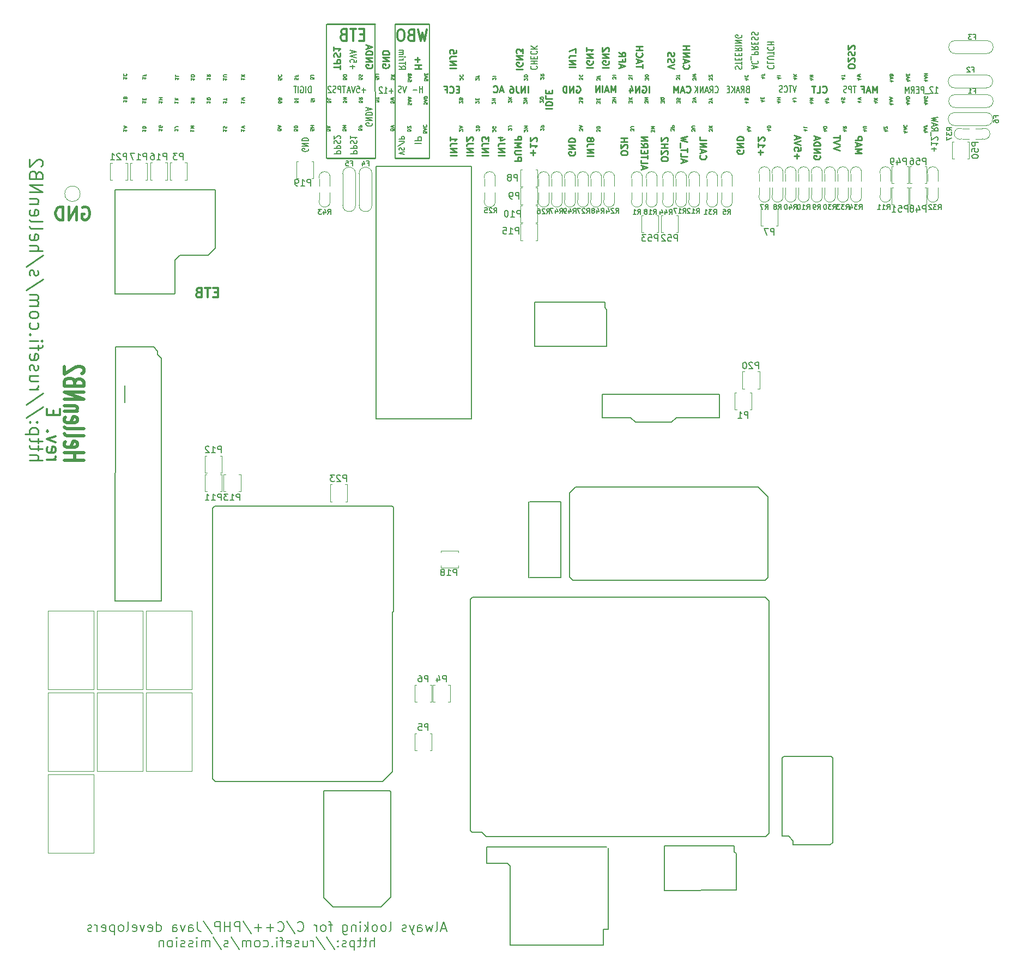
<source format=gbo>
G04 #@! TF.GenerationSoftware,KiCad,Pcbnew,(6.0.1)*
G04 #@! TF.CreationDate,2022-03-07T20:20:30+02:00*
G04 #@! TF.ProjectId,hellen72_NB2,68656c6c-656e-4373-925f-4e42322e6b69,b*
G04 #@! TF.SameCoordinates,PX141ef50PYa2cc1bc*
G04 #@! TF.FileFunction,Legend,Bot*
G04 #@! TF.FilePolarity,Positive*
%FSLAX46Y46*%
G04 Gerber Fmt 4.6, Leading zero omitted, Abs format (unit mm)*
G04 Created by KiCad (PCBNEW (6.0.1)) date 2022-03-07 20:20:30*
%MOMM*%
%LPD*%
G01*
G04 APERTURE LIST*
%ADD10C,0.200000*%
%ADD11C,0.250000*%
%ADD12C,0.127000*%
%ADD13C,0.223520*%
%ADD14C,0.320000*%
%ADD15C,0.150000*%
%ADD16C,0.500000*%
%ADD17C,0.220000*%
%ADD18C,0.400000*%
%ADD19C,0.375000*%
%ADD20C,0.300000*%
%ADD21C,0.120000*%
%ADD22C,0.099060*%
G04 APERTURE END LIST*
D10*
X57895680Y126509340D02*
X57895680Y147337340D01*
X63229680Y126509340D02*
X63229680Y147337340D01*
D11*
X63178680Y126509340D02*
X57895680Y126509340D01*
X54796680Y126509340D02*
X47336914Y126507362D01*
D10*
X47301473Y126509340D02*
X47301473Y147380529D01*
X54847680Y126509340D02*
X54797000Y147337340D01*
D11*
X63178680Y147337340D02*
X57895680Y147337340D01*
X54796680Y147337340D02*
X47315210Y147336914D01*
D12*
X34040757Y135332922D02*
X34040757Y135042636D01*
X34040757Y135187779D02*
X34548757Y135187779D01*
X34476186Y135139398D01*
X34427805Y135091017D01*
X34403614Y135042636D01*
X34548757Y135502255D02*
X34040757Y135623207D01*
X34403614Y135719969D01*
X34040757Y135816731D01*
X34548757Y135937684D01*
D13*
X90135285Y140596818D02*
X91151285Y140596818D01*
X91102905Y141612818D02*
X91151285Y141516056D01*
X91151285Y141370913D01*
X91102905Y141225771D01*
X91006143Y141129009D01*
X90909381Y141080628D01*
X90715857Y141032247D01*
X90570714Y141032247D01*
X90377190Y141080628D01*
X90280428Y141129009D01*
X90183666Y141225771D01*
X90135285Y141370913D01*
X90135285Y141467675D01*
X90183666Y141612818D01*
X90232047Y141661199D01*
X90570714Y141661199D01*
X90570714Y141467675D01*
X90135285Y142096628D02*
X91151285Y142096628D01*
X90135285Y142677199D01*
X91151285Y142677199D01*
X91054524Y143112628D02*
X91102905Y143161009D01*
X91151285Y143257771D01*
X91151285Y143499675D01*
X91102905Y143596437D01*
X91054524Y143644818D01*
X90957762Y143693199D01*
X90861000Y143693199D01*
X90715857Y143644818D01*
X90135285Y143064247D01*
X90135285Y143693199D01*
D12*
X34040757Y138981303D02*
X34040757Y138691017D01*
X34040757Y138836160D02*
X34548757Y138836160D01*
X34476186Y138787779D01*
X34427805Y138739398D01*
X34403614Y138691017D01*
X34548757Y139150636D02*
X34040757Y139489303D01*
X34548757Y139489303D02*
X34040757Y139150636D01*
X68403836Y135087387D02*
X68428027Y135111577D01*
X68452217Y135159958D01*
X68452217Y135280910D01*
X68428027Y135329291D01*
X68403836Y135353482D01*
X68355455Y135377672D01*
X68307074Y135377672D01*
X68234503Y135353482D01*
X67944217Y135063196D01*
X67944217Y135377672D01*
X68210312Y135764720D02*
X68186122Y135837291D01*
X68161931Y135861482D01*
X68113550Y135885672D01*
X68040979Y135885672D01*
X67992598Y135861482D01*
X67968407Y135837291D01*
X67944217Y135788910D01*
X67944217Y135595387D01*
X68452217Y135595387D01*
X68452217Y135764720D01*
X68428027Y135813101D01*
X68403836Y135837291D01*
X68355455Y135861482D01*
X68307074Y135861482D01*
X68258693Y135837291D01*
X68234503Y135813101D01*
X68210312Y135764720D01*
X68210312Y135595387D01*
D14*
X53082005Y145717145D02*
X52548672Y145717145D01*
X52320101Y144774288D02*
X53082005Y144774288D01*
X53082005Y146574288D01*
X52320101Y146574288D01*
X51862958Y146574288D02*
X50948672Y146574288D01*
X51405815Y144774288D02*
X51405815Y146574288D01*
X49882005Y145717145D02*
X49653434Y145631431D01*
X49577244Y145545716D01*
X49501053Y145374288D01*
X49501053Y145117145D01*
X49577244Y144945716D01*
X49653434Y144860002D01*
X49805815Y144774288D01*
X50415339Y144774288D01*
X50415339Y146574288D01*
X49882005Y146574288D01*
X49729625Y146488573D01*
X49653434Y146402859D01*
X49577244Y146231431D01*
X49577244Y146060002D01*
X49653434Y145888573D01*
X49729625Y145802859D01*
X49882005Y145717145D01*
X50415339Y145717145D01*
X62868238Y146545055D02*
X62487286Y144745055D01*
X62182524Y146030769D01*
X61877762Y144745055D01*
X61496809Y146545055D01*
X60353952Y145687912D02*
X60125381Y145602198D01*
X60049190Y145516483D01*
X59973000Y145345055D01*
X59973000Y145087912D01*
X60049190Y144916483D01*
X60125381Y144830769D01*
X60277762Y144745055D01*
X60887286Y144745055D01*
X60887286Y146545055D01*
X60353952Y146545055D01*
X60201571Y146459340D01*
X60125381Y146373626D01*
X60049190Y146202198D01*
X60049190Y146030769D01*
X60125381Y145859340D01*
X60201571Y145773626D01*
X60353952Y145687912D01*
X60887286Y145687912D01*
X58982524Y146545055D02*
X58677762Y146545055D01*
X58525381Y146459340D01*
X58373000Y146287912D01*
X58296809Y145945055D01*
X58296809Y145345055D01*
X58373000Y145002198D01*
X58525381Y144830769D01*
X58677762Y144745055D01*
X58982524Y144745055D01*
X59134905Y144830769D01*
X59287286Y145002198D01*
X59363476Y145345055D01*
X59363476Y145945055D01*
X59287286Y146287912D01*
X59134905Y146459340D01*
X58982524Y146545055D01*
D10*
X59681750Y137724960D02*
X59408417Y136724960D01*
X59135083Y137724960D01*
X58900798Y136772579D02*
X58783655Y136724960D01*
X58588417Y136724960D01*
X58510321Y136772579D01*
X58471274Y136820198D01*
X58432226Y136915436D01*
X58432226Y137010674D01*
X58471274Y137105912D01*
X58510321Y137153531D01*
X58588417Y137201150D01*
X58744607Y137248769D01*
X58822702Y137296388D01*
X58861750Y137344007D01*
X58900798Y137439245D01*
X58900798Y137534483D01*
X58861750Y137629721D01*
X58822702Y137677340D01*
X58744607Y137724960D01*
X58549369Y137724960D01*
X58432226Y137677340D01*
D12*
X140448310Y135091997D02*
X140109643Y135091997D01*
X140641833Y134971045D02*
X140278976Y134850092D01*
X140278976Y135164569D01*
X140254786Y135333902D02*
X140254786Y135575807D01*
X140109643Y135285521D02*
X140617643Y135454854D01*
X140109643Y135624188D01*
X140593453Y136059616D02*
X140617643Y136011235D01*
X140617643Y135938664D01*
X140593453Y135866092D01*
X140545072Y135817711D01*
X140496691Y135793521D01*
X140399929Y135769330D01*
X140327357Y135769330D01*
X140230595Y135793521D01*
X140182214Y135817711D01*
X140133833Y135866092D01*
X140109643Y135938664D01*
X140109643Y135987045D01*
X140133833Y136059616D01*
X140158024Y136083807D01*
X140327357Y136083807D01*
X140327357Y135987045D01*
D13*
X92965706Y140589205D02*
X92965706Y141073015D01*
X92675420Y140492443D02*
X93691420Y140831110D01*
X92675420Y141169777D01*
X93207611Y141847110D02*
X93207611Y141508443D01*
X92675420Y141508443D02*
X93691420Y141508443D01*
X93691420Y141992253D01*
X92675420Y142959872D02*
X93159230Y142621205D01*
X92675420Y142379301D02*
X93691420Y142379301D01*
X93691420Y142766348D01*
X93643040Y142863110D01*
X93594659Y142911491D01*
X93497897Y142959872D01*
X93352754Y142959872D01*
X93255992Y142911491D01*
X93207611Y142863110D01*
X93159230Y142766348D01*
X93159230Y142379301D01*
D12*
X68438726Y138681068D02*
X68462917Y138705258D01*
X68487107Y138753639D01*
X68487107Y138874591D01*
X68462917Y138922972D01*
X68438726Y138947163D01*
X68390345Y138971353D01*
X68341964Y138971353D01*
X68269393Y138947163D01*
X67979107Y138656877D01*
X67979107Y138971353D01*
X68027488Y139479353D02*
X68003297Y139455163D01*
X67979107Y139382591D01*
X67979107Y139334210D01*
X68003297Y139261639D01*
X68051678Y139213258D01*
X68100059Y139189068D01*
X68196821Y139164877D01*
X68269393Y139164877D01*
X68366155Y139189068D01*
X68414536Y139213258D01*
X68462917Y139261639D01*
X68487107Y139334210D01*
X68487107Y139382591D01*
X68462917Y139455163D01*
X68438726Y139479353D01*
D10*
X129544068Y137746912D02*
X129086925Y137746912D01*
X129315497Y136730912D02*
X129315497Y137746912D01*
X128820259Y136730912D02*
X128820259Y137746912D01*
X128515497Y137746912D01*
X128439306Y137698531D01*
X128401211Y137650151D01*
X128363116Y137553389D01*
X128363116Y137408246D01*
X128401211Y137311484D01*
X128439306Y137263103D01*
X128515497Y137214722D01*
X128820259Y137214722D01*
X128058354Y136779293D02*
X127944068Y136730912D01*
X127753592Y136730912D01*
X127677402Y136779293D01*
X127639306Y136827674D01*
X127601211Y136924436D01*
X127601211Y137021198D01*
X127639306Y137117960D01*
X127677402Y137166341D01*
X127753592Y137214722D01*
X127905973Y137263103D01*
X127982164Y137311484D01*
X128020259Y137359865D01*
X128058354Y137456627D01*
X128058354Y137553389D01*
X128020259Y137650151D01*
X127982164Y137698531D01*
X127905973Y137746912D01*
X127715497Y137746912D01*
X127601211Y137698531D01*
D12*
X23785682Y139024071D02*
X23785682Y138733786D01*
X23785682Y138878928D02*
X24293682Y138878928D01*
X24221111Y138830547D01*
X24172730Y138782167D01*
X24148539Y138733786D01*
X23785682Y139483690D02*
X23785682Y139241786D01*
X24293682Y139241786D01*
X92245109Y138834186D02*
X92245109Y139148662D01*
X92051585Y138979329D01*
X92051585Y139051900D01*
X92027395Y139100281D01*
X92003204Y139124471D01*
X91954823Y139148662D01*
X91833871Y139148662D01*
X91785490Y139124471D01*
X91761299Y139100281D01*
X91737109Y139051900D01*
X91737109Y138906757D01*
X91761299Y138858376D01*
X91785490Y138834186D01*
X91737109Y139366376D02*
X92245109Y139366376D01*
X31252165Y138957316D02*
X31252165Y138667030D01*
X31252165Y138812173D02*
X31760165Y138812173D01*
X31687594Y138763792D01*
X31639213Y138715411D01*
X31615022Y138667030D01*
X31760165Y139175030D02*
X31348927Y139175030D01*
X31300546Y139199221D01*
X31276355Y139223411D01*
X31252165Y139271792D01*
X31252165Y139368554D01*
X31276355Y139416935D01*
X31300546Y139441126D01*
X31348927Y139465316D01*
X31760165Y139465316D01*
X112582996Y138879047D02*
X112244329Y138879047D01*
X112776519Y138758095D02*
X112413662Y138637143D01*
X112413662Y138951619D01*
X112292710Y139435428D02*
X112268519Y139411238D01*
X112244329Y139338666D01*
X112244329Y139290285D01*
X112268519Y139217714D01*
X112316900Y139169333D01*
X112365281Y139145143D01*
X112462043Y139120952D01*
X112534615Y139120952D01*
X112631377Y139145143D01*
X112679758Y139169333D01*
X112728139Y139217714D01*
X112752329Y139290285D01*
X112752329Y139338666D01*
X112728139Y139411238D01*
X112703948Y139435428D01*
X55419147Y135525764D02*
X55419147Y135283859D01*
X55177242Y135259669D01*
X55201433Y135283859D01*
X55225623Y135332240D01*
X55225623Y135453193D01*
X55201433Y135501574D01*
X55177242Y135525764D01*
X55128861Y135549955D01*
X55007909Y135549955D01*
X54959528Y135525764D01*
X54935337Y135501574D01*
X54911147Y135453193D01*
X54911147Y135332240D01*
X54935337Y135283859D01*
X54959528Y135259669D01*
X55419147Y135695097D02*
X55419147Y135985383D01*
X54911147Y135840240D02*
X55419147Y135840240D01*
X120120795Y138989571D02*
X119782128Y138989571D01*
X120314318Y138868619D02*
X119951461Y138747667D01*
X119951461Y139062143D01*
X119782128Y139255667D02*
X120290128Y139255667D01*
X119782128Y139545952D02*
X120072414Y139328238D01*
X120290128Y139545952D02*
X119999842Y139255667D01*
X73514818Y138724745D02*
X73539009Y138748936D01*
X73563199Y138797317D01*
X73563199Y138918269D01*
X73539009Y138966650D01*
X73514818Y138990840D01*
X73466437Y139015031D01*
X73418056Y139015031D01*
X73345485Y138990840D01*
X73055199Y138700555D01*
X73055199Y139015031D01*
X73055199Y139232745D02*
X73563199Y139232745D01*
X52835369Y139017742D02*
X52835369Y138775837D01*
X52593464Y138751647D01*
X52617655Y138775837D01*
X52641845Y138824218D01*
X52641845Y138945171D01*
X52617655Y138993552D01*
X52593464Y139017742D01*
X52545083Y139041933D01*
X52424131Y139041933D01*
X52375750Y139017742D01*
X52351559Y138993552D01*
X52327369Y138945171D01*
X52327369Y138824218D01*
X52351559Y138775837D01*
X52375750Y138751647D01*
X52351559Y139235456D02*
X52327369Y139308028D01*
X52327369Y139428980D01*
X52351559Y139477361D01*
X52375750Y139501552D01*
X52424131Y139525742D01*
X52472512Y139525742D01*
X52520893Y139501552D01*
X52545083Y139477361D01*
X52569274Y139428980D01*
X52593464Y139332218D01*
X52617655Y139283837D01*
X52641845Y139259647D01*
X52690226Y139235456D01*
X52738607Y139235456D01*
X52786988Y139259647D01*
X52811179Y139283837D01*
X52835369Y139332218D01*
X52835369Y139453171D01*
X52811179Y139525742D01*
X26227989Y135357815D02*
X26227989Y135067529D01*
X26227989Y135212672D02*
X26735989Y135212672D01*
X26663418Y135164291D01*
X26615037Y135115910D01*
X26590846Y135067529D01*
X26227989Y135575529D02*
X26735989Y135575529D01*
X26227989Y135865815D01*
X26735989Y135865815D01*
X125110081Y135300993D02*
X124771414Y135300993D01*
X125303604Y135180041D02*
X124940747Y135059089D01*
X124940747Y135373565D01*
X124771414Y135567089D02*
X125279414Y135567089D01*
X125279414Y135760612D01*
X125255224Y135808993D01*
X125231033Y135833184D01*
X125182652Y135857374D01*
X125110081Y135857374D01*
X125061700Y135833184D01*
X125037509Y135808993D01*
X125013319Y135760612D01*
X125013319Y135567089D01*
X78445489Y138625047D02*
X78469680Y138649238D01*
X78493870Y138697619D01*
X78493870Y138818571D01*
X78469680Y138866952D01*
X78445489Y138891143D01*
X78397108Y138915333D01*
X78348727Y138915333D01*
X78276156Y138891143D01*
X77985870Y138600857D01*
X77985870Y138915333D01*
X78493870Y139229809D02*
X78493870Y139326571D01*
X78469680Y139374952D01*
X78421299Y139423333D01*
X78324537Y139447524D01*
X78155203Y139447524D01*
X78058441Y139423333D01*
X78010060Y139374952D01*
X77985870Y139326571D01*
X77985870Y139229809D01*
X78010060Y139181428D01*
X78058441Y139133047D01*
X78155203Y139108857D01*
X78324537Y139108857D01*
X78421299Y139133047D01*
X78469680Y139181428D01*
X78493870Y139229809D01*
X89759188Y138642959D02*
X89759188Y138957435D01*
X89565664Y138788102D01*
X89565664Y138860673D01*
X89541474Y138909054D01*
X89517283Y138933245D01*
X89468902Y138957435D01*
X89347950Y138957435D01*
X89299569Y138933245D01*
X89275378Y138909054D01*
X89251188Y138860673D01*
X89251188Y138715530D01*
X89275378Y138667149D01*
X89299569Y138642959D01*
X89517283Y139344483D02*
X89517283Y139175149D01*
X89251188Y139175149D02*
X89759188Y139175149D01*
X89759188Y139417054D01*
D13*
X85835680Y127513245D02*
X85884060Y127416483D01*
X85884060Y127271340D01*
X85835680Y127126198D01*
X85738918Y127029436D01*
X85642156Y126981055D01*
X85448632Y126932674D01*
X85303489Y126932674D01*
X85109965Y126981055D01*
X85013203Y127029436D01*
X84916441Y127126198D01*
X84868060Y127271340D01*
X84868060Y127368102D01*
X84916441Y127513245D01*
X84964822Y127561626D01*
X85303489Y127561626D01*
X85303489Y127368102D01*
X84868060Y127997055D02*
X85884060Y127997055D01*
X84868060Y128577626D01*
X85884060Y128577626D01*
X84868060Y129061436D02*
X85884060Y129061436D01*
X85884060Y129303340D01*
X85835680Y129448483D01*
X85738918Y129545245D01*
X85642156Y129593626D01*
X85448632Y129642007D01*
X85303489Y129642007D01*
X85109965Y129593626D01*
X85013203Y129545245D01*
X84916441Y129448483D01*
X84868060Y129303340D01*
X84868060Y129061436D01*
D12*
X50429862Y135398762D02*
X50429862Y135156857D01*
X50187957Y135132666D01*
X50212148Y135156857D01*
X50236338Y135205238D01*
X50236338Y135326190D01*
X50212148Y135374571D01*
X50187957Y135398762D01*
X50139576Y135422952D01*
X50018624Y135422952D01*
X49970243Y135398762D01*
X49946052Y135374571D01*
X49921862Y135326190D01*
X49921862Y135205238D01*
X49946052Y135156857D01*
X49970243Y135132666D01*
X49921862Y135640666D02*
X50429862Y135640666D01*
X49921862Y135930952D01*
X50429862Y135930952D01*
X97234394Y135063963D02*
X97234394Y135378439D01*
X97040870Y135209106D01*
X97040870Y135281677D01*
X97016680Y135330058D01*
X96992489Y135354249D01*
X96944108Y135378439D01*
X96823156Y135378439D01*
X96774775Y135354249D01*
X96750584Y135330058D01*
X96726394Y135281677D01*
X96726394Y135136534D01*
X96750584Y135088153D01*
X96774775Y135063963D01*
X96726394Y135596153D02*
X97234394Y135596153D01*
X96726394Y135886439D01*
X97234394Y135886439D01*
D13*
X87709295Y126857410D02*
X88725295Y126857410D01*
X87709295Y127341220D02*
X88725295Y127341220D01*
X87709295Y127921791D01*
X88725295Y127921791D01*
X88725295Y128695887D02*
X87999581Y128695887D01*
X87854438Y128647506D01*
X87757676Y128550744D01*
X87709295Y128405601D01*
X87709295Y128308839D01*
X88289867Y129324839D02*
X88338248Y129228077D01*
X88386629Y129179696D01*
X88483391Y129131315D01*
X88531772Y129131315D01*
X88628534Y129179696D01*
X88676915Y129228077D01*
X88725295Y129324839D01*
X88725295Y129518363D01*
X88676915Y129615125D01*
X88628534Y129663506D01*
X88531772Y129711887D01*
X88483391Y129711887D01*
X88386629Y129663506D01*
X88338248Y129615125D01*
X88289867Y129518363D01*
X88289867Y129324839D01*
X88241486Y129228077D01*
X88193105Y129179696D01*
X88096343Y129131315D01*
X87902819Y129131315D01*
X87806057Y129179696D01*
X87757676Y129228077D01*
X87709295Y129324839D01*
X87709295Y129518363D01*
X87757676Y129615125D01*
X87806057Y129663506D01*
X87902819Y129711887D01*
X88096343Y129711887D01*
X88193105Y129663506D01*
X88241486Y129615125D01*
X88289867Y129518363D01*
D12*
X127582716Y135353626D02*
X127244049Y135353626D01*
X127776239Y135232673D02*
X127413382Y135111721D01*
X127413382Y135426197D01*
X127268239Y135595530D02*
X127244049Y135668102D01*
X127244049Y135789054D01*
X127268239Y135837435D01*
X127292430Y135861626D01*
X127340811Y135885816D01*
X127389192Y135885816D01*
X127437573Y135861626D01*
X127461763Y135837435D01*
X127485954Y135789054D01*
X127510144Y135692292D01*
X127534335Y135643911D01*
X127558525Y135619721D01*
X127606906Y135595530D01*
X127655287Y135595530D01*
X127703668Y135619721D01*
X127727859Y135643911D01*
X127752049Y135692292D01*
X127752049Y135813245D01*
X127727859Y135885816D01*
D10*
X112683299Y137249912D02*
X112569013Y137201531D01*
X112530918Y137153150D01*
X112492822Y137056388D01*
X112492822Y136911245D01*
X112530918Y136814483D01*
X112569013Y136766102D01*
X112645203Y136717721D01*
X112949965Y136717721D01*
X112949965Y137733721D01*
X112683299Y137733721D01*
X112607108Y137685340D01*
X112569013Y137636960D01*
X112530918Y137540198D01*
X112530918Y137443436D01*
X112569013Y137346674D01*
X112607108Y137298293D01*
X112683299Y137249912D01*
X112949965Y137249912D01*
X111692822Y136717721D02*
X111959489Y137201531D01*
X112149965Y136717721D02*
X112149965Y137733721D01*
X111845203Y137733721D01*
X111769013Y137685340D01*
X111730918Y137636960D01*
X111692822Y137540198D01*
X111692822Y137395055D01*
X111730918Y137298293D01*
X111769013Y137249912D01*
X111845203Y137201531D01*
X112149965Y137201531D01*
X111388060Y137008007D02*
X111007108Y137008007D01*
X111464251Y136717721D02*
X111197584Y137733721D01*
X110930918Y136717721D01*
X110664251Y136717721D02*
X110664251Y137733721D01*
X110207108Y136717721D02*
X110549965Y137298293D01*
X110207108Y137733721D02*
X110664251Y137153150D01*
X109864251Y137249912D02*
X109597584Y137249912D01*
X109483299Y136717721D02*
X109864251Y136717721D01*
X109864251Y137733721D01*
X109483299Y137733721D01*
D12*
X60448635Y135098924D02*
X60448635Y134857020D01*
X60206730Y134832829D01*
X60230921Y134857020D01*
X60255111Y134905400D01*
X60255111Y135026353D01*
X60230921Y135074734D01*
X60206730Y135098924D01*
X60158349Y135123115D01*
X60037397Y135123115D01*
X59989016Y135098924D01*
X59964825Y135074734D01*
X59940635Y135026353D01*
X59940635Y134905400D01*
X59964825Y134857020D01*
X59989016Y134832829D01*
X60085778Y135316639D02*
X60085778Y135558543D01*
X59940635Y135268258D02*
X60448635Y135437591D01*
X59940635Y135606924D01*
X60085778Y135752067D02*
X60085778Y135993972D01*
X59940635Y135703686D02*
X60448635Y135873020D01*
X59940635Y136042353D01*
D10*
X54361313Y131976911D02*
X54409693Y131900721D01*
X54409693Y131786435D01*
X54361313Y131672149D01*
X54264551Y131595959D01*
X54167789Y131557864D01*
X53974265Y131519768D01*
X53829122Y131519768D01*
X53635598Y131557864D01*
X53538836Y131595959D01*
X53442074Y131672149D01*
X53393693Y131786435D01*
X53393693Y131862626D01*
X53442074Y131976911D01*
X53490455Y132015007D01*
X53829122Y132015007D01*
X53829122Y131862626D01*
X53393693Y132357864D02*
X54409693Y132357864D01*
X53393693Y132815007D01*
X54409693Y132815007D01*
X53393693Y133195959D02*
X54409693Y133195959D01*
X54409693Y133386435D01*
X54361313Y133500721D01*
X54264551Y133576911D01*
X54167789Y133615007D01*
X53974265Y133653102D01*
X53829122Y133653102D01*
X53635598Y133615007D01*
X53538836Y133576911D01*
X53442074Y133500721D01*
X53393693Y133386435D01*
X53393693Y133195959D01*
X53683979Y133957864D02*
X53683979Y134338816D01*
X53393693Y133881673D02*
X54409693Y134148340D01*
X53393693Y134415007D01*
D13*
X97386487Y136717721D02*
X97386487Y137733721D01*
X96370487Y137685340D02*
X96467249Y137733721D01*
X96612392Y137733721D01*
X96757534Y137685340D01*
X96854296Y137588579D01*
X96902677Y137491817D01*
X96951058Y137298293D01*
X96951058Y137153150D01*
X96902677Y136959626D01*
X96854296Y136862864D01*
X96757534Y136766102D01*
X96612392Y136717721D01*
X96515630Y136717721D01*
X96370487Y136766102D01*
X96322106Y136814483D01*
X96322106Y137153150D01*
X96515630Y137153150D01*
X95886677Y136717721D02*
X95886677Y137733721D01*
X95306106Y136717721D01*
X95306106Y137733721D01*
X94386868Y137395055D02*
X94386868Y136717721D01*
X94628772Y137782102D02*
X94870677Y137056388D01*
X94241725Y137056388D01*
X81312060Y134274483D02*
X82328060Y134274483D01*
X81312060Y134758293D02*
X82328060Y134758293D01*
X82328060Y135000198D01*
X82279680Y135145340D01*
X82182918Y135242102D01*
X82086156Y135290483D01*
X81892632Y135338864D01*
X81747489Y135338864D01*
X81553965Y135290483D01*
X81457203Y135242102D01*
X81360441Y135145340D01*
X81312060Y135000198D01*
X81312060Y134758293D01*
X81312060Y136258102D02*
X81312060Y135774293D01*
X82328060Y135774293D01*
X81844251Y136596769D02*
X81844251Y136935436D01*
X81312060Y137080579D02*
X81312060Y136596769D01*
X82328060Y136596769D01*
X82328060Y137080579D01*
D15*
X59349775Y127091340D02*
X58549775Y127324674D01*
X59349775Y127558007D01*
X58587870Y127758007D02*
X58549775Y127858007D01*
X58549775Y128024674D01*
X58587870Y128091340D01*
X58625965Y128124674D01*
X58702156Y128158007D01*
X58778346Y128158007D01*
X58854537Y128124674D01*
X58892632Y128091340D01*
X58930727Y128024674D01*
X58968822Y127891340D01*
X59006918Y127824674D01*
X59045013Y127791340D01*
X59121203Y127758007D01*
X59197394Y127758007D01*
X59273584Y127791340D01*
X59311680Y127824674D01*
X59349775Y127891340D01*
X59349775Y128058007D01*
X59311680Y128158007D01*
X59387870Y128958007D02*
X58359299Y128358007D01*
X58549775Y129191340D02*
X59349775Y129191340D01*
X58549775Y129524674D02*
X59349775Y129524674D01*
X59349775Y129791340D01*
X59311680Y129858007D01*
X59273584Y129891340D01*
X59197394Y129924674D01*
X59083108Y129924674D01*
X59006918Y129891340D01*
X58968822Y129858007D01*
X58930727Y129791340D01*
X58930727Y129524674D01*
D10*
X53343995Y137101205D02*
X52734472Y137101205D01*
X53039233Y136714157D02*
X53039233Y137488253D01*
X51972567Y137730157D02*
X52353519Y137730157D01*
X52391614Y137246348D01*
X52353519Y137294729D01*
X52277329Y137343110D01*
X52086852Y137343110D01*
X52010662Y137294729D01*
X51972567Y137246348D01*
X51934472Y137149586D01*
X51934472Y136907681D01*
X51972567Y136810919D01*
X52010662Y136762538D01*
X52086852Y136714157D01*
X52277329Y136714157D01*
X52353519Y136762538D01*
X52391614Y136810919D01*
X51705900Y137730157D02*
X51439233Y136714157D01*
X51172567Y137730157D01*
X50943995Y137004443D02*
X50563043Y137004443D01*
X51020186Y136714157D02*
X50753519Y137730157D01*
X50486852Y136714157D01*
D13*
X94012060Y127259100D02*
X94012060Y127452624D01*
X93963680Y127549386D01*
X93866918Y127646148D01*
X93673394Y127694529D01*
X93334727Y127694529D01*
X93141203Y127646148D01*
X93044441Y127549386D01*
X92996060Y127452624D01*
X92996060Y127259100D01*
X93044441Y127162338D01*
X93141203Y127065576D01*
X93334727Y127017195D01*
X93673394Y127017195D01*
X93866918Y127065576D01*
X93963680Y127162338D01*
X94012060Y127259100D01*
X93915299Y128081576D02*
X93963680Y128129957D01*
X94012060Y128226719D01*
X94012060Y128468624D01*
X93963680Y128565386D01*
X93915299Y128613767D01*
X93818537Y128662148D01*
X93721775Y128662148D01*
X93576632Y128613767D01*
X92996060Y128033195D01*
X92996060Y128662148D01*
X92996060Y129097576D02*
X94012060Y129097576D01*
X93528251Y129097576D02*
X93528251Y129678148D01*
X92996060Y129678148D02*
X94012060Y129678148D01*
X96369236Y124811143D02*
X96369236Y125294952D01*
X96078950Y124714381D02*
X97094950Y125053047D01*
X96078950Y125391714D01*
X96078950Y126214190D02*
X96078950Y125730381D01*
X97094950Y125730381D01*
X97094950Y126407714D02*
X97094950Y126988286D01*
X96078950Y126698000D02*
X97094950Y126698000D01*
X96611141Y127326952D02*
X96611141Y127665619D01*
X96078950Y127810762D02*
X96078950Y127326952D01*
X97094950Y127326952D01*
X97094950Y127810762D01*
X96078950Y128826762D02*
X96562760Y128488095D01*
X96078950Y128246190D02*
X97094950Y128246190D01*
X97094950Y128633238D01*
X97046570Y128730000D01*
X96998189Y128778381D01*
X96901427Y128826762D01*
X96756284Y128826762D01*
X96659522Y128778381D01*
X96611141Y128730000D01*
X96562760Y128633238D01*
X96562760Y128246190D01*
X96078950Y129262190D02*
X97094950Y129262190D01*
X96078950Y129842762D01*
X97094950Y129842762D01*
X114661330Y127055791D02*
X114661330Y127829887D01*
X114274282Y127442839D02*
X115048378Y127442839D01*
X114274282Y128845887D02*
X114274282Y128265315D01*
X114274282Y128555601D02*
X115290282Y128555601D01*
X115145140Y128458839D01*
X115048378Y128362077D01*
X114999997Y128265315D01*
X115193521Y129232934D02*
X115241902Y129281315D01*
X115290282Y129378077D01*
X115290282Y129619982D01*
X115241902Y129716744D01*
X115193521Y129765125D01*
X115096759Y129813506D01*
X114999997Y129813506D01*
X114854854Y129765125D01*
X114274282Y129184553D01*
X114274282Y129813506D01*
X66384326Y140511633D02*
X67400326Y140511633D01*
X66384326Y140995443D02*
X67400326Y140995443D01*
X66384326Y141576014D01*
X67400326Y141576014D01*
X67400326Y142350109D02*
X66674612Y142350109D01*
X66529469Y142301728D01*
X66432707Y142204967D01*
X66384326Y142059824D01*
X66384326Y141963062D01*
X67400326Y143317728D02*
X67400326Y142833919D01*
X66916517Y142785538D01*
X66964898Y142833919D01*
X67013279Y142930681D01*
X67013279Y143172586D01*
X66964898Y143269348D01*
X66916517Y143317728D01*
X66819755Y143366109D01*
X66577850Y143366109D01*
X66481088Y143317728D01*
X66432707Y143269348D01*
X66384326Y143172586D01*
X66384326Y142930681D01*
X66432707Y142833919D01*
X66481088Y142785538D01*
D12*
X132681234Y135299833D02*
X132342567Y135299833D01*
X132874757Y135178880D02*
X132511900Y135057928D01*
X132511900Y135372404D01*
X132850567Y135517547D02*
X132342567Y135856214D01*
X132850567Y135856214D02*
X132342567Y135517547D01*
D10*
X50987457Y127232135D02*
X52003457Y127232135D01*
X52003457Y127536897D01*
X51955077Y127613087D01*
X51906696Y127651182D01*
X51809934Y127689278D01*
X51664791Y127689278D01*
X51568029Y127651182D01*
X51519648Y127613087D01*
X51471267Y127536897D01*
X51471267Y127232135D01*
X50987457Y128032135D02*
X52003457Y128032135D01*
X52003457Y128336897D01*
X51955077Y128413087D01*
X51906696Y128451182D01*
X51809934Y128489278D01*
X51664791Y128489278D01*
X51568029Y128451182D01*
X51519648Y128413087D01*
X51471267Y128336897D01*
X51471267Y128032135D01*
X51035838Y128794039D02*
X50987457Y128908325D01*
X50987457Y129098801D01*
X51035838Y129174992D01*
X51084219Y129213087D01*
X51180981Y129251182D01*
X51277743Y129251182D01*
X51374505Y129213087D01*
X51422886Y129174992D01*
X51471267Y129098801D01*
X51519648Y128946420D01*
X51568029Y128870230D01*
X51616410Y128832135D01*
X51713172Y128794039D01*
X51809934Y128794039D01*
X51906696Y128832135D01*
X51955077Y128870230D01*
X52003457Y128946420D01*
X52003457Y129136897D01*
X51955077Y129251182D01*
X50987457Y130013087D02*
X50987457Y129555944D01*
X50987457Y129784516D02*
X52003457Y129784516D01*
X51858315Y129708325D01*
X51761553Y129632135D01*
X51713172Y129555944D01*
D12*
X94722306Y135101876D02*
X94722306Y135416352D01*
X94528782Y135247019D01*
X94528782Y135319590D01*
X94504592Y135367971D01*
X94480401Y135392162D01*
X94432020Y135416352D01*
X94311068Y135416352D01*
X94262687Y135392162D01*
X94238496Y135367971D01*
X94214306Y135319590D01*
X94214306Y135174448D01*
X94238496Y135126067D01*
X94262687Y135101876D01*
X94214306Y135634067D02*
X94722306Y135634067D01*
X94214306Y135924352D02*
X94504592Y135706638D01*
X94722306Y135924352D02*
X94432020Y135634067D01*
D13*
X102614565Y125875524D02*
X102614565Y126359333D01*
X102324279Y125778762D02*
X103340279Y126117428D01*
X102324279Y126456095D01*
X102324279Y127278571D02*
X102324279Y126794762D01*
X103340279Y126794762D01*
X103340279Y127472095D02*
X103340279Y128052666D01*
X102324279Y127762381D02*
X103340279Y127762381D01*
X102227518Y128149428D02*
X102227518Y128923524D01*
X103340279Y129068666D02*
X102324279Y129310571D01*
X103049994Y129504095D01*
X102324279Y129697619D01*
X103340279Y129939524D01*
D10*
X51310092Y140436699D02*
X51310092Y141046222D01*
X50923044Y140741461D02*
X51697140Y140741461D01*
X51939044Y141808127D02*
X51939044Y141427175D01*
X51455235Y141389080D01*
X51503616Y141427175D01*
X51551997Y141503365D01*
X51551997Y141693842D01*
X51503616Y141770032D01*
X51455235Y141808127D01*
X51358473Y141846222D01*
X51116568Y141846222D01*
X51019806Y141808127D01*
X50971425Y141770032D01*
X50923044Y141693842D01*
X50923044Y141503365D01*
X50971425Y141427175D01*
X51019806Y141389080D01*
X51939044Y142074794D02*
X50923044Y142341461D01*
X51939044Y142608127D01*
X51213330Y142836699D02*
X51213330Y143217651D01*
X50923044Y142760508D02*
X51939044Y143027175D01*
X50923044Y143293842D01*
D13*
X74708432Y137026681D02*
X74224623Y137026681D01*
X74805194Y136736395D02*
X74466528Y137752395D01*
X74127861Y136736395D01*
X73208623Y136833157D02*
X73257004Y136784776D01*
X73402147Y136736395D01*
X73498908Y136736395D01*
X73644051Y136784776D01*
X73740813Y136881538D01*
X73789194Y136978300D01*
X73837575Y137171824D01*
X73837575Y137316967D01*
X73789194Y137510491D01*
X73740813Y137607253D01*
X73644051Y137704014D01*
X73498908Y137752395D01*
X73402147Y137752395D01*
X73257004Y137704014D01*
X73208623Y137655634D01*
D12*
X57825526Y138953638D02*
X57825526Y138711733D01*
X57583621Y138687543D01*
X57607812Y138711733D01*
X57632002Y138760114D01*
X57632002Y138881067D01*
X57607812Y138929448D01*
X57583621Y138953638D01*
X57535240Y138977829D01*
X57414288Y138977829D01*
X57365907Y138953638D01*
X57341716Y138929448D01*
X57317526Y138881067D01*
X57317526Y138760114D01*
X57341716Y138711733D01*
X57365907Y138687543D01*
X57825526Y139147162D02*
X57317526Y139485829D01*
X57825526Y139485829D02*
X57317526Y139147162D01*
X121725740Y130965778D02*
X121387073Y130965778D01*
X121919263Y130844826D02*
X121556406Y130723874D01*
X121556406Y131038350D01*
X121387073Y131473778D02*
X121387073Y131231874D01*
X121895073Y131231874D01*
X130099366Y138887698D02*
X129760699Y138887698D01*
X130292889Y138766745D02*
X129930032Y138645793D01*
X129930032Y138960269D01*
X130268699Y139105412D02*
X129760699Y139226364D01*
X130123556Y139323126D01*
X129760699Y139419888D01*
X130268699Y139540841D01*
D13*
X67870849Y137191927D02*
X67532182Y137191927D01*
X67387039Y136659736D02*
X67870849Y136659736D01*
X67870849Y137675736D01*
X67387039Y137675736D01*
X66371039Y136756498D02*
X66419420Y136708117D01*
X66564563Y136659736D01*
X66661325Y136659736D01*
X66806468Y136708117D01*
X66903230Y136804879D01*
X66951611Y136901641D01*
X66999992Y137095165D01*
X66999992Y137240308D01*
X66951611Y137433832D01*
X66903230Y137530594D01*
X66806468Y137627355D01*
X66661325Y137675736D01*
X66564563Y137675736D01*
X66419420Y137627355D01*
X66371039Y137578975D01*
X65596944Y137191927D02*
X65935611Y137191927D01*
X65935611Y136659736D02*
X65935611Y137675736D01*
X65451801Y137675736D01*
X79342630Y126994565D02*
X79342630Y127768661D01*
X78955582Y127381613D02*
X79729678Y127381613D01*
X78955582Y128784661D02*
X78955582Y128204089D01*
X78955582Y128494375D02*
X79971582Y128494375D01*
X79826440Y128397613D01*
X79729678Y128300851D01*
X79681297Y128204089D01*
X79874821Y129171708D02*
X79923202Y129220089D01*
X79971582Y129316851D01*
X79971582Y129558756D01*
X79923202Y129655518D01*
X79874821Y129703899D01*
X79778059Y129752280D01*
X79681297Y129752280D01*
X79536154Y129703899D01*
X78955582Y129123327D01*
X78955582Y129752280D01*
D12*
X137670520Y135097239D02*
X137331853Y135097239D01*
X137864043Y134976287D02*
X137501186Y134855334D01*
X137501186Y135169811D01*
X137476996Y135339144D02*
X137476996Y135581049D01*
X137331853Y135290763D02*
X137839853Y135460096D01*
X137331853Y135629430D01*
X137331853Y135798763D02*
X137839853Y135798763D01*
X137839853Y135919715D01*
X137815663Y135992287D01*
X137767282Y136040668D01*
X137718901Y136064858D01*
X137622139Y136089049D01*
X137549567Y136089049D01*
X137452805Y136064858D01*
X137404424Y136040668D01*
X137356043Y135992287D01*
X137331853Y135919715D01*
X137331853Y135798763D01*
X94757196Y138743938D02*
X94757196Y139058414D01*
X94563672Y138889081D01*
X94563672Y138961652D01*
X94539482Y139010033D01*
X94515291Y139034224D01*
X94466910Y139058414D01*
X94345958Y139058414D01*
X94297577Y139034224D01*
X94273386Y139010033D01*
X94249196Y138961652D01*
X94249196Y138816510D01*
X94273386Y138768129D01*
X94297577Y138743938D01*
X94249196Y139518033D02*
X94249196Y139276129D01*
X94757196Y139276129D01*
X104525939Y130687051D02*
X104525939Y131001527D01*
X104332415Y130832194D01*
X104332415Y130904765D01*
X104308225Y130953146D01*
X104284034Y130977337D01*
X104235653Y131001527D01*
X104114701Y131001527D01*
X104066320Y130977337D01*
X104042129Y130953146D01*
X104017939Y130904765D01*
X104017939Y130759622D01*
X104042129Y130711241D01*
X104066320Y130687051D01*
X104525939Y131219241D02*
X104114701Y131219241D01*
X104066320Y131243432D01*
X104042129Y131267622D01*
X104017939Y131316003D01*
X104017939Y131412765D01*
X104042129Y131461146D01*
X104066320Y131485337D01*
X104114701Y131509527D01*
X104525939Y131509527D01*
X23750792Y135347119D02*
X23750792Y135056834D01*
X23750792Y135201976D02*
X24258792Y135201976D01*
X24186221Y135153596D01*
X24137840Y135105215D01*
X24113649Y135056834D01*
X23750792Y135564834D02*
X24258792Y135564834D01*
X23750792Y135855119D02*
X24041078Y135637405D01*
X24258792Y135855119D02*
X23968506Y135564834D01*
D13*
X86101775Y137685340D02*
X86198537Y137733721D01*
X86343680Y137733721D01*
X86488822Y137685340D01*
X86585584Y137588579D01*
X86633965Y137491817D01*
X86682346Y137298293D01*
X86682346Y137153150D01*
X86633965Y136959626D01*
X86585584Y136862864D01*
X86488822Y136766102D01*
X86343680Y136717721D01*
X86246918Y136717721D01*
X86101775Y136766102D01*
X86053394Y136814483D01*
X86053394Y137153150D01*
X86246918Y137153150D01*
X85617965Y136717721D02*
X85617965Y137733721D01*
X85037394Y136717721D01*
X85037394Y137733721D01*
X84553584Y136717721D02*
X84553584Y137733721D01*
X84311680Y137733721D01*
X84166537Y137685340D01*
X84069775Y137588579D01*
X84021394Y137491817D01*
X83973013Y137298293D01*
X83973013Y137153150D01*
X84021394Y136959626D01*
X84069775Y136862864D01*
X84166537Y136766102D01*
X84311680Y136717721D01*
X84553584Y136717721D01*
D12*
X107201989Y135054435D02*
X107201989Y135368911D01*
X107008465Y135199578D01*
X107008465Y135272149D01*
X106984275Y135320530D01*
X106960084Y135344721D01*
X106911703Y135368911D01*
X106790751Y135368911D01*
X106742370Y135344721D01*
X106718179Y135320530D01*
X106693989Y135272149D01*
X106693989Y135127006D01*
X106718179Y135078625D01*
X106742370Y135054435D01*
X106935894Y135683387D02*
X106693989Y135683387D01*
X107201989Y135514054D02*
X106935894Y135683387D01*
X107201989Y135852721D01*
X78410599Y135031366D02*
X78434790Y135055557D01*
X78458980Y135103938D01*
X78458980Y135224890D01*
X78434790Y135273271D01*
X78410599Y135297462D01*
X78362218Y135321652D01*
X78313837Y135321652D01*
X78241266Y135297462D01*
X77950980Y135007176D01*
X77950980Y135321652D01*
X77950980Y135539366D02*
X78458980Y135539366D01*
X77950980Y135829652D01*
X78458980Y135829652D01*
D16*
X6569537Y79642245D02*
X9569537Y79642245D01*
X8140965Y79642245D02*
X8140965Y80785102D01*
X6569537Y80785102D02*
X9569537Y80785102D01*
X6712394Y82499388D02*
X6569537Y82308912D01*
X6569537Y81927960D01*
X6712394Y81737483D01*
X6998108Y81642245D01*
X8140965Y81642245D01*
X8426680Y81737483D01*
X8569537Y81927960D01*
X8569537Y82308912D01*
X8426680Y82499388D01*
X8140965Y82594626D01*
X7855251Y82594626D01*
X7569537Y81642245D01*
X6569537Y83737483D02*
X6712394Y83547007D01*
X6998108Y83451769D01*
X9569537Y83451769D01*
X6569537Y84785102D02*
X6712394Y84594626D01*
X6998108Y84499388D01*
X9569537Y84499388D01*
X6712394Y86308912D02*
X6569537Y86118436D01*
X6569537Y85737483D01*
X6712394Y85547007D01*
X6998108Y85451769D01*
X8140965Y85451769D01*
X8426680Y85547007D01*
X8569537Y85737483D01*
X8569537Y86118436D01*
X8426680Y86308912D01*
X8140965Y86404150D01*
X7855251Y86404150D01*
X7569537Y85451769D01*
X8569537Y87261293D02*
X6569537Y87261293D01*
X8283822Y87261293D02*
X8426680Y87356531D01*
X8569537Y87547007D01*
X8569537Y87832721D01*
X8426680Y88023198D01*
X8140965Y88118436D01*
X6569537Y88118436D01*
X6569537Y89070817D02*
X9569537Y89070817D01*
X6569537Y90213674D01*
X9569537Y90213674D01*
X8140965Y91832721D02*
X7998108Y92118436D01*
X7855251Y92213674D01*
X7569537Y92308912D01*
X7140965Y92308912D01*
X6855251Y92213674D01*
X6712394Y92118436D01*
X6569537Y91927960D01*
X6569537Y91166055D01*
X9569537Y91166055D01*
X9569537Y91832721D01*
X9426680Y92023198D01*
X9283822Y92118436D01*
X8998108Y92213674D01*
X8712394Y92213674D01*
X8426680Y92118436D01*
X8283822Y92023198D01*
X8140965Y91832721D01*
X8140965Y91166055D01*
X9283822Y93070817D02*
X9426680Y93166055D01*
X9569537Y93356531D01*
X9569537Y93832721D01*
X9426680Y94023198D01*
X9283822Y94118436D01*
X8998108Y94213674D01*
X8712394Y94213674D01*
X8283822Y94118436D01*
X6569537Y92975579D01*
X6569537Y94213674D01*
D12*
X137286729Y130701086D02*
X136948062Y130701086D01*
X137480252Y130580134D02*
X137117395Y130459181D01*
X137117395Y130773658D01*
X137093205Y130942991D02*
X137093205Y131184896D01*
X136948062Y130894610D02*
X137456062Y131063943D01*
X136948062Y131233277D01*
X136996443Y131692896D02*
X136972252Y131668705D01*
X136948062Y131596134D01*
X136948062Y131547753D01*
X136972252Y131475181D01*
X137020633Y131426800D01*
X137069014Y131402610D01*
X137165776Y131378419D01*
X137238348Y131378419D01*
X137335110Y131402610D01*
X137383491Y131426800D01*
X137431872Y131475181D01*
X137456062Y131547753D01*
X137456062Y131596134D01*
X137431872Y131668705D01*
X137407681Y131692896D01*
X87079628Y138700456D02*
X87079628Y139014932D01*
X86886104Y138845599D01*
X86886104Y138918170D01*
X86861914Y138966551D01*
X86837723Y138990742D01*
X86789342Y139014932D01*
X86668390Y139014932D01*
X86620009Y138990742D01*
X86595818Y138966551D01*
X86571628Y138918170D01*
X86571628Y138773028D01*
X86595818Y138724647D01*
X86620009Y138700456D01*
X86620009Y139522932D02*
X86595818Y139498742D01*
X86571628Y139426170D01*
X86571628Y139377789D01*
X86595818Y139305218D01*
X86644199Y139256837D01*
X86692580Y139232647D01*
X86789342Y139208456D01*
X86861914Y139208456D01*
X86958676Y139232647D01*
X87007057Y139256837D01*
X87055438Y139305218D01*
X87079628Y139377789D01*
X87079628Y139426170D01*
X87055438Y139498742D01*
X87031247Y139522932D01*
D10*
X79073103Y140798087D02*
X79024722Y140759991D01*
X78976341Y140645706D01*
X78976341Y140569515D01*
X79024722Y140455229D01*
X79121484Y140379039D01*
X79218246Y140340944D01*
X79411770Y140302848D01*
X79556913Y140302848D01*
X79750437Y140340944D01*
X79847199Y140379039D01*
X79943961Y140455229D01*
X79992341Y140569515D01*
X79992341Y140645706D01*
X79943961Y140759991D01*
X79895580Y140798087D01*
X78976341Y141140944D02*
X79992341Y141140944D01*
X79508532Y141140944D02*
X79508532Y141598087D01*
X78976341Y141598087D02*
X79992341Y141598087D01*
X79508532Y141979039D02*
X79508532Y142245706D01*
X78976341Y142359991D02*
X78976341Y141979039D01*
X79992341Y141979039D01*
X79992341Y142359991D01*
X79073103Y143159991D02*
X79024722Y143121896D01*
X78976341Y143007610D01*
X78976341Y142931420D01*
X79024722Y142817134D01*
X79121484Y142740944D01*
X79218246Y142702848D01*
X79411770Y142664753D01*
X79556913Y142664753D01*
X79750437Y142702848D01*
X79847199Y142740944D01*
X79943961Y142817134D01*
X79992341Y142931420D01*
X79992341Y143007610D01*
X79943961Y143121896D01*
X79895580Y143159991D01*
X78976341Y143502848D02*
X79992341Y143502848D01*
X78976341Y143959991D02*
X79556913Y143617134D01*
X79992341Y143959991D02*
X79411770Y143502848D01*
D12*
X18691726Y135411726D02*
X18691726Y135121440D01*
X18691726Y135266583D02*
X19199726Y135266583D01*
X19127155Y135218202D01*
X19078774Y135169821D01*
X19054583Y135121440D01*
X18957821Y135629440D02*
X18957821Y135798773D01*
X18691726Y135871345D02*
X18691726Y135629440D01*
X19199726Y135629440D01*
X19199726Y135871345D01*
X95036317Y130766198D02*
X95036317Y131080675D01*
X94842793Y130911341D01*
X94842793Y130983913D01*
X94818603Y131032294D01*
X94794412Y131056484D01*
X94746031Y131080675D01*
X94625079Y131080675D01*
X94576698Y131056484D01*
X94552507Y131032294D01*
X94528317Y130983913D01*
X94528317Y130838770D01*
X94552507Y130790389D01*
X94576698Y130766198D01*
X95036317Y131443532D02*
X94673460Y131443532D01*
X94600888Y131419341D01*
X94552507Y131370960D01*
X94528317Y131298389D01*
X94528317Y131250008D01*
D13*
X102735052Y141001840D02*
X102686671Y140953459D01*
X102638290Y140808316D01*
X102638290Y140711554D01*
X102686671Y140566411D01*
X102783433Y140469649D01*
X102880195Y140421268D01*
X103073719Y140372887D01*
X103218862Y140372887D01*
X103412386Y140421268D01*
X103509148Y140469649D01*
X103605910Y140566411D01*
X103654290Y140711554D01*
X103654290Y140808316D01*
X103605910Y140953459D01*
X103557529Y141001840D01*
X102928576Y141388887D02*
X102928576Y141872697D01*
X102638290Y141292125D02*
X103654290Y141630792D01*
X102638290Y141969459D01*
X102638290Y142308125D02*
X103654290Y142308125D01*
X102638290Y142888697D01*
X103654290Y142888697D01*
X102638290Y143372506D02*
X103654290Y143372506D01*
X103170481Y143372506D02*
X103170481Y143953078D01*
X102638290Y143953078D02*
X103654290Y143953078D01*
X124348850Y136801130D02*
X124397231Y136752749D01*
X124542374Y136704368D01*
X124639136Y136704368D01*
X124784279Y136752749D01*
X124881041Y136849511D01*
X124929421Y136946273D01*
X124977802Y137139797D01*
X124977802Y137284940D01*
X124929421Y137478464D01*
X124881041Y137575226D01*
X124784279Y137671987D01*
X124639136Y137720368D01*
X124542374Y137720368D01*
X124397231Y137671987D01*
X124348850Y137623607D01*
X123429612Y136704368D02*
X123913421Y136704368D01*
X123913421Y137720368D01*
X123236088Y137720368D02*
X122655517Y137720368D01*
X122945802Y136704368D02*
X122945802Y137720368D01*
X92163786Y136760568D02*
X92163786Y137776568D01*
X91825119Y137050854D01*
X91486452Y137776568D01*
X91486452Y136760568D01*
X91051024Y137050854D02*
X90567214Y137050854D01*
X91147786Y136760568D02*
X90809119Y137776568D01*
X90470452Y136760568D01*
X90131786Y136760568D02*
X90131786Y137776568D01*
X89647976Y136760568D02*
X89647976Y137776568D01*
X89067405Y136760568D01*
X89067405Y137776568D01*
D10*
X65798108Y6912840D02*
X65083822Y6912840D01*
X65940965Y6484269D02*
X65440965Y7984269D01*
X64940965Y6484269D01*
X64226680Y6484269D02*
X64369537Y6555698D01*
X64440965Y6698555D01*
X64440965Y7984269D01*
X63798108Y7484269D02*
X63512394Y6484269D01*
X63226680Y7198555D01*
X62940965Y6484269D01*
X62655251Y7484269D01*
X61440965Y6484269D02*
X61440965Y7269983D01*
X61512394Y7412840D01*
X61655251Y7484269D01*
X61940965Y7484269D01*
X62083822Y7412840D01*
X61440965Y6555698D02*
X61583822Y6484269D01*
X61940965Y6484269D01*
X62083822Y6555698D01*
X62155251Y6698555D01*
X62155251Y6841412D01*
X62083822Y6984269D01*
X61940965Y7055698D01*
X61583822Y7055698D01*
X61440965Y7127126D01*
X60869537Y7484269D02*
X60512394Y6484269D01*
X60155251Y7484269D02*
X60512394Y6484269D01*
X60655251Y6127126D01*
X60726680Y6055698D01*
X60869537Y5984269D01*
X59655251Y6555698D02*
X59512394Y6484269D01*
X59226680Y6484269D01*
X59083822Y6555698D01*
X59012394Y6698555D01*
X59012394Y6769983D01*
X59083822Y6912840D01*
X59226680Y6984269D01*
X59440965Y6984269D01*
X59583822Y7055698D01*
X59655251Y7198555D01*
X59655251Y7269983D01*
X59583822Y7412840D01*
X59440965Y7484269D01*
X59226680Y7484269D01*
X59083822Y7412840D01*
X57012394Y6484269D02*
X57155251Y6555698D01*
X57226680Y6698555D01*
X57226680Y7984269D01*
X56226680Y6484269D02*
X56369537Y6555698D01*
X56440965Y6627126D01*
X56512394Y6769983D01*
X56512394Y7198555D01*
X56440965Y7341412D01*
X56369537Y7412840D01*
X56226680Y7484269D01*
X56012394Y7484269D01*
X55869537Y7412840D01*
X55798108Y7341412D01*
X55726680Y7198555D01*
X55726680Y6769983D01*
X55798108Y6627126D01*
X55869537Y6555698D01*
X56012394Y6484269D01*
X56226680Y6484269D01*
X54869537Y6484269D02*
X55012394Y6555698D01*
X55083822Y6627126D01*
X55155251Y6769983D01*
X55155251Y7198555D01*
X55083822Y7341412D01*
X55012394Y7412840D01*
X54869537Y7484269D01*
X54655251Y7484269D01*
X54512394Y7412840D01*
X54440965Y7341412D01*
X54369537Y7198555D01*
X54369537Y6769983D01*
X54440965Y6627126D01*
X54512394Y6555698D01*
X54655251Y6484269D01*
X54869537Y6484269D01*
X53726680Y6484269D02*
X53726680Y7984269D01*
X53583822Y7055698D02*
X53155251Y6484269D01*
X53155251Y7484269D02*
X53726680Y6912840D01*
X52512394Y6484269D02*
X52512394Y7484269D01*
X52512394Y7984269D02*
X52583822Y7912840D01*
X52512394Y7841412D01*
X52440965Y7912840D01*
X52512394Y7984269D01*
X52512394Y7841412D01*
X51798108Y7484269D02*
X51798108Y6484269D01*
X51798108Y7341412D02*
X51726680Y7412840D01*
X51583822Y7484269D01*
X51369537Y7484269D01*
X51226680Y7412840D01*
X51155251Y7269983D01*
X51155251Y6484269D01*
X49798108Y7484269D02*
X49798108Y6269983D01*
X49869537Y6127126D01*
X49940965Y6055698D01*
X50083822Y5984269D01*
X50298108Y5984269D01*
X50440965Y6055698D01*
X49798108Y6555698D02*
X49940965Y6484269D01*
X50226679Y6484269D01*
X50369537Y6555698D01*
X50440965Y6627126D01*
X50512394Y6769983D01*
X50512394Y7198555D01*
X50440965Y7341412D01*
X50369537Y7412840D01*
X50226679Y7484269D01*
X49940965Y7484269D01*
X49798108Y7412840D01*
X48155251Y7484269D02*
X47583822Y7484269D01*
X47940965Y6484269D02*
X47940965Y7769983D01*
X47869537Y7912840D01*
X47726679Y7984269D01*
X47583822Y7984269D01*
X46869537Y6484269D02*
X47012394Y6555698D01*
X47083822Y6627126D01*
X47155251Y6769983D01*
X47155251Y7198555D01*
X47083822Y7341412D01*
X47012394Y7412840D01*
X46869537Y7484269D01*
X46655251Y7484269D01*
X46512394Y7412840D01*
X46440965Y7341412D01*
X46369537Y7198555D01*
X46369537Y6769983D01*
X46440965Y6627126D01*
X46512394Y6555698D01*
X46655251Y6484269D01*
X46869537Y6484269D01*
X45726679Y6484269D02*
X45726679Y7484269D01*
X45726679Y7198555D02*
X45655251Y7341412D01*
X45583822Y7412840D01*
X45440965Y7484269D01*
X45298108Y7484269D01*
X42798108Y6627126D02*
X42869537Y6555698D01*
X43083822Y6484269D01*
X43226679Y6484269D01*
X43440965Y6555698D01*
X43583822Y6698555D01*
X43655251Y6841412D01*
X43726680Y7127126D01*
X43726680Y7341412D01*
X43655251Y7627126D01*
X43583822Y7769983D01*
X43440965Y7912840D01*
X43226679Y7984269D01*
X43083822Y7984269D01*
X42869537Y7912840D01*
X42798108Y7841412D01*
X41083822Y8055698D02*
X42369537Y6127126D01*
X39726680Y6627126D02*
X39798108Y6555698D01*
X40012394Y6484269D01*
X40155251Y6484269D01*
X40369537Y6555698D01*
X40512394Y6698555D01*
X40583822Y6841412D01*
X40655251Y7127126D01*
X40655251Y7341412D01*
X40583822Y7627126D01*
X40512394Y7769983D01*
X40369537Y7912840D01*
X40155251Y7984269D01*
X40012394Y7984269D01*
X39798108Y7912840D01*
X39726680Y7841412D01*
X39083822Y7055698D02*
X37940965Y7055698D01*
X38512394Y6484269D02*
X38512394Y7627126D01*
X37226679Y7055698D02*
X36083822Y7055698D01*
X36655251Y6484269D02*
X36655251Y7627126D01*
X34298108Y8055698D02*
X35583822Y6127126D01*
X33798108Y6484269D02*
X33798108Y7984269D01*
X33226679Y7984269D01*
X33083822Y7912840D01*
X33012394Y7841412D01*
X32940965Y7698555D01*
X32940965Y7484269D01*
X33012394Y7341412D01*
X33083822Y7269983D01*
X33226679Y7198555D01*
X33798108Y7198555D01*
X32298108Y6484269D02*
X32298108Y7984269D01*
X32298108Y7269983D02*
X31440965Y7269983D01*
X31440965Y6484269D02*
X31440965Y7984269D01*
X30726679Y6484269D02*
X30726679Y7984269D01*
X30155251Y7984269D01*
X30012394Y7912840D01*
X29940965Y7841412D01*
X29869537Y7698555D01*
X29869537Y7484269D01*
X29940965Y7341412D01*
X30012394Y7269983D01*
X30155251Y7198555D01*
X30726679Y7198555D01*
X28155251Y8055698D02*
X29440965Y6127126D01*
X27226679Y7984269D02*
X27226679Y6912840D01*
X27298108Y6698555D01*
X27440965Y6555698D01*
X27655251Y6484269D01*
X27798108Y6484269D01*
X25869537Y6484269D02*
X25869537Y7269983D01*
X25940965Y7412840D01*
X26083822Y7484269D01*
X26369537Y7484269D01*
X26512394Y7412840D01*
X25869537Y6555698D02*
X26012394Y6484269D01*
X26369537Y6484269D01*
X26512394Y6555698D01*
X26583822Y6698555D01*
X26583822Y6841412D01*
X26512394Y6984269D01*
X26369537Y7055698D01*
X26012394Y7055698D01*
X25869537Y7127126D01*
X25298108Y7484269D02*
X24940965Y6484269D01*
X24583822Y7484269D01*
X23369537Y6484269D02*
X23369537Y7269983D01*
X23440965Y7412840D01*
X23583822Y7484269D01*
X23869537Y7484269D01*
X24012394Y7412840D01*
X23369537Y6555698D02*
X23512394Y6484269D01*
X23869537Y6484269D01*
X24012394Y6555698D01*
X24083822Y6698555D01*
X24083822Y6841412D01*
X24012394Y6984269D01*
X23869537Y7055698D01*
X23512394Y7055698D01*
X23369537Y7127126D01*
X20869537Y6484269D02*
X20869537Y7984269D01*
X20869537Y6555698D02*
X21012394Y6484269D01*
X21298108Y6484269D01*
X21440965Y6555698D01*
X21512394Y6627126D01*
X21583822Y6769983D01*
X21583822Y7198555D01*
X21512394Y7341412D01*
X21440965Y7412840D01*
X21298108Y7484269D01*
X21012394Y7484269D01*
X20869537Y7412840D01*
X19583822Y6555698D02*
X19726680Y6484269D01*
X20012394Y6484269D01*
X20155251Y6555698D01*
X20226680Y6698555D01*
X20226680Y7269983D01*
X20155251Y7412840D01*
X20012394Y7484269D01*
X19726680Y7484269D01*
X19583822Y7412840D01*
X19512394Y7269983D01*
X19512394Y7127126D01*
X20226680Y6984269D01*
X19012394Y7484269D02*
X18655251Y6484269D01*
X18298108Y7484269D01*
X17155251Y6555698D02*
X17298108Y6484269D01*
X17583822Y6484269D01*
X17726680Y6555698D01*
X17798108Y6698555D01*
X17798108Y7269983D01*
X17726680Y7412840D01*
X17583822Y7484269D01*
X17298108Y7484269D01*
X17155251Y7412840D01*
X17083822Y7269983D01*
X17083822Y7127126D01*
X17798108Y6984269D01*
X16226680Y6484269D02*
X16369537Y6555698D01*
X16440965Y6698555D01*
X16440965Y7984269D01*
X15440965Y6484269D02*
X15583822Y6555698D01*
X15655251Y6627126D01*
X15726680Y6769983D01*
X15726680Y7198555D01*
X15655251Y7341412D01*
X15583822Y7412840D01*
X15440965Y7484269D01*
X15226680Y7484269D01*
X15083822Y7412840D01*
X15012394Y7341412D01*
X14940965Y7198555D01*
X14940965Y6769983D01*
X15012394Y6627126D01*
X15083822Y6555698D01*
X15226680Y6484269D01*
X15440965Y6484269D01*
X14298108Y7484269D02*
X14298108Y5984269D01*
X14298108Y7412840D02*
X14155251Y7484269D01*
X13869537Y7484269D01*
X13726680Y7412840D01*
X13655251Y7341412D01*
X13583822Y7198555D01*
X13583822Y6769983D01*
X13655251Y6627126D01*
X13726680Y6555698D01*
X13869537Y6484269D01*
X14155251Y6484269D01*
X14298108Y6555698D01*
X12369537Y6555698D02*
X12512394Y6484269D01*
X12798108Y6484269D01*
X12940965Y6555698D01*
X13012394Y6698555D01*
X13012394Y7269983D01*
X12940965Y7412840D01*
X12798108Y7484269D01*
X12512394Y7484269D01*
X12369537Y7412840D01*
X12298108Y7269983D01*
X12298108Y7127126D01*
X13012394Y6984269D01*
X11655251Y6484269D02*
X11655251Y7484269D01*
X11655251Y7198555D02*
X11583822Y7341412D01*
X11512394Y7412840D01*
X11369537Y7484269D01*
X11226679Y7484269D01*
X10798108Y6555698D02*
X10655251Y6484269D01*
X10369537Y6484269D01*
X10226679Y6555698D01*
X10155251Y6698555D01*
X10155251Y6769983D01*
X10226679Y6912840D01*
X10369537Y6984269D01*
X10583822Y6984269D01*
X10726679Y7055698D01*
X10798108Y7198555D01*
X10798108Y7269983D01*
X10726679Y7412840D01*
X10583822Y7484269D01*
X10369537Y7484269D01*
X10226679Y7412840D01*
X54690965Y4069269D02*
X54690965Y5569269D01*
X54048108Y4069269D02*
X54048108Y4854983D01*
X54119537Y4997840D01*
X54262394Y5069269D01*
X54476680Y5069269D01*
X54619537Y4997840D01*
X54690965Y4926412D01*
X53548108Y5069269D02*
X52976680Y5069269D01*
X53333822Y5569269D02*
X53333822Y4283555D01*
X53262394Y4140698D01*
X53119537Y4069269D01*
X52976680Y4069269D01*
X52690965Y5069269D02*
X52119537Y5069269D01*
X52476680Y5569269D02*
X52476680Y4283555D01*
X52405251Y4140698D01*
X52262394Y4069269D01*
X52119537Y4069269D01*
X51619537Y5069269D02*
X51619537Y3569269D01*
X51619537Y4997840D02*
X51476680Y5069269D01*
X51190965Y5069269D01*
X51048108Y4997840D01*
X50976680Y4926412D01*
X50905251Y4783555D01*
X50905251Y4354983D01*
X50976680Y4212126D01*
X51048108Y4140698D01*
X51190965Y4069269D01*
X51476680Y4069269D01*
X51619537Y4140698D01*
X50333822Y4140698D02*
X50190965Y4069269D01*
X49905251Y4069269D01*
X49762394Y4140698D01*
X49690965Y4283555D01*
X49690965Y4354983D01*
X49762394Y4497840D01*
X49905251Y4569269D01*
X50119537Y4569269D01*
X50262394Y4640698D01*
X50333822Y4783555D01*
X50333822Y4854983D01*
X50262394Y4997840D01*
X50119537Y5069269D01*
X49905251Y5069269D01*
X49762394Y4997840D01*
X49048108Y4212126D02*
X48976680Y4140698D01*
X49048108Y4069269D01*
X49119537Y4140698D01*
X49048108Y4212126D01*
X49048108Y4069269D01*
X49048108Y4997840D02*
X48976680Y4926412D01*
X49048108Y4854983D01*
X49119537Y4926412D01*
X49048108Y4997840D01*
X49048108Y4854983D01*
X47262394Y5640698D02*
X48548108Y3712126D01*
X45690965Y5640698D02*
X46976680Y3712126D01*
X45190965Y4069269D02*
X45190965Y5069269D01*
X45190965Y4783555D02*
X45119537Y4926412D01*
X45048108Y4997840D01*
X44905251Y5069269D01*
X44762394Y5069269D01*
X43619537Y5069269D02*
X43619537Y4069269D01*
X44262394Y5069269D02*
X44262394Y4283555D01*
X44190965Y4140698D01*
X44048108Y4069269D01*
X43833822Y4069269D01*
X43690965Y4140698D01*
X43619537Y4212126D01*
X42976680Y4140698D02*
X42833822Y4069269D01*
X42548108Y4069269D01*
X42405251Y4140698D01*
X42333822Y4283555D01*
X42333822Y4354983D01*
X42405251Y4497840D01*
X42548108Y4569269D01*
X42762394Y4569269D01*
X42905251Y4640698D01*
X42976680Y4783555D01*
X42976680Y4854983D01*
X42905251Y4997840D01*
X42762394Y5069269D01*
X42548108Y5069269D01*
X42405251Y4997840D01*
X41119537Y4140698D02*
X41262394Y4069269D01*
X41548108Y4069269D01*
X41690965Y4140698D01*
X41762394Y4283555D01*
X41762394Y4854983D01*
X41690965Y4997840D01*
X41548108Y5069269D01*
X41262394Y5069269D01*
X41119537Y4997840D01*
X41048108Y4854983D01*
X41048108Y4712126D01*
X41762394Y4569269D01*
X40619537Y5069269D02*
X40048108Y5069269D01*
X40405251Y4069269D02*
X40405251Y5354983D01*
X40333822Y5497840D01*
X40190965Y5569269D01*
X40048108Y5569269D01*
X39548108Y4069269D02*
X39548108Y5069269D01*
X39548108Y5569269D02*
X39619537Y5497840D01*
X39548108Y5426412D01*
X39476680Y5497840D01*
X39548108Y5569269D01*
X39548108Y5426412D01*
X38833822Y4212126D02*
X38762394Y4140698D01*
X38833822Y4069269D01*
X38905251Y4140698D01*
X38833822Y4212126D01*
X38833822Y4069269D01*
X37476680Y4140698D02*
X37619537Y4069269D01*
X37905251Y4069269D01*
X38048108Y4140698D01*
X38119537Y4212126D01*
X38190965Y4354983D01*
X38190965Y4783555D01*
X38119537Y4926412D01*
X38048108Y4997840D01*
X37905251Y5069269D01*
X37619537Y5069269D01*
X37476680Y4997840D01*
X36619537Y4069269D02*
X36762394Y4140698D01*
X36833822Y4212126D01*
X36905251Y4354983D01*
X36905251Y4783555D01*
X36833822Y4926412D01*
X36762394Y4997840D01*
X36619537Y5069269D01*
X36405251Y5069269D01*
X36262394Y4997840D01*
X36190965Y4926412D01*
X36119537Y4783555D01*
X36119537Y4354983D01*
X36190965Y4212126D01*
X36262394Y4140698D01*
X36405251Y4069269D01*
X36619537Y4069269D01*
X35476680Y4069269D02*
X35476680Y5069269D01*
X35476680Y4926412D02*
X35405251Y4997840D01*
X35262394Y5069269D01*
X35048108Y5069269D01*
X34905251Y4997840D01*
X34833822Y4854983D01*
X34833822Y4069269D01*
X34833822Y4854983D02*
X34762394Y4997840D01*
X34619537Y5069269D01*
X34405251Y5069269D01*
X34262394Y4997840D01*
X34190965Y4854983D01*
X34190965Y4069269D01*
X32405251Y5640698D02*
X33690965Y3712126D01*
X31976680Y4140698D02*
X31833822Y4069269D01*
X31548108Y4069269D01*
X31405251Y4140698D01*
X31333822Y4283555D01*
X31333822Y4354983D01*
X31405251Y4497840D01*
X31548108Y4569269D01*
X31762394Y4569269D01*
X31905251Y4640698D01*
X31976680Y4783555D01*
X31976680Y4854983D01*
X31905251Y4997840D01*
X31762394Y5069269D01*
X31548108Y5069269D01*
X31405251Y4997840D01*
X29619537Y5640698D02*
X30905251Y3712126D01*
X29119537Y4069269D02*
X29119537Y5069269D01*
X29119537Y4926412D02*
X29048108Y4997840D01*
X28905251Y5069269D01*
X28690965Y5069269D01*
X28548108Y4997840D01*
X28476680Y4854983D01*
X28476680Y4069269D01*
X28476680Y4854983D02*
X28405251Y4997840D01*
X28262394Y5069269D01*
X28048108Y5069269D01*
X27905251Y4997840D01*
X27833822Y4854983D01*
X27833822Y4069269D01*
X27119537Y4069269D02*
X27119537Y5069269D01*
X27119537Y5569269D02*
X27190965Y5497840D01*
X27119537Y5426412D01*
X27048108Y5497840D01*
X27119537Y5569269D01*
X27119537Y5426412D01*
X26476680Y4140698D02*
X26333822Y4069269D01*
X26048108Y4069269D01*
X25905251Y4140698D01*
X25833822Y4283555D01*
X25833822Y4354983D01*
X25905251Y4497840D01*
X26048108Y4569269D01*
X26262394Y4569269D01*
X26405251Y4640698D01*
X26476680Y4783555D01*
X26476680Y4854983D01*
X26405251Y4997840D01*
X26262394Y5069269D01*
X26048108Y5069269D01*
X25905251Y4997840D01*
X25262394Y4140698D02*
X25119537Y4069269D01*
X24833822Y4069269D01*
X24690965Y4140698D01*
X24619537Y4283555D01*
X24619537Y4354983D01*
X24690965Y4497840D01*
X24833822Y4569269D01*
X25048108Y4569269D01*
X25190965Y4640698D01*
X25262394Y4783555D01*
X25262394Y4854983D01*
X25190965Y4997840D01*
X25048108Y5069269D01*
X24833822Y5069269D01*
X24690965Y4997840D01*
X23976680Y4069269D02*
X23976680Y5069269D01*
X23976680Y5569269D02*
X24048108Y5497840D01*
X23976680Y5426412D01*
X23905251Y5497840D01*
X23976680Y5569269D01*
X23976680Y5426412D01*
X23048108Y4069269D02*
X23190965Y4140698D01*
X23262394Y4212126D01*
X23333822Y4354983D01*
X23333822Y4783555D01*
X23262394Y4926412D01*
X23190965Y4997840D01*
X23048108Y5069269D01*
X22833822Y5069269D01*
X22690965Y4997840D01*
X22619537Y4926412D01*
X22548108Y4783555D01*
X22548108Y4354983D01*
X22619537Y4212126D01*
X22690965Y4140698D01*
X22833822Y4069269D01*
X23048108Y4069269D01*
X21905251Y5069269D02*
X21905251Y4069269D01*
X21905251Y4926412D02*
X21833822Y4997840D01*
X21690965Y5069269D01*
X21476680Y5069269D01*
X21333822Y4997840D01*
X21262394Y4854983D01*
X21262394Y4069269D01*
X107618248Y136759289D02*
X107656343Y136710908D01*
X107770629Y136662527D01*
X107846820Y136662527D01*
X107961105Y136710908D01*
X108037296Y136807670D01*
X108075391Y136904432D01*
X108113486Y137097956D01*
X108113486Y137243099D01*
X108075391Y137436623D01*
X108037296Y137533385D01*
X107961105Y137630146D01*
X107846820Y137678527D01*
X107770629Y137678527D01*
X107656343Y137630146D01*
X107618248Y137581766D01*
X106818248Y136662527D02*
X107084915Y137146337D01*
X107275391Y136662527D02*
X107275391Y137678527D01*
X106970629Y137678527D01*
X106894439Y137630146D01*
X106856343Y137581766D01*
X106818248Y137485004D01*
X106818248Y137339861D01*
X106856343Y137243099D01*
X106894439Y137194718D01*
X106970629Y137146337D01*
X107275391Y137146337D01*
X106513486Y136952813D02*
X106132534Y136952813D01*
X106589677Y136662527D02*
X106323010Y137678527D01*
X106056343Y136662527D01*
X105789677Y136662527D02*
X105789677Y137678527D01*
X105332534Y136662527D01*
X105332534Y137678527D01*
X104951582Y136662527D02*
X104951582Y137678527D01*
X104494439Y136662527D02*
X104837296Y137243099D01*
X104494439Y137678527D02*
X104951582Y137097956D01*
D12*
X87079628Y130781797D02*
X87079628Y131096273D01*
X86886104Y130926940D01*
X86886104Y130999511D01*
X86861914Y131047892D01*
X86837723Y131072083D01*
X86789342Y131096273D01*
X86668390Y131096273D01*
X86620009Y131072083D01*
X86595818Y131047892D01*
X86571628Y130999511D01*
X86571628Y130854368D01*
X86595818Y130805987D01*
X86620009Y130781797D01*
X86716771Y131289797D02*
X86716771Y131531702D01*
X86571628Y131241416D02*
X87079628Y131410749D01*
X86571628Y131580083D01*
X137705410Y138715111D02*
X137366743Y138715111D01*
X137898933Y138594158D02*
X137536076Y138473206D01*
X137536076Y138787682D01*
X137511886Y138957015D02*
X137511886Y139198920D01*
X137366743Y138908634D02*
X137874743Y139077968D01*
X137366743Y139247301D01*
X137632838Y139416634D02*
X137632838Y139585968D01*
X137366743Y139658539D02*
X137366743Y139416634D01*
X137874743Y139416634D01*
X137874743Y139658539D01*
X42786539Y131032494D02*
X42786539Y130790589D01*
X42544634Y130766399D01*
X42568825Y130790589D01*
X42593015Y130838970D01*
X42593015Y130959922D01*
X42568825Y131008303D01*
X42544634Y131032494D01*
X42496253Y131056684D01*
X42375301Y131056684D01*
X42326920Y131032494D01*
X42302729Y131008303D01*
X42278539Y130959922D01*
X42278539Y130838970D01*
X42302729Y130790589D01*
X42326920Y130766399D01*
X42278539Y131274399D02*
X42786539Y131274399D01*
X42786539Y131395351D01*
X42762349Y131467922D01*
X42713968Y131516303D01*
X42665587Y131540494D01*
X42568825Y131564684D01*
X42496253Y131564684D01*
X42399491Y131540494D01*
X42351110Y131516303D01*
X42302729Y131467922D01*
X42278539Y131395351D01*
X42278539Y131274399D01*
X55382346Y139023558D02*
X55382346Y138781653D01*
X55140441Y138757462D01*
X55164632Y138781653D01*
X55188822Y138830034D01*
X55188822Y138950986D01*
X55164632Y138999367D01*
X55140441Y139023558D01*
X55092060Y139047748D01*
X54971108Y139047748D01*
X54922727Y139023558D01*
X54898536Y138999367D01*
X54874346Y138950986D01*
X54874346Y138830034D01*
X54898536Y138781653D01*
X54922727Y138757462D01*
X55382346Y139265462D02*
X54971108Y139265462D01*
X54922727Y139289653D01*
X54898536Y139313843D01*
X54874346Y139362224D01*
X54874346Y139458986D01*
X54898536Y139507367D01*
X54922727Y139531558D01*
X54971108Y139555748D01*
X55382346Y139555748D01*
X80955832Y138786385D02*
X80980023Y138810575D01*
X81004213Y138858956D01*
X81004213Y138979908D01*
X80980023Y139028289D01*
X80955832Y139052480D01*
X80907451Y139076670D01*
X80859070Y139076670D01*
X80786499Y139052480D01*
X80496213Y138762194D01*
X80496213Y139076670D01*
X80496213Y139584670D02*
X80738118Y139415337D01*
X80496213Y139294385D02*
X81004213Y139294385D01*
X81004213Y139487908D01*
X80980023Y139536289D01*
X80955832Y139560480D01*
X80907451Y139584670D01*
X80834880Y139584670D01*
X80786499Y139560480D01*
X80762308Y139536289D01*
X80738118Y139487908D01*
X80738118Y139294385D01*
X15752757Y135541207D02*
X15752757Y135250922D01*
X15752757Y135396064D02*
X16260757Y135396064D01*
X16188186Y135347684D01*
X16139805Y135299303D01*
X16115614Y135250922D01*
X16018852Y135928255D02*
X15994662Y136000826D01*
X15970471Y136025017D01*
X15922090Y136049207D01*
X15849519Y136049207D01*
X15801138Y136025017D01*
X15776947Y136000826D01*
X15752757Y135952445D01*
X15752757Y135758922D01*
X16260757Y135758922D01*
X16260757Y135928255D01*
X16236567Y135976636D01*
X16212376Y136000826D01*
X16163995Y136025017D01*
X16115614Y136025017D01*
X16067233Y136000826D01*
X16043043Y135976636D01*
X16018852Y135928255D01*
X16018852Y135758922D01*
D13*
X132765203Y136717721D02*
X132765203Y137733721D01*
X132426537Y137008007D01*
X132087870Y137733721D01*
X132087870Y136717721D01*
X131652441Y137008007D02*
X131168632Y137008007D01*
X131749203Y136717721D02*
X131410537Y137733721D01*
X131071870Y136717721D01*
X130394537Y137249912D02*
X130733203Y137249912D01*
X130733203Y136717721D02*
X130733203Y137733721D01*
X130249394Y137733721D01*
D10*
X44875203Y136665077D02*
X44875203Y137681077D01*
X44684727Y137681077D01*
X44570441Y137632696D01*
X44494251Y137535935D01*
X44456156Y137439173D01*
X44418060Y137245649D01*
X44418060Y137100506D01*
X44456156Y136906982D01*
X44494251Y136810220D01*
X44570441Y136713458D01*
X44684727Y136665077D01*
X44875203Y136665077D01*
X44075203Y136665077D02*
X44075203Y137681077D01*
X43275203Y137632696D02*
X43351394Y137681077D01*
X43465680Y137681077D01*
X43579965Y137632696D01*
X43656156Y137535935D01*
X43694251Y137439173D01*
X43732346Y137245649D01*
X43732346Y137100506D01*
X43694251Y136906982D01*
X43656156Y136810220D01*
X43579965Y136713458D01*
X43465680Y136665077D01*
X43389489Y136665077D01*
X43275203Y136713458D01*
X43237108Y136761839D01*
X43237108Y137100506D01*
X43389489Y137100506D01*
X42894251Y136665077D02*
X42894251Y137681077D01*
X42627584Y137681077D02*
X42170441Y137681077D01*
X42399013Y136665077D02*
X42399013Y137681077D01*
D13*
X100269950Y126316534D02*
X100269950Y126510058D01*
X100221570Y126606820D01*
X100124808Y126703582D01*
X99931284Y126751963D01*
X99592617Y126751963D01*
X99399093Y126703582D01*
X99302331Y126606820D01*
X99253950Y126510058D01*
X99253950Y126316534D01*
X99302331Y126219772D01*
X99399093Y126123010D01*
X99592617Y126074629D01*
X99931284Y126074629D01*
X100124808Y126123010D01*
X100221570Y126219772D01*
X100269950Y126316534D01*
X100173189Y127139010D02*
X100221570Y127187391D01*
X100269950Y127284153D01*
X100269950Y127526058D01*
X100221570Y127622820D01*
X100173189Y127671201D01*
X100076427Y127719582D01*
X99979665Y127719582D01*
X99834522Y127671201D01*
X99253950Y127090629D01*
X99253950Y127719582D01*
X99253950Y128155010D02*
X100269950Y128155010D01*
X99786141Y128155010D02*
X99786141Y128735582D01*
X99253950Y128735582D02*
X100269950Y128735582D01*
X100173189Y129171010D02*
X100221570Y129219391D01*
X100269950Y129316153D01*
X100269950Y129558058D01*
X100221570Y129654820D01*
X100173189Y129703201D01*
X100076427Y129751582D01*
X99979665Y129751582D01*
X99834522Y129703201D01*
X99253950Y129122629D01*
X99253950Y129751582D01*
D12*
X80920942Y135180608D02*
X80945133Y135204799D01*
X80969323Y135253180D01*
X80969323Y135374132D01*
X80945133Y135422513D01*
X80920942Y135446704D01*
X80872561Y135470894D01*
X80824180Y135470894D01*
X80751609Y135446704D01*
X80461323Y135156418D01*
X80461323Y135470894D01*
X80412942Y136027275D02*
X80437133Y135978894D01*
X80485513Y135930513D01*
X80558085Y135857942D01*
X80582275Y135809561D01*
X80582275Y135761180D01*
X80461323Y135785370D02*
X80485513Y135736989D01*
X80533894Y135688608D01*
X80630656Y135664418D01*
X80799990Y135664418D01*
X80896752Y135688608D01*
X80945133Y135736989D01*
X80969323Y135785370D01*
X80969323Y135882132D01*
X80945133Y135930513D01*
X80896752Y135978894D01*
X80799990Y136003085D01*
X80630656Y136003085D01*
X80533894Y135978894D01*
X80485513Y135930513D01*
X80461323Y135882132D01*
X80461323Y135785370D01*
X89759188Y130651728D02*
X89759188Y130966204D01*
X89565664Y130796871D01*
X89565664Y130869442D01*
X89541474Y130917823D01*
X89517283Y130942014D01*
X89468902Y130966204D01*
X89347950Y130966204D01*
X89299569Y130942014D01*
X89275378Y130917823D01*
X89251188Y130869442D01*
X89251188Y130724300D01*
X89275378Y130675919D01*
X89299569Y130651728D01*
X89251188Y131183919D02*
X89759188Y131183919D01*
X89759188Y131304871D01*
X89734998Y131377442D01*
X89686617Y131425823D01*
X89638236Y131450014D01*
X89541474Y131474204D01*
X89468902Y131474204D01*
X89372140Y131450014D01*
X89323759Y131425823D01*
X89275378Y131377442D01*
X89251188Y131304871D01*
X89251188Y131183919D01*
X45331168Y139050827D02*
X45331168Y138808922D01*
X45089263Y138784732D01*
X45113454Y138808922D01*
X45137644Y138857303D01*
X45137644Y138978256D01*
X45113454Y139026637D01*
X45089263Y139050827D01*
X45040882Y139075018D01*
X44919930Y139075018D01*
X44871549Y139050827D01*
X44847358Y139026637D01*
X44823168Y138978256D01*
X44823168Y138857303D01*
X44847358Y138808922D01*
X44871549Y138784732D01*
X45331168Y139437875D02*
X44968311Y139437875D01*
X44895739Y139413684D01*
X44847358Y139365303D01*
X44823168Y139292732D01*
X44823168Y139244351D01*
X116105051Y131007146D02*
X115766384Y131007146D01*
X116298574Y130886194D02*
X115935717Y130765242D01*
X115935717Y131079718D01*
X115766384Y131273242D02*
X116274384Y131273242D01*
X116274384Y131394194D01*
X116250194Y131466765D01*
X116201813Y131515146D01*
X116153432Y131539337D01*
X116056670Y131563527D01*
X115984098Y131563527D01*
X115887336Y131539337D01*
X115838955Y131515146D01*
X115790574Y131466765D01*
X115766384Y131394194D01*
X115766384Y131273242D01*
X50393061Y138969127D02*
X50393061Y138727222D01*
X50151156Y138703031D01*
X50175347Y138727222D01*
X50199537Y138775603D01*
X50199537Y138896555D01*
X50175347Y138944936D01*
X50151156Y138969127D01*
X50102775Y138993317D01*
X49981823Y138993317D01*
X49933442Y138969127D01*
X49909251Y138944936D01*
X49885061Y138896555D01*
X49885061Y138775603D01*
X49909251Y138727222D01*
X49933442Y138703031D01*
X50393061Y139307793D02*
X50393061Y139404555D01*
X50368871Y139452936D01*
X50320490Y139501317D01*
X50223728Y139525508D01*
X50054394Y139525508D01*
X49957632Y139501317D01*
X49909251Y139452936D01*
X49885061Y139404555D01*
X49885061Y139307793D01*
X49909251Y139259412D01*
X49957632Y139211031D01*
X50054394Y139186841D01*
X50223728Y139186841D01*
X50320490Y139211031D01*
X50368871Y139259412D01*
X50393061Y139307793D01*
X112998650Y130903872D02*
X112659983Y130903872D01*
X113192173Y130782920D02*
X112829316Y130661967D01*
X112829316Y130976444D01*
X112805126Y131145777D02*
X112805126Y131387682D01*
X112659983Y131097396D02*
X113167983Y131266729D01*
X112659983Y131436063D01*
X70959412Y138675484D02*
X70983603Y138699675D01*
X71007793Y138748056D01*
X71007793Y138869008D01*
X70983603Y138917389D01*
X70959412Y138941580D01*
X70911031Y138965770D01*
X70862650Y138965770D01*
X70790079Y138941580D01*
X70499793Y138651294D01*
X70499793Y138965770D01*
X70765888Y139352818D02*
X70765888Y139183484D01*
X70499793Y139183484D02*
X71007793Y139183484D01*
X71007793Y139425389D01*
X23750792Y131052849D02*
X23750792Y130762563D01*
X23750792Y130907706D02*
X24258792Y130907706D01*
X24186221Y130859325D01*
X24137840Y130810944D01*
X24113649Y130762563D01*
X24258792Y131415706D02*
X23895935Y131415706D01*
X23823363Y131391515D01*
X23774982Y131343134D01*
X23750792Y131270563D01*
X23750792Y131222182D01*
D10*
X120251672Y137748307D02*
X119985006Y136732307D01*
X119718339Y137748307D01*
X119565958Y137748307D02*
X119108815Y137748307D01*
X119337387Y136732307D02*
X119337387Y137748307D01*
X118385006Y136829069D02*
X118423101Y136780688D01*
X118537387Y136732307D01*
X118613577Y136732307D01*
X118727863Y136780688D01*
X118804053Y136877450D01*
X118842149Y136974212D01*
X118880244Y137167736D01*
X118880244Y137312879D01*
X118842149Y137506403D01*
X118804053Y137603165D01*
X118727863Y137699926D01*
X118613577Y137748307D01*
X118537387Y137748307D01*
X118423101Y137699926D01*
X118385006Y137651546D01*
X118080244Y136780688D02*
X117965958Y136732307D01*
X117775482Y136732307D01*
X117699292Y136780688D01*
X117661196Y136829069D01*
X117623101Y136925831D01*
X117623101Y137022593D01*
X117661196Y137119355D01*
X117699292Y137167736D01*
X117775482Y137216117D01*
X117927863Y137264498D01*
X118004053Y137312879D01*
X118042149Y137361260D01*
X118080244Y137458022D01*
X118080244Y137554784D01*
X118042149Y137651546D01*
X118004053Y137699926D01*
X117927863Y137748307D01*
X117737387Y137748307D01*
X117623101Y137699926D01*
D13*
X54352067Y141058027D02*
X54400447Y140961265D01*
X54400447Y140816122D01*
X54352067Y140670979D01*
X54255305Y140574217D01*
X54158543Y140525836D01*
X53965019Y140477455D01*
X53819876Y140477455D01*
X53626352Y140525836D01*
X53529590Y140574217D01*
X53432828Y140670979D01*
X53384447Y140816122D01*
X53384447Y140912884D01*
X53432828Y141058027D01*
X53481209Y141106408D01*
X53819876Y141106408D01*
X53819876Y140912884D01*
X53384447Y141541836D02*
X54400447Y141541836D01*
X53384447Y142122408D01*
X54400447Y142122408D01*
X53384447Y142606217D02*
X54400447Y142606217D01*
X54400447Y142848122D01*
X54352067Y142993265D01*
X54255305Y143090027D01*
X54158543Y143138408D01*
X53965019Y143186789D01*
X53819876Y143186789D01*
X53626352Y143138408D01*
X53529590Y143090027D01*
X53432828Y142993265D01*
X53384447Y142848122D01*
X53384447Y142606217D01*
X53674733Y143573836D02*
X53674733Y144057646D01*
X53384447Y143477074D02*
X54400447Y143815741D01*
X53384447Y144154408D01*
D12*
X45278181Y131069207D02*
X45278181Y130827302D01*
X45036276Y130803111D01*
X45060467Y130827302D01*
X45084657Y130875683D01*
X45084657Y130996635D01*
X45060467Y131045016D01*
X45036276Y131069207D01*
X44987895Y131093397D01*
X44866943Y131093397D01*
X44818562Y131069207D01*
X44794371Y131045016D01*
X44770181Y130996635D01*
X44770181Y130875683D01*
X44794371Y130827302D01*
X44818562Y130803111D01*
X44770181Y131311111D02*
X45278181Y131311111D01*
X45036276Y131311111D02*
X45036276Y131601397D01*
X44770181Y131601397D02*
X45278181Y131601397D01*
X47956327Y135419559D02*
X47956327Y135177654D01*
X47714422Y135153464D01*
X47738613Y135177654D01*
X47762803Y135226035D01*
X47762803Y135346987D01*
X47738613Y135395368D01*
X47714422Y135419559D01*
X47666041Y135443749D01*
X47545089Y135443749D01*
X47496708Y135419559D01*
X47472517Y135395368D01*
X47448327Y135346987D01*
X47448327Y135226035D01*
X47472517Y135177654D01*
X47496708Y135153464D01*
X47448327Y135903368D02*
X47448327Y135661464D01*
X47956327Y135661464D01*
X31252165Y135366427D02*
X31252165Y135076141D01*
X31252165Y135221284D02*
X31760165Y135221284D01*
X31687594Y135172903D01*
X31639213Y135124522D01*
X31615022Y135076141D01*
X31760165Y135511569D02*
X31760165Y135801855D01*
X31252165Y135656712D02*
X31760165Y135656712D01*
X70924522Y135069708D02*
X70948713Y135093899D01*
X70972903Y135142280D01*
X70972903Y135263232D01*
X70948713Y135311613D01*
X70924522Y135335803D01*
X70876141Y135359994D01*
X70827760Y135359994D01*
X70755189Y135335803D01*
X70464903Y135045518D01*
X70464903Y135359994D01*
X70730998Y135577708D02*
X70730998Y135747041D01*
X70464903Y135819613D02*
X70464903Y135577708D01*
X70972903Y135577708D01*
X70972903Y135819613D01*
X52872170Y135435282D02*
X52872170Y135193377D01*
X52630265Y135169187D01*
X52654456Y135193377D01*
X52678646Y135241758D01*
X52678646Y135362710D01*
X52654456Y135411091D01*
X52630265Y135435282D01*
X52581884Y135459472D01*
X52460932Y135459472D01*
X52412551Y135435282D01*
X52388360Y135411091D01*
X52364170Y135362710D01*
X52364170Y135241758D01*
X52388360Y135193377D01*
X52412551Y135169187D01*
X52364170Y135967472D02*
X52606075Y135798139D01*
X52364170Y135677187D02*
X52872170Y135677187D01*
X52872170Y135870710D01*
X52847980Y135919091D01*
X52823789Y135943282D01*
X52775408Y135967472D01*
X52702837Y135967472D01*
X52654456Y135943282D01*
X52630265Y135919091D01*
X52606075Y135870710D01*
X52606075Y135677187D01*
X75992016Y130871679D02*
X76016207Y130895869D01*
X76040397Y130944250D01*
X76040397Y131065203D01*
X76016207Y131113584D01*
X75992016Y131137774D01*
X75943635Y131161965D01*
X75895254Y131161965D01*
X75822683Y131137774D01*
X75532397Y130847488D01*
X75532397Y131161965D01*
X76040397Y131524822D02*
X75677540Y131524822D01*
X75604968Y131500631D01*
X75556587Y131452250D01*
X75532397Y131379679D01*
X75532397Y131331298D01*
X122667773Y135237492D02*
X122329106Y135237492D01*
X122861296Y135116539D02*
X122498439Y134995587D01*
X122498439Y135310063D01*
X122329106Y135503587D02*
X122837106Y135503587D01*
X122474249Y135672920D01*
X122837106Y135842254D01*
X122329106Y135842254D01*
X107236879Y130668980D02*
X107236879Y130983457D01*
X107043355Y130814123D01*
X107043355Y130886695D01*
X107019165Y130935076D01*
X106994974Y130959266D01*
X106946593Y130983457D01*
X106825641Y130983457D01*
X106777260Y130959266D01*
X106753069Y130935076D01*
X106728879Y130886695D01*
X106728879Y130741552D01*
X106753069Y130693171D01*
X106777260Y130668980D01*
X107236879Y131152790D02*
X106728879Y131491457D01*
X107236879Y131491457D02*
X106728879Y131152790D01*
D13*
X127032060Y127755005D02*
X126016060Y128093672D01*
X127032060Y128432338D01*
X127032060Y128625862D02*
X126016060Y128964529D01*
X127032060Y129303195D01*
X127032060Y129496719D02*
X127032060Y130077291D01*
X126016060Y129787005D02*
X127032060Y129787005D01*
D10*
X57630490Y136954646D02*
X57020967Y136954646D01*
X57325728Y136567598D02*
X57325728Y137341694D01*
X56220967Y136567598D02*
X56678109Y136567598D01*
X56449538Y136567598D02*
X56449538Y137583598D01*
X56525728Y137438456D01*
X56601919Y137341694D01*
X56678109Y137293313D01*
X55916205Y137486837D02*
X55878109Y137535217D01*
X55801919Y137583598D01*
X55611443Y137583598D01*
X55535252Y137535217D01*
X55497157Y137486837D01*
X55459062Y137390075D01*
X55459062Y137293313D01*
X55497157Y137148170D01*
X55954300Y136567598D01*
X55459062Y136567598D01*
D13*
X78557509Y136694527D02*
X78557509Y137710527D01*
X78073700Y136694527D02*
X78073700Y137710527D01*
X77493128Y136694527D01*
X77493128Y137710527D01*
X76719033Y137710527D02*
X76719033Y136984813D01*
X76767414Y136839670D01*
X76864176Y136742908D01*
X77009319Y136694527D01*
X77106081Y136694527D01*
X75799795Y137710527D02*
X75993319Y137710527D01*
X76090081Y137662146D01*
X76138462Y137613766D01*
X76235223Y137468623D01*
X76283604Y137275099D01*
X76283604Y136888051D01*
X76235223Y136791289D01*
X76186842Y136742908D01*
X76090081Y136694527D01*
X75896557Y136694527D01*
X75799795Y136742908D01*
X75751414Y136791289D01*
X75703033Y136888051D01*
X75703033Y137129956D01*
X75751414Y137226718D01*
X75799795Y137275099D01*
X75896557Y137323480D01*
X76090081Y137323480D01*
X76186842Y137275099D01*
X76235223Y137226718D01*
X76283604Y137129956D01*
D12*
X75957126Y135172467D02*
X75981317Y135196657D01*
X76005507Y135245038D01*
X76005507Y135365990D01*
X75981317Y135414371D01*
X75957126Y135438562D01*
X75908745Y135462752D01*
X75860364Y135462752D01*
X75787793Y135438562D01*
X75497507Y135148276D01*
X75497507Y135462752D01*
X75497507Y135680467D02*
X76005507Y135680467D01*
X75497507Y135970752D02*
X75787793Y135753038D01*
X76005507Y135970752D02*
X75715221Y135680467D01*
D10*
X44433680Y128010864D02*
X44482060Y127934674D01*
X44482060Y127820388D01*
X44433680Y127706102D01*
X44336918Y127629912D01*
X44240156Y127591817D01*
X44046632Y127553721D01*
X43901489Y127553721D01*
X43707965Y127591817D01*
X43611203Y127629912D01*
X43514441Y127706102D01*
X43466060Y127820388D01*
X43466060Y127896579D01*
X43514441Y128010864D01*
X43562822Y128048960D01*
X43901489Y128048960D01*
X43901489Y127896579D01*
X43466060Y128391817D02*
X44482060Y128391817D01*
X43466060Y128848960D01*
X44482060Y128848960D01*
X43466060Y129229912D02*
X44482060Y129229912D01*
X44482060Y129420388D01*
X44433680Y129534674D01*
X44336918Y129610864D01*
X44240156Y129648960D01*
X44046632Y129687055D01*
X43901489Y129687055D01*
X43707965Y129648960D01*
X43611203Y129610864D01*
X43514441Y129534674D01*
X43466060Y129420388D01*
X43466060Y129229912D01*
D12*
X102181323Y135079482D02*
X102181323Y135393959D01*
X101987799Y135224625D01*
X101987799Y135297197D01*
X101963609Y135345578D01*
X101939418Y135369768D01*
X101891037Y135393959D01*
X101770085Y135393959D01*
X101721704Y135369768D01*
X101697513Y135345578D01*
X101673323Y135297197D01*
X101673323Y135152054D01*
X101697513Y135103673D01*
X101721704Y135079482D01*
X101697513Y135587482D02*
X101673323Y135660054D01*
X101673323Y135781006D01*
X101697513Y135829387D01*
X101721704Y135853578D01*
X101770085Y135877768D01*
X101818466Y135877768D01*
X101866847Y135853578D01*
X101891037Y135829387D01*
X101915228Y135781006D01*
X101939418Y135684244D01*
X101963609Y135635863D01*
X101987799Y135611673D01*
X102036180Y135587482D01*
X102084561Y135587482D01*
X102132942Y135611673D01*
X102157133Y135635863D01*
X102181323Y135684244D01*
X102181323Y135805197D01*
X102157133Y135877768D01*
D10*
X62193584Y136724960D02*
X62193584Y137724960D01*
X62193584Y137248769D02*
X61725013Y137248769D01*
X61725013Y136724960D02*
X61725013Y137724960D01*
X61334537Y137105912D02*
X60709775Y137105912D01*
D12*
X73479928Y134985921D02*
X73504119Y135010112D01*
X73528309Y135058493D01*
X73528309Y135179445D01*
X73504119Y135227826D01*
X73479928Y135252017D01*
X73431547Y135276207D01*
X73383166Y135276207D01*
X73310595Y135252017D01*
X73020309Y134961731D01*
X73020309Y135276207D01*
X73020309Y135493921D02*
X73528309Y135493921D01*
X73286404Y135493921D02*
X73286404Y135784207D01*
X73020309Y135784207D02*
X73528309Y135784207D01*
X130120837Y135374639D02*
X129782170Y135374639D01*
X130314360Y135253687D02*
X129951503Y135132734D01*
X129951503Y135447211D01*
X130290170Y135568163D02*
X129782170Y135737496D01*
X130290170Y135906830D01*
X120085905Y135456367D02*
X119747238Y135456367D01*
X120279428Y135335414D02*
X119916571Y135214462D01*
X119916571Y135528938D01*
X120255238Y135867605D02*
X119892381Y135867605D01*
X119819809Y135843414D01*
X119771428Y135795033D01*
X119747238Y135722462D01*
X119747238Y135674081D01*
D13*
X76480128Y126136036D02*
X77496128Y126136036D01*
X77496128Y126523084D01*
X77447748Y126619846D01*
X77399367Y126668227D01*
X77302605Y126716608D01*
X77157462Y126716608D01*
X77060700Y126668227D01*
X77012319Y126619846D01*
X76963938Y126523084D01*
X76963938Y126136036D01*
X77496128Y127152036D02*
X76673652Y127152036D01*
X76576890Y127200417D01*
X76528509Y127248798D01*
X76480128Y127345560D01*
X76480128Y127539084D01*
X76528509Y127635846D01*
X76576890Y127684227D01*
X76673652Y127732608D01*
X77496128Y127732608D01*
X76480128Y128216417D02*
X77496128Y128216417D01*
X76770414Y128555084D01*
X77496128Y128893751D01*
X76480128Y128893751D01*
X76480128Y129377560D02*
X77496128Y129377560D01*
X77496128Y129764608D01*
X77447748Y129861370D01*
X77399367Y129909751D01*
X77302605Y129958132D01*
X77157462Y129958132D01*
X77060700Y129909751D01*
X77012319Y129861370D01*
X76963938Y129764608D01*
X76963938Y129377560D01*
D12*
X117608707Y135349603D02*
X117270040Y135349603D01*
X117802230Y135228651D02*
X117439373Y135107698D01*
X117439373Y135422175D01*
X117270040Y135615698D02*
X117778040Y135615698D01*
X117536135Y135615698D02*
X117536135Y135905984D01*
X117270040Y135905984D02*
X117778040Y135905984D01*
D13*
X84943422Y140648710D02*
X85959422Y140648710D01*
X84943422Y141132520D02*
X85959422Y141132520D01*
X84943422Y141713091D01*
X85959422Y141713091D01*
X85959422Y142487186D02*
X85233708Y142487186D01*
X85088565Y142438805D01*
X84991803Y142342044D01*
X84943422Y142196901D01*
X84943422Y142100139D01*
X85959422Y142874234D02*
X85959422Y143551567D01*
X84943422Y143116139D01*
D12*
X57772539Y131068780D02*
X57772539Y130826875D01*
X57530634Y130802684D01*
X57554825Y130826875D01*
X57579015Y130875256D01*
X57579015Y130996208D01*
X57554825Y131044589D01*
X57530634Y131068780D01*
X57482253Y131092970D01*
X57361301Y131092970D01*
X57312920Y131068780D01*
X57288729Y131044589D01*
X57264539Y130996208D01*
X57264539Y130875256D01*
X57288729Y130826875D01*
X57312920Y130802684D01*
X57772539Y131238113D02*
X57264539Y131407446D01*
X57772539Y131576780D01*
D17*
X61005500Y140400920D02*
X62005500Y140400920D01*
X61529309Y140400920D02*
X61529309Y140972348D01*
X61005500Y140972348D02*
X62005500Y140972348D01*
X61386452Y141448539D02*
X61386452Y142210443D01*
X61005500Y141829491D02*
X61767404Y141829491D01*
D12*
X60420215Y130971747D02*
X60420215Y130729842D01*
X60178310Y130705652D01*
X60202501Y130729842D01*
X60226691Y130778223D01*
X60226691Y130899176D01*
X60202501Y130947557D01*
X60178310Y130971747D01*
X60129929Y130995938D01*
X60008977Y130995938D01*
X59960596Y130971747D01*
X59936405Y130947557D01*
X59912215Y130899176D01*
X59912215Y130778223D01*
X59936405Y130729842D01*
X59960596Y130705652D01*
X60420215Y131165271D02*
X60420215Y131503938D01*
X59912215Y131165271D01*
X59912215Y131503938D01*
D13*
X123908116Y126910364D02*
X123956496Y126813602D01*
X123956496Y126668459D01*
X123908116Y126523316D01*
X123811354Y126426554D01*
X123714592Y126378173D01*
X123521068Y126329792D01*
X123375925Y126329792D01*
X123182401Y126378173D01*
X123085639Y126426554D01*
X122988877Y126523316D01*
X122940496Y126668459D01*
X122940496Y126765221D01*
X122988877Y126910364D01*
X123037258Y126958745D01*
X123375925Y126958745D01*
X123375925Y126765221D01*
X122940496Y127394173D02*
X123956496Y127394173D01*
X122940496Y127974745D01*
X123956496Y127974745D01*
X122940496Y128458554D02*
X123956496Y128458554D01*
X123956496Y128700459D01*
X123908116Y128845602D01*
X123811354Y128942364D01*
X123714592Y128990745D01*
X123521068Y129039126D01*
X123375925Y129039126D01*
X123182401Y128990745D01*
X123085639Y128942364D01*
X122988877Y128845602D01*
X122940496Y128700459D01*
X122940496Y128458554D01*
X123230782Y129426173D02*
X123230782Y129909983D01*
X122940496Y129329411D02*
X123956496Y129668078D01*
X122940496Y130006745D01*
X105347516Y126968814D02*
X105299135Y126920433D01*
X105250754Y126775291D01*
X105250754Y126678529D01*
X105299135Y126533386D01*
X105395897Y126436624D01*
X105492659Y126388243D01*
X105686183Y126339862D01*
X105831326Y126339862D01*
X106024850Y126388243D01*
X106121612Y126436624D01*
X106218374Y126533386D01*
X106266754Y126678529D01*
X106266754Y126775291D01*
X106218374Y126920433D01*
X106169993Y126968814D01*
X105541040Y127355862D02*
X105541040Y127839672D01*
X105250754Y127259100D02*
X106266754Y127597767D01*
X105250754Y127936433D01*
X105250754Y128275100D02*
X106266754Y128275100D01*
X105250754Y128855672D01*
X106266754Y128855672D01*
X105250754Y129823291D02*
X105250754Y129339481D01*
X106266754Y129339481D01*
D10*
X48418845Y127238151D02*
X49434845Y127238151D01*
X49434845Y127542913D01*
X49386465Y127619103D01*
X49338084Y127657198D01*
X49241322Y127695294D01*
X49096179Y127695294D01*
X48999417Y127657198D01*
X48951036Y127619103D01*
X48902655Y127542913D01*
X48902655Y127238151D01*
X48418845Y128038151D02*
X49434845Y128038151D01*
X49434845Y128342913D01*
X49386465Y128419103D01*
X49338084Y128457198D01*
X49241322Y128495294D01*
X49096179Y128495294D01*
X48999417Y128457198D01*
X48951036Y128419103D01*
X48902655Y128342913D01*
X48902655Y128038151D01*
X48467226Y128800055D02*
X48418845Y128914341D01*
X48418845Y129104817D01*
X48467226Y129181008D01*
X48515607Y129219103D01*
X48612369Y129257198D01*
X48709131Y129257198D01*
X48805893Y129219103D01*
X48854274Y129181008D01*
X48902655Y129104817D01*
X48951036Y128952436D01*
X48999417Y128876246D01*
X49047798Y128838151D01*
X49144560Y128800055D01*
X49241322Y128800055D01*
X49338084Y128838151D01*
X49386465Y128876246D01*
X49434845Y128952436D01*
X49434845Y129142913D01*
X49386465Y129257198D01*
X49338084Y129561960D02*
X49386465Y129600055D01*
X49434845Y129676246D01*
X49434845Y129866722D01*
X49386465Y129942913D01*
X49338084Y129981008D01*
X49241322Y130019103D01*
X49144560Y130019103D01*
X48999417Y129981008D01*
X48418845Y129523865D01*
X48418845Y130019103D01*
D12*
X57800047Y135335973D02*
X57800047Y135094068D01*
X57558142Y135069878D01*
X57582333Y135094068D01*
X57606523Y135142449D01*
X57606523Y135263402D01*
X57582333Y135311783D01*
X57558142Y135335973D01*
X57509761Y135360164D01*
X57388809Y135360164D01*
X57340428Y135335973D01*
X57316237Y135311783D01*
X57292047Y135263402D01*
X57292047Y135142449D01*
X57316237Y135094068D01*
X57340428Y135069878D01*
X57800047Y135529497D02*
X57292047Y135650449D01*
X57654904Y135747211D01*
X57292047Y135843973D01*
X57800047Y135964926D01*
D13*
X129318060Y140709150D02*
X129318060Y140902674D01*
X129269680Y140999436D01*
X129172918Y141096198D01*
X128979394Y141144579D01*
X128640727Y141144579D01*
X128447203Y141096198D01*
X128350441Y140999436D01*
X128302060Y140902674D01*
X128302060Y140709150D01*
X128350441Y140612388D01*
X128447203Y140515626D01*
X128640727Y140467245D01*
X128979394Y140467245D01*
X129172918Y140515626D01*
X129269680Y140612388D01*
X129318060Y140709150D01*
X129221299Y141531626D02*
X129269680Y141580007D01*
X129318060Y141676769D01*
X129318060Y141918674D01*
X129269680Y142015436D01*
X129221299Y142063817D01*
X129124537Y142112198D01*
X129027775Y142112198D01*
X128882632Y142063817D01*
X128302060Y141483245D01*
X128302060Y142112198D01*
X128350441Y142499245D02*
X128302060Y142644388D01*
X128302060Y142886293D01*
X128350441Y142983055D01*
X128398822Y143031436D01*
X128495584Y143079817D01*
X128592346Y143079817D01*
X128689108Y143031436D01*
X128737489Y142983055D01*
X128785870Y142886293D01*
X128834251Y142692769D01*
X128882632Y142596007D01*
X128931013Y142547626D01*
X129027775Y142499245D01*
X129124537Y142499245D01*
X129221299Y142547626D01*
X129269680Y142596007D01*
X129318060Y142692769D01*
X129318060Y142934674D01*
X129269680Y143079817D01*
X129221299Y143466864D02*
X129269680Y143515245D01*
X129318060Y143612007D01*
X129318060Y143853912D01*
X129269680Y143950674D01*
X129221299Y143999055D01*
X129124537Y144047436D01*
X129027775Y144047436D01*
X128882632Y143999055D01*
X128302060Y143418483D01*
X128302060Y144047436D01*
D12*
X62842596Y130691876D02*
X62842596Y130449971D01*
X62600691Y130425780D01*
X62624882Y130449971D01*
X62649072Y130498352D01*
X62649072Y130619304D01*
X62624882Y130667685D01*
X62600691Y130691876D01*
X62552310Y130716066D01*
X62431358Y130716066D01*
X62382977Y130691876D01*
X62358786Y130667685D01*
X62334596Y130619304D01*
X62334596Y130498352D01*
X62358786Y130449971D01*
X62382977Y130425780D01*
X62479739Y130909590D02*
X62479739Y131151495D01*
X62334596Y130861209D02*
X62842596Y131030542D01*
X62334596Y131199876D01*
X62382977Y131659495D02*
X62358786Y131635304D01*
X62334596Y131562733D01*
X62334596Y131514352D01*
X62358786Y131441780D01*
X62407167Y131393399D01*
X62455548Y131369209D01*
X62552310Y131345018D01*
X62624882Y131345018D01*
X62721644Y131369209D01*
X62770025Y131393399D01*
X62818406Y131441780D01*
X62842596Y131514352D01*
X62842596Y131562733D01*
X62818406Y131635304D01*
X62794215Y131659495D01*
X140426839Y130722719D02*
X140088172Y130722719D01*
X140620362Y130601766D02*
X140257505Y130480814D01*
X140257505Y130795290D01*
X140233315Y130964624D02*
X140233315Y131206528D01*
X140088172Y130916243D02*
X140596172Y131085576D01*
X140088172Y131254909D01*
X140354267Y131593576D02*
X140354267Y131424243D01*
X140088172Y131424243D02*
X140596172Y131424243D01*
X140596172Y131666147D01*
X124830960Y130892744D02*
X124492293Y130892744D01*
X125024483Y130771792D02*
X124661626Y130650839D01*
X124661626Y130965316D01*
X125000293Y131255601D02*
X125000293Y131352363D01*
X124976103Y131400744D01*
X124927722Y131449125D01*
X124830960Y131473316D01*
X124661626Y131473316D01*
X124564864Y131449125D01*
X124516483Y131400744D01*
X124492293Y131352363D01*
X124492293Y131255601D01*
X124516483Y131207220D01*
X124564864Y131158839D01*
X124661626Y131134649D01*
X124830960Y131134649D01*
X124927722Y131158839D01*
X124976103Y131207220D01*
X125000293Y131255601D01*
X115103973Y135510691D02*
X114765306Y135510691D01*
X115297496Y135389738D02*
X114934639Y135268786D01*
X114934639Y135583262D01*
X115031401Y135776786D02*
X115031401Y135946119D01*
X114765306Y136018691D02*
X114765306Y135776786D01*
X115273306Y135776786D01*
X115273306Y136018691D01*
D13*
X87662060Y140612533D02*
X88678060Y140612533D01*
X88629680Y141628533D02*
X88678060Y141531771D01*
X88678060Y141386628D01*
X88629680Y141241486D01*
X88532918Y141144724D01*
X88436156Y141096343D01*
X88242632Y141047962D01*
X88097489Y141047962D01*
X87903965Y141096343D01*
X87807203Y141144724D01*
X87710441Y141241486D01*
X87662060Y141386628D01*
X87662060Y141483390D01*
X87710441Y141628533D01*
X87758822Y141676914D01*
X88097489Y141676914D01*
X88097489Y141483390D01*
X87662060Y142112343D02*
X88678060Y142112343D01*
X87662060Y142692914D01*
X88678060Y142692914D01*
X87662060Y143708914D02*
X87662060Y143128343D01*
X87662060Y143418628D02*
X88678060Y143418628D01*
X88532918Y143321867D01*
X88436156Y143225105D01*
X88387775Y143128343D01*
X66439243Y126950737D02*
X67455243Y126950737D01*
X66439243Y127434547D02*
X67455243Y127434547D01*
X66439243Y128015118D01*
X67455243Y128015118D01*
X67455243Y128789214D02*
X66729529Y128789214D01*
X66584386Y128740833D01*
X66487624Y128644071D01*
X66439243Y128498928D01*
X66439243Y128402166D01*
X66439243Y129805214D02*
X66439243Y129224642D01*
X66439243Y129514928D02*
X67455243Y129514928D01*
X67310101Y129418166D01*
X67213339Y129321404D01*
X67164958Y129224642D01*
D12*
X99711592Y135089085D02*
X99711592Y135403561D01*
X99518068Y135234228D01*
X99518068Y135306799D01*
X99493878Y135355180D01*
X99469687Y135379371D01*
X99421306Y135403561D01*
X99300354Y135403561D01*
X99251973Y135379371D01*
X99227782Y135355180D01*
X99203592Y135306799D01*
X99203592Y135161656D01*
X99227782Y135113275D01*
X99251973Y135089085D01*
X99155211Y135959942D02*
X99179402Y135911561D01*
X99227782Y135863180D01*
X99300354Y135790609D01*
X99324544Y135742228D01*
X99324544Y135693847D01*
X99203592Y135718037D02*
X99227782Y135669656D01*
X99276163Y135621275D01*
X99372925Y135597085D01*
X99542259Y135597085D01*
X99639021Y135621275D01*
X99687402Y135669656D01*
X99711592Y135718037D01*
X99711592Y135814799D01*
X99687402Y135863180D01*
X99639021Y135911561D01*
X99542259Y135935752D01*
X99372925Y135935752D01*
X99276163Y135911561D01*
X99227782Y135863180D01*
X99203592Y135814799D01*
X99203592Y135718037D01*
X47866539Y131032494D02*
X47866539Y130790589D01*
X47624634Y130766399D01*
X47648825Y130790589D01*
X47673015Y130838970D01*
X47673015Y130959922D01*
X47648825Y131008303D01*
X47624634Y131032494D01*
X47576253Y131056684D01*
X47455301Y131056684D01*
X47406920Y131032494D01*
X47382729Y131008303D01*
X47358539Y130959922D01*
X47358539Y130838970D01*
X47382729Y130790589D01*
X47406920Y130766399D01*
X47358539Y131274399D02*
X47866539Y131274399D01*
X47358539Y131564684D02*
X47648825Y131346970D01*
X47866539Y131564684D02*
X47576253Y131274399D01*
D10*
X60999299Y128803340D02*
X61999299Y128803340D01*
X60999299Y129279531D02*
X61999299Y129279531D01*
X61999299Y129660483D01*
X61951680Y129755721D01*
X61904060Y129803340D01*
X61808822Y129850960D01*
X61665965Y129850960D01*
X61570727Y129803340D01*
X61523108Y129755721D01*
X61475489Y129660483D01*
X61475489Y129279531D01*
D12*
X131006509Y130922053D02*
X130667842Y130922053D01*
X131200032Y130801101D02*
X130837175Y130680148D01*
X130837175Y130994625D01*
X131175842Y131188148D02*
X130764604Y131188148D01*
X130716223Y131212339D01*
X130692032Y131236529D01*
X130667842Y131284910D01*
X130667842Y131381672D01*
X130692032Y131430053D01*
X130716223Y131454244D01*
X130764604Y131478434D01*
X131175842Y131478434D01*
D13*
X101262573Y140422663D02*
X100246573Y140761330D01*
X101262573Y141099997D01*
X100294954Y141390282D02*
X100246573Y141535425D01*
X100246573Y141777330D01*
X100294954Y141874092D01*
X100343335Y141922473D01*
X100440097Y141970854D01*
X100536859Y141970854D01*
X100633621Y141922473D01*
X100682002Y141874092D01*
X100730383Y141777330D01*
X100778764Y141583806D01*
X100827145Y141487044D01*
X100875526Y141438663D01*
X100972288Y141390282D01*
X101069050Y141390282D01*
X101165812Y141438663D01*
X101214193Y141487044D01*
X101262573Y141583806D01*
X101262573Y141825711D01*
X101214193Y141970854D01*
X100294954Y142357901D02*
X100246573Y142503044D01*
X100246573Y142744949D01*
X100294954Y142841711D01*
X100343335Y142890092D01*
X100440097Y142938473D01*
X100536859Y142938473D01*
X100633621Y142890092D01*
X100682002Y142841711D01*
X100730383Y142744949D01*
X100778764Y142551425D01*
X100827145Y142454663D01*
X100875526Y142406282D01*
X100972288Y142357901D01*
X101069050Y142357901D01*
X101165812Y142406282D01*
X101214193Y142454663D01*
X101262573Y142551425D01*
X101262573Y142793330D01*
X101214193Y142938473D01*
X129360277Y127332301D02*
X130376277Y127332301D01*
X129650563Y127670968D01*
X130376277Y128009635D01*
X129360277Y128009635D01*
X129650563Y128445063D02*
X129650563Y128928873D01*
X129360277Y128348301D02*
X130376277Y128686968D01*
X129360277Y129025635D01*
X129360277Y129364301D02*
X130376277Y129364301D01*
X130376277Y129751349D01*
X130327897Y129848111D01*
X130279516Y129896492D01*
X130182754Y129944873D01*
X130037611Y129944873D01*
X129940849Y129896492D01*
X129892468Y129848111D01*
X129844087Y129751349D01*
X129844087Y129364301D01*
D12*
X135088652Y135027459D02*
X134749985Y135027459D01*
X135282175Y134906506D02*
X134919318Y134785554D01*
X134919318Y135100030D01*
X134895128Y135269364D02*
X134895128Y135511268D01*
X134749985Y135220983D02*
X135257985Y135390316D01*
X134749985Y135559649D01*
X134895128Y135704792D02*
X134895128Y135946697D01*
X134749985Y135656411D02*
X135257985Y135825745D01*
X134749985Y135995078D01*
X63008351Y138792965D02*
X63008351Y138551060D01*
X62766446Y138526870D01*
X62790637Y138551060D01*
X62814827Y138599441D01*
X62814827Y138720394D01*
X62790637Y138768775D01*
X62766446Y138792965D01*
X62718065Y138817156D01*
X62597113Y138817156D01*
X62548732Y138792965D01*
X62524541Y138768775D01*
X62500351Y138720394D01*
X62500351Y138599441D01*
X62524541Y138551060D01*
X62548732Y138526870D01*
X62645494Y139010679D02*
X62645494Y139252584D01*
X62500351Y138962298D02*
X63008351Y139131632D01*
X62500351Y139300965D01*
X62766446Y139470298D02*
X62766446Y139639632D01*
X62500351Y139712203D02*
X62500351Y139470298D01*
X63008351Y139470298D01*
X63008351Y139712203D01*
D13*
X49395459Y140364397D02*
X49395459Y140944969D01*
X48379459Y140654683D02*
X49395459Y140654683D01*
X48379459Y141283635D02*
X49395459Y141283635D01*
X49395459Y141670683D01*
X49347079Y141767445D01*
X49298698Y141815826D01*
X49201936Y141864207D01*
X49056793Y141864207D01*
X48960031Y141815826D01*
X48911650Y141767445D01*
X48863269Y141670683D01*
X48863269Y141283635D01*
X48427840Y142251255D02*
X48379459Y142396397D01*
X48379459Y142638302D01*
X48427840Y142735064D01*
X48476221Y142783445D01*
X48572983Y142831826D01*
X48669745Y142831826D01*
X48766507Y142783445D01*
X48814888Y142735064D01*
X48863269Y142638302D01*
X48911650Y142444778D01*
X48960031Y142348016D01*
X49008412Y142299635D01*
X49105174Y142251255D01*
X49201936Y142251255D01*
X49298698Y142299635D01*
X49347079Y142348016D01*
X49395459Y142444778D01*
X49395459Y142686683D01*
X49347079Y142831826D01*
X48379459Y143799445D02*
X48379459Y143218874D01*
X48379459Y143509159D02*
X49395459Y143509159D01*
X49250317Y143412397D01*
X49153555Y143315635D01*
X49105174Y143218874D01*
D12*
X42876327Y135395368D02*
X42876327Y135153464D01*
X42634422Y135129273D01*
X42658613Y135153464D01*
X42682803Y135201845D01*
X42682803Y135322797D01*
X42658613Y135371178D01*
X42634422Y135395368D01*
X42586041Y135419559D01*
X42465089Y135419559D01*
X42416708Y135395368D01*
X42392517Y135371178D01*
X42368327Y135322797D01*
X42368327Y135201845D01*
X42392517Y135153464D01*
X42416708Y135129273D01*
X42634422Y135637273D02*
X42634422Y135806606D01*
X42368327Y135879178D02*
X42368327Y135637273D01*
X42876327Y135637273D01*
X42876327Y135879178D01*
X21273594Y135401913D02*
X21273594Y135111627D01*
X21273594Y135256770D02*
X21781594Y135256770D01*
X21709023Y135208389D01*
X21660642Y135160008D01*
X21636451Y135111627D01*
X21273594Y135619627D02*
X21781594Y135619627D01*
X21539689Y135619627D02*
X21539689Y135909913D01*
X21273594Y135909913D02*
X21781594Y135909913D01*
D10*
X115884786Y140892293D02*
X115836405Y140854198D01*
X115788024Y140739912D01*
X115788024Y140663721D01*
X115836405Y140549436D01*
X115933167Y140473245D01*
X116029929Y140435150D01*
X116223453Y140397055D01*
X116368596Y140397055D01*
X116562120Y140435150D01*
X116658882Y140473245D01*
X116755644Y140549436D01*
X116804024Y140663721D01*
X116804024Y140739912D01*
X116755644Y140854198D01*
X116707263Y140892293D01*
X115788024Y141616102D02*
X115788024Y141235150D01*
X116804024Y141235150D01*
X116804024Y141882769D02*
X115981548Y141882769D01*
X115884786Y141920864D01*
X115836405Y141958960D01*
X115788024Y142035150D01*
X115788024Y142187531D01*
X115836405Y142263721D01*
X115884786Y142301817D01*
X115981548Y142339912D01*
X116804024Y142339912D01*
X116804024Y142606579D02*
X116804024Y143063721D01*
X115788024Y142835150D02*
X116804024Y142835150D01*
X115884786Y143787531D02*
X115836405Y143749436D01*
X115788024Y143635150D01*
X115788024Y143558960D01*
X115836405Y143444674D01*
X115933167Y143368483D01*
X116029929Y143330388D01*
X116223453Y143292293D01*
X116368596Y143292293D01*
X116562120Y143330388D01*
X116658882Y143368483D01*
X116755644Y143444674D01*
X116804024Y143558960D01*
X116804024Y143635150D01*
X116755644Y143749436D01*
X116707263Y143787531D01*
X115788024Y144130388D02*
X116804024Y144130388D01*
X116320215Y144130388D02*
X116320215Y144587531D01*
X115788024Y144587531D02*
X116804024Y144587531D01*
D13*
X56908773Y141089932D02*
X56957153Y140993170D01*
X56957153Y140848027D01*
X56908773Y140702884D01*
X56812011Y140606122D01*
X56715249Y140557741D01*
X56521725Y140509360D01*
X56376582Y140509360D01*
X56183058Y140557741D01*
X56086296Y140606122D01*
X55989534Y140702884D01*
X55941153Y140848027D01*
X55941153Y140944789D01*
X55989534Y141089932D01*
X56037915Y141138313D01*
X56376582Y141138313D01*
X56376582Y140944789D01*
X55941153Y141573741D02*
X56957153Y141573741D01*
X55941153Y142154313D01*
X56957153Y142154313D01*
X55941153Y142638122D02*
X56957153Y142638122D01*
X56957153Y142880027D01*
X56908773Y143025170D01*
X56812011Y143121932D01*
X56715249Y143170313D01*
X56521725Y143218694D01*
X56376582Y143218694D01*
X56183058Y143170313D01*
X56086296Y143121932D01*
X55989534Y143025170D01*
X55941153Y142880027D01*
X55941153Y142638122D01*
X73898260Y126964094D02*
X74914260Y126964094D01*
X73898260Y127447904D02*
X74914260Y127447904D01*
X73898260Y128028475D01*
X74914260Y128028475D01*
X74914260Y128802571D02*
X74188546Y128802571D01*
X74043403Y128754190D01*
X73946641Y128657428D01*
X73898260Y128512285D01*
X73898260Y128415523D01*
X74575594Y129721809D02*
X73898260Y129721809D01*
X74962641Y129479904D02*
X74236927Y129237999D01*
X74236927Y129866952D01*
D12*
X40246539Y131068780D02*
X40246539Y130826875D01*
X40004634Y130802684D01*
X40028825Y130826875D01*
X40053015Y130875256D01*
X40053015Y130996208D01*
X40028825Y131044589D01*
X40004634Y131068780D01*
X39956253Y131092970D01*
X39835301Y131092970D01*
X39786920Y131068780D01*
X39762729Y131044589D01*
X39738539Y130996208D01*
X39738539Y130875256D01*
X39762729Y130826875D01*
X39786920Y130802684D01*
X39883682Y131286494D02*
X39883682Y131528399D01*
X39738539Y131238113D02*
X40246539Y131407446D01*
X39738539Y131576780D01*
X31252165Y130991672D02*
X31252165Y130701386D01*
X31252165Y130846529D02*
X31760165Y130846529D01*
X31687594Y130798148D01*
X31639213Y130749767D01*
X31615022Y130701386D01*
X31276355Y131185195D02*
X31252165Y131257767D01*
X31252165Y131378719D01*
X31276355Y131427100D01*
X31300546Y131451291D01*
X31348927Y131475481D01*
X31397308Y131475481D01*
X31445689Y131451291D01*
X31469879Y131427100D01*
X31494070Y131378719D01*
X31518260Y131281957D01*
X31542451Y131233576D01*
X31566641Y131209386D01*
X31615022Y131185195D01*
X31663403Y131185195D01*
X31711784Y131209386D01*
X31735975Y131233576D01*
X31760165Y131281957D01*
X31760165Y131402910D01*
X31735975Y131475481D01*
D10*
X50201053Y137734749D02*
X49743910Y137734749D01*
X49972482Y136718749D02*
X49972482Y137734749D01*
X49477244Y136718749D02*
X49477244Y137734749D01*
X49172482Y137734749D01*
X49096291Y137686368D01*
X49058196Y137637988D01*
X49020101Y137541226D01*
X49020101Y137396083D01*
X49058196Y137299321D01*
X49096291Y137250940D01*
X49172482Y137202559D01*
X49477244Y137202559D01*
X48715339Y136767130D02*
X48601053Y136718749D01*
X48410577Y136718749D01*
X48334386Y136767130D01*
X48296291Y136815511D01*
X48258196Y136912273D01*
X48258196Y137009035D01*
X48296291Y137105797D01*
X48334386Y137154178D01*
X48410577Y137202559D01*
X48562958Y137250940D01*
X48639148Y137299321D01*
X48677244Y137347702D01*
X48715339Y137444464D01*
X48715339Y137541226D01*
X48677244Y137637988D01*
X48639148Y137686368D01*
X48562958Y137734749D01*
X48372482Y137734749D01*
X48258196Y137686368D01*
X47953434Y137637988D02*
X47915339Y137686368D01*
X47839148Y137734749D01*
X47648672Y137734749D01*
X47572482Y137686368D01*
X47534386Y137637988D01*
X47496291Y137541226D01*
X47496291Y137444464D01*
X47534386Y137299321D01*
X47991529Y136718749D01*
X47496291Y136718749D01*
X141643108Y127650007D02*
X141643108Y128259531D01*
X141256060Y127954769D02*
X142030156Y127954769D01*
X141256060Y129059531D02*
X141256060Y128602388D01*
X141256060Y128830960D02*
X142272060Y128830960D01*
X142126918Y128754769D01*
X142030156Y128678579D01*
X141981775Y128602388D01*
X142175299Y129364293D02*
X142223680Y129402388D01*
X142272060Y129478579D01*
X142272060Y129669055D01*
X142223680Y129745245D01*
X142175299Y129783340D01*
X142078537Y129821436D01*
X141981775Y129821436D01*
X141836632Y129783340D01*
X141256060Y129326198D01*
X141256060Y129821436D01*
X141159299Y129973817D02*
X141159299Y130583340D01*
X141256060Y131230960D02*
X141739870Y130964293D01*
X141256060Y130773817D02*
X142272060Y130773817D01*
X142272060Y131078579D01*
X142223680Y131154769D01*
X142175299Y131192864D01*
X142078537Y131230960D01*
X141933394Y131230960D01*
X141836632Y131192864D01*
X141788251Y131154769D01*
X141739870Y131078579D01*
X141739870Y130773817D01*
X141546346Y131535721D02*
X141546346Y131916674D01*
X141256060Y131459531D02*
X142272060Y131726198D01*
X141256060Y131992864D01*
X142272060Y132183340D02*
X141256060Y132373817D01*
X141981775Y132526198D01*
X141256060Y132678579D01*
X142272060Y132869055D01*
D12*
X134251289Y130894609D02*
X133912622Y130894609D01*
X134444812Y130773656D02*
X134081955Y130652704D01*
X134081955Y130967180D01*
X134420622Y131112323D02*
X134420622Y131450990D01*
X133912622Y131112323D01*
X133912622Y131450990D01*
X52782382Y131096598D02*
X52782382Y130854693D01*
X52540477Y130830503D01*
X52564668Y130854693D01*
X52588858Y130903074D01*
X52588858Y131024026D01*
X52564668Y131072407D01*
X52540477Y131096598D01*
X52492096Y131120788D01*
X52371144Y131120788D01*
X52322763Y131096598D01*
X52298572Y131072407D01*
X52274382Y131024026D01*
X52274382Y130903074D01*
X52298572Y130854693D01*
X52322763Y130830503D01*
X52274382Y131338503D02*
X52782382Y131338503D01*
X52782382Y131532026D01*
X52758192Y131580407D01*
X52734001Y131604598D01*
X52685620Y131628788D01*
X52613049Y131628788D01*
X52564668Y131604598D01*
X52540477Y131580407D01*
X52516287Y131532026D01*
X52516287Y131338503D01*
X104665988Y135134677D02*
X104665988Y135449153D01*
X104472464Y135279820D01*
X104472464Y135352391D01*
X104448274Y135400772D01*
X104424083Y135424963D01*
X104375702Y135449153D01*
X104254750Y135449153D01*
X104206369Y135424963D01*
X104182178Y135400772D01*
X104157988Y135352391D01*
X104157988Y135207248D01*
X104182178Y135158867D01*
X104206369Y135134677D01*
X104665988Y135594296D02*
X104157988Y135763629D01*
X104665988Y135932963D01*
X127617606Y138995688D02*
X127278939Y138995688D01*
X127811129Y138874735D02*
X127448272Y138753783D01*
X127448272Y139068259D01*
X127786939Y139189211D02*
X127786939Y139479497D01*
X127278939Y139334354D02*
X127786939Y139334354D01*
D18*
X9325489Y118905340D02*
X9515965Y119000579D01*
X9801680Y119000579D01*
X10087394Y118905340D01*
X10277870Y118714864D01*
X10373108Y118524388D01*
X10468346Y118143436D01*
X10468346Y117857721D01*
X10373108Y117476769D01*
X10277870Y117286293D01*
X10087394Y117095817D01*
X9801680Y117000579D01*
X9611203Y117000579D01*
X9325489Y117095817D01*
X9230251Y117191055D01*
X9230251Y117857721D01*
X9611203Y117857721D01*
X8373108Y117000579D02*
X8373108Y119000579D01*
X7230251Y117000579D01*
X7230251Y119000579D01*
X6277870Y117000579D02*
X6277870Y119000579D01*
X5801680Y119000579D01*
X5515965Y118905340D01*
X5325489Y118714864D01*
X5230251Y118524388D01*
X5135013Y118143436D01*
X5135013Y117857721D01*
X5230251Y117476769D01*
X5325489Y117286293D01*
X5515965Y117095817D01*
X5801680Y117000579D01*
X6277870Y117000579D01*
D12*
X117643597Y139088427D02*
X117304930Y139088427D01*
X117837120Y138967475D02*
X117474263Y138846522D01*
X117474263Y139160998D01*
X117304930Y139354522D02*
X117812930Y139354522D01*
X73514818Y130636753D02*
X73539009Y130660943D01*
X73563199Y130709324D01*
X73563199Y130830276D01*
X73539009Y130878657D01*
X73514818Y130902848D01*
X73466437Y130927038D01*
X73418056Y130927038D01*
X73345485Y130902848D01*
X73055199Y130612562D01*
X73055199Y130927038D01*
X73539009Y131410848D02*
X73563199Y131362467D01*
X73563199Y131289895D01*
X73539009Y131217324D01*
X73490628Y131168943D01*
X73442247Y131144753D01*
X73345485Y131120562D01*
X73272913Y131120562D01*
X73176151Y131144753D01*
X73127770Y131168943D01*
X73079389Y131217324D01*
X73055199Y131289895D01*
X73055199Y131338276D01*
X73079389Y131410848D01*
X73103580Y131435038D01*
X73272913Y131435038D01*
X73272913Y131338276D01*
D13*
X120307108Y126448719D02*
X120307108Y127222814D01*
X119920060Y126835767D02*
X120694156Y126835767D01*
X120936060Y128190433D02*
X120936060Y127706624D01*
X120452251Y127658243D01*
X120500632Y127706624D01*
X120549013Y127803386D01*
X120549013Y128045291D01*
X120500632Y128142052D01*
X120452251Y128190433D01*
X120355489Y128238814D01*
X120113584Y128238814D01*
X120016822Y128190433D01*
X119968441Y128142052D01*
X119920060Y128045291D01*
X119920060Y127803386D01*
X119968441Y127706624D01*
X120016822Y127658243D01*
X120936060Y128529100D02*
X119920060Y128867767D01*
X120936060Y129206433D01*
X120210346Y129496719D02*
X120210346Y129980529D01*
X119920060Y129399957D02*
X120936060Y129738624D01*
X119920060Y130077291D01*
D12*
X101281647Y130779692D02*
X101281647Y131094168D01*
X101088123Y130924835D01*
X101088123Y130997406D01*
X101063933Y131045787D01*
X101039742Y131069978D01*
X100991361Y131094168D01*
X100870409Y131094168D01*
X100822028Y131069978D01*
X100797837Y131045787D01*
X100773647Y130997406D01*
X100773647Y130852264D01*
X100797837Y130803883D01*
X100822028Y130779692D01*
X100773647Y131311883D02*
X101281647Y131311883D01*
X101281647Y131505406D01*
X101257457Y131553787D01*
X101233266Y131577978D01*
X101184885Y131602168D01*
X101112314Y131602168D01*
X101063933Y131577978D01*
X101039742Y131553787D01*
X101015552Y131505406D01*
X101015552Y131311883D01*
X62960723Y135146375D02*
X62960723Y134904470D01*
X62718818Y134880279D01*
X62743009Y134904470D01*
X62767199Y134952851D01*
X62767199Y135073803D01*
X62743009Y135122184D01*
X62718818Y135146375D01*
X62670437Y135170565D01*
X62549485Y135170565D01*
X62501104Y135146375D01*
X62476913Y135122184D01*
X62452723Y135073803D01*
X62452723Y134952851D01*
X62476913Y134904470D01*
X62501104Y134880279D01*
X62597866Y135364089D02*
X62597866Y135605994D01*
X62452723Y135315708D02*
X62960723Y135485041D01*
X62452723Y135654375D01*
X62452723Y135823708D02*
X62960723Y135823708D01*
X62960723Y135944660D01*
X62936533Y136017232D01*
X62888152Y136065613D01*
X62839771Y136089803D01*
X62743009Y136113994D01*
X62670437Y136113994D01*
X62573675Y136089803D01*
X62525294Y136065613D01*
X62476913Y136017232D01*
X62452723Y135944660D01*
X62452723Y135823708D01*
D19*
X30394537Y105687483D02*
X29894537Y105687483D01*
X29680251Y104901769D02*
X30394537Y104901769D01*
X30394537Y106401769D01*
X29680251Y106401769D01*
X29251680Y106401769D02*
X28394537Y106401769D01*
X28823108Y104901769D02*
X28823108Y106401769D01*
X27394537Y105687483D02*
X27180251Y105616055D01*
X27108822Y105544626D01*
X27037394Y105401769D01*
X27037394Y105187483D01*
X27108822Y105044626D01*
X27180251Y104973198D01*
X27323108Y104901769D01*
X27894537Y104901769D01*
X27894537Y106401769D01*
X27394537Y106401769D01*
X27251680Y106330340D01*
X27180251Y106258912D01*
X27108822Y106116055D01*
X27108822Y105973198D01*
X27180251Y105830340D01*
X27251680Y105758912D01*
X27394537Y105687483D01*
X27894537Y105687483D01*
D12*
X80955832Y130831440D02*
X80980023Y130855630D01*
X81004213Y130904011D01*
X81004213Y131024963D01*
X80980023Y131073344D01*
X80955832Y131097535D01*
X80907451Y131121725D01*
X80859070Y131121725D01*
X80786499Y131097535D01*
X80496213Y130807249D01*
X80496213Y131121725D01*
X80496213Y131339440D02*
X81004213Y131339440D01*
X81004213Y131532963D01*
X80980023Y131581344D01*
X80955832Y131605535D01*
X80907451Y131629725D01*
X80834880Y131629725D01*
X80786499Y131605535D01*
X80762308Y131581344D01*
X80738118Y131532963D01*
X80738118Y131339440D01*
X26158209Y130943988D02*
X26158209Y130653702D01*
X26158209Y130798845D02*
X26666209Y130798845D01*
X26593638Y130750464D01*
X26545257Y130702083D01*
X26521066Y130653702D01*
X26158209Y131161702D02*
X26666209Y131161702D01*
X26303352Y131331035D01*
X26666209Y131500369D01*
X26158209Y131500369D01*
X78445489Y130645912D02*
X78469680Y130670102D01*
X78493870Y130718483D01*
X78493870Y130839436D01*
X78469680Y130887817D01*
X78445489Y130912007D01*
X78397108Y130936198D01*
X78348727Y130936198D01*
X78276156Y130912007D01*
X77985870Y130621721D01*
X77985870Y130936198D01*
X77985870Y131153912D02*
X78493870Y131153912D01*
X78131013Y131323245D01*
X78493870Y131492579D01*
X77985870Y131492579D01*
X15752757Y131005493D02*
X15752757Y130715207D01*
X15752757Y130860350D02*
X16260757Y130860350D01*
X16188186Y130811969D01*
X16139805Y130763588D01*
X16115614Y130715207D01*
X15897900Y131199017D02*
X15897900Y131440922D01*
X15752757Y131150636D02*
X16260757Y131319969D01*
X15752757Y131489303D01*
X102153900Y138730915D02*
X102153900Y139045392D01*
X101960376Y138876058D01*
X101960376Y138948630D01*
X101936186Y138997011D01*
X101911995Y139021201D01*
X101863614Y139045392D01*
X101742662Y139045392D01*
X101694281Y139021201D01*
X101670090Y138997011D01*
X101645900Y138948630D01*
X101645900Y138803487D01*
X101670090Y138755106D01*
X101694281Y138730915D01*
X102153900Y139190534D02*
X102153900Y139480820D01*
X101645900Y139335677D02*
X102153900Y139335677D01*
D11*
X1121918Y79622007D02*
X3121918Y79622007D01*
X1121918Y80479150D02*
X2169537Y80479150D01*
X2360013Y80383912D01*
X2455251Y80193436D01*
X2455251Y79907721D01*
X2360013Y79717245D01*
X2264775Y79622007D01*
X2455251Y81145817D02*
X2455251Y81907721D01*
X3121918Y81431531D02*
X1407632Y81431531D01*
X1217156Y81526769D01*
X1121918Y81717245D01*
X1121918Y81907721D01*
X2455251Y82288674D02*
X2455251Y83050579D01*
X3121918Y82574388D02*
X1407632Y82574388D01*
X1217156Y82669626D01*
X1121918Y82860102D01*
X1121918Y83050579D01*
X2455251Y83717245D02*
X455251Y83717245D01*
X2360013Y83717245D02*
X2455251Y83907721D01*
X2455251Y84288674D01*
X2360013Y84479150D01*
X2264775Y84574388D01*
X2074299Y84669626D01*
X1502870Y84669626D01*
X1312394Y84574388D01*
X1217156Y84479150D01*
X1121918Y84288674D01*
X1121918Y83907721D01*
X1217156Y83717245D01*
X1312394Y85526769D02*
X1217156Y85622007D01*
X1121918Y85526769D01*
X1217156Y85431531D01*
X1312394Y85526769D01*
X1121918Y85526769D01*
X2360013Y85526769D02*
X2264775Y85622007D01*
X2169537Y85526769D01*
X2264775Y85431531D01*
X2360013Y85526769D01*
X2169537Y85526769D01*
X3217156Y87907721D02*
X645727Y86193436D01*
X3217156Y90002960D02*
X645727Y88288674D01*
X1121918Y90669626D02*
X2455251Y90669626D01*
X2074299Y90669626D02*
X2264775Y90764864D01*
X2360013Y90860102D01*
X2455251Y91050579D01*
X2455251Y91241055D01*
X2455251Y92764864D02*
X1121918Y92764864D01*
X2455251Y91907721D02*
X1407632Y91907721D01*
X1217156Y92002960D01*
X1121918Y92193436D01*
X1121918Y92479150D01*
X1217156Y92669626D01*
X1312394Y92764864D01*
X1217156Y93622007D02*
X1121918Y93812483D01*
X1121918Y94193436D01*
X1217156Y94383912D01*
X1407632Y94479150D01*
X1502870Y94479150D01*
X1693346Y94383912D01*
X1788584Y94193436D01*
X1788584Y93907721D01*
X1883822Y93717245D01*
X2074299Y93622007D01*
X2169537Y93622007D01*
X2360013Y93717245D01*
X2455251Y93907721D01*
X2455251Y94193436D01*
X2360013Y94383912D01*
X1217156Y96098198D02*
X1121918Y95907721D01*
X1121918Y95526769D01*
X1217156Y95336293D01*
X1407632Y95241055D01*
X2169537Y95241055D01*
X2360013Y95336293D01*
X2455251Y95526769D01*
X2455251Y95907721D01*
X2360013Y96098198D01*
X2169537Y96193436D01*
X1979060Y96193436D01*
X1788584Y95241055D01*
X2455251Y96764864D02*
X2455251Y97526769D01*
X1121918Y97050579D02*
X2836203Y97050579D01*
X3026680Y97145817D01*
X3121918Y97336293D01*
X3121918Y97526769D01*
X1121918Y98193436D02*
X2455251Y98193436D01*
X3121918Y98193436D02*
X3026680Y98098198D01*
X2931441Y98193436D01*
X3026680Y98288674D01*
X3121918Y98193436D01*
X2931441Y98193436D01*
X1312394Y99145817D02*
X1217156Y99241055D01*
X1121918Y99145817D01*
X1217156Y99050579D01*
X1312394Y99145817D01*
X1121918Y99145817D01*
X1217156Y100955340D02*
X1121918Y100764864D01*
X1121918Y100383912D01*
X1217156Y100193436D01*
X1312394Y100098198D01*
X1502870Y100002960D01*
X2074299Y100002960D01*
X2264775Y100098198D01*
X2360013Y100193436D01*
X2455251Y100383912D01*
X2455251Y100764864D01*
X2360013Y100955340D01*
X1121918Y102098198D02*
X1217156Y101907721D01*
X1312394Y101812483D01*
X1502870Y101717245D01*
X2074299Y101717245D01*
X2264775Y101812483D01*
X2360013Y101907721D01*
X2455251Y102098198D01*
X2455251Y102383912D01*
X2360013Y102574388D01*
X2264775Y102669626D01*
X2074299Y102764864D01*
X1502870Y102764864D01*
X1312394Y102669626D01*
X1217156Y102574388D01*
X1121918Y102383912D01*
X1121918Y102098198D01*
X1121918Y103622007D02*
X2455251Y103622007D01*
X2264775Y103622007D02*
X2360013Y103717245D01*
X2455251Y103907721D01*
X2455251Y104193436D01*
X2360013Y104383912D01*
X2169537Y104479150D01*
X1121918Y104479150D01*
X2169537Y104479150D02*
X2360013Y104574388D01*
X2455251Y104764864D01*
X2455251Y105050579D01*
X2360013Y105241055D01*
X2169537Y105336293D01*
X1121918Y105336293D01*
X3217156Y107717245D02*
X645727Y106002960D01*
X1217156Y108288674D02*
X1121918Y108479150D01*
X1121918Y108860102D01*
X1217156Y109050579D01*
X1407632Y109145817D01*
X1502870Y109145817D01*
X1693346Y109050579D01*
X1788584Y108860102D01*
X1788584Y108574388D01*
X1883822Y108383912D01*
X2074299Y108288674D01*
X2169537Y108288674D01*
X2360013Y108383912D01*
X2455251Y108574388D01*
X2455251Y108860102D01*
X2360013Y109050579D01*
X3217156Y111431531D02*
X645727Y109717245D01*
X1121918Y112098198D02*
X3121918Y112098198D01*
X1121918Y112955340D02*
X2169537Y112955340D01*
X2360013Y112860102D01*
X2455251Y112669626D01*
X2455251Y112383912D01*
X2360013Y112193436D01*
X2264775Y112098198D01*
X1217156Y114669626D02*
X1121918Y114479150D01*
X1121918Y114098198D01*
X1217156Y113907721D01*
X1407632Y113812483D01*
X2169537Y113812483D01*
X2360013Y113907721D01*
X2455251Y114098198D01*
X2455251Y114479150D01*
X2360013Y114669626D01*
X2169537Y114764864D01*
X1979060Y114764864D01*
X1788584Y113812483D01*
X1121918Y115907721D02*
X1217156Y115717245D01*
X1407632Y115622007D01*
X3121918Y115622007D01*
X1121918Y116955340D02*
X1217156Y116764864D01*
X1407632Y116669626D01*
X3121918Y116669626D01*
X1217156Y118479150D02*
X1121918Y118288674D01*
X1121918Y117907721D01*
X1217156Y117717245D01*
X1407632Y117622007D01*
X2169537Y117622007D01*
X2360013Y117717245D01*
X2455251Y117907721D01*
X2455251Y118288674D01*
X2360013Y118479150D01*
X2169537Y118574388D01*
X1979060Y118574388D01*
X1788584Y117622007D01*
X2455251Y119431531D02*
X1121918Y119431531D01*
X2264775Y119431531D02*
X2360013Y119526769D01*
X2455251Y119717245D01*
X2455251Y120002960D01*
X2360013Y120193436D01*
X2169537Y120288674D01*
X1121918Y120288674D01*
X1121918Y121241055D02*
X3121918Y121241055D01*
X1121918Y122383912D01*
X3121918Y122383912D01*
X2169537Y124002960D02*
X2074299Y124288674D01*
X1979060Y124383912D01*
X1788584Y124479150D01*
X1502870Y124479150D01*
X1312394Y124383912D01*
X1217156Y124288674D01*
X1121918Y124098198D01*
X1121918Y123336293D01*
X3121918Y123336293D01*
X3121918Y124002960D01*
X3026680Y124193436D01*
X2931441Y124288674D01*
X2740965Y124383912D01*
X2550489Y124383912D01*
X2360013Y124288674D01*
X2264775Y124193436D01*
X2169537Y124002960D01*
X2169537Y123336293D01*
X2931441Y125241055D02*
X3026680Y125336293D01*
X3121918Y125526769D01*
X3121918Y126002960D01*
X3026680Y126193436D01*
X2931441Y126288674D01*
X2740965Y126383912D01*
X2550489Y126383912D01*
X2264775Y126288674D01*
X1121918Y125145817D01*
X1121918Y126383912D01*
D12*
X98211317Y130573838D02*
X98211317Y130888315D01*
X98017793Y130718981D01*
X98017793Y130791553D01*
X97993603Y130839934D01*
X97969412Y130864124D01*
X97921031Y130888315D01*
X97800079Y130888315D01*
X97751698Y130864124D01*
X97727507Y130839934D01*
X97703317Y130791553D01*
X97703317Y130646410D01*
X97727507Y130598029D01*
X97751698Y130573838D01*
X97703317Y131106029D02*
X98211317Y131106029D01*
X97848460Y131275362D01*
X98211317Y131444696D01*
X97703317Y131444696D01*
X104700878Y138655786D02*
X104700878Y138970263D01*
X104507354Y138800929D01*
X104507354Y138873501D01*
X104483164Y138921882D01*
X104458973Y138946072D01*
X104410592Y138970263D01*
X104289640Y138970263D01*
X104241259Y138946072D01*
X104217068Y138921882D01*
X104192878Y138873501D01*
X104192878Y138728358D01*
X104217068Y138679977D01*
X104241259Y138655786D01*
X104700878Y139139596D02*
X104192878Y139260548D01*
X104555735Y139357310D01*
X104192878Y139454072D01*
X104700878Y139575025D01*
D10*
X110828949Y140352674D02*
X110780568Y140466960D01*
X110780568Y140657436D01*
X110828949Y140733626D01*
X110877330Y140771721D01*
X110974092Y140809817D01*
X111070854Y140809817D01*
X111167616Y140771721D01*
X111215997Y140733626D01*
X111264378Y140657436D01*
X111312759Y140505055D01*
X111361140Y140428864D01*
X111409521Y140390769D01*
X111506283Y140352674D01*
X111603045Y140352674D01*
X111699807Y140390769D01*
X111748188Y140428864D01*
X111796568Y140505055D01*
X111796568Y140695531D01*
X111748188Y140809817D01*
X111796568Y141038388D02*
X111796568Y141495531D01*
X110780568Y141266960D02*
X111796568Y141266960D01*
X111312759Y141762198D02*
X111312759Y142028864D01*
X110780568Y142143150D02*
X110780568Y141762198D01*
X111796568Y141762198D01*
X111796568Y142143150D01*
X111312759Y142486007D02*
X111312759Y142752674D01*
X110780568Y142866960D02*
X110780568Y142486007D01*
X111796568Y142486007D01*
X111796568Y142866960D01*
X110780568Y143666960D02*
X111264378Y143400293D01*
X110780568Y143209817D02*
X111796568Y143209817D01*
X111796568Y143514579D01*
X111748188Y143590769D01*
X111699807Y143628864D01*
X111603045Y143666960D01*
X111457902Y143666960D01*
X111361140Y143628864D01*
X111312759Y143590769D01*
X111264378Y143514579D01*
X111264378Y143209817D01*
X110780568Y144009817D02*
X111796568Y144009817D01*
X110780568Y144390769D02*
X111796568Y144390769D01*
X110780568Y144847912D01*
X111796568Y144847912D01*
X111748188Y145647912D02*
X111796568Y145571721D01*
X111796568Y145457436D01*
X111748188Y145343150D01*
X111651426Y145266960D01*
X111554664Y145228864D01*
X111361140Y145190769D01*
X111215997Y145190769D01*
X111022473Y145228864D01*
X110925711Y145266960D01*
X110828949Y145343150D01*
X110780568Y145457436D01*
X110780568Y145533626D01*
X110828949Y145647912D01*
X110877330Y145686007D01*
X111215997Y145686007D01*
X111215997Y145533626D01*
D12*
X122702663Y138855363D02*
X122363996Y138855363D01*
X122896186Y138734411D02*
X122533329Y138613458D01*
X122533329Y138927935D01*
X122363996Y139121458D02*
X122871996Y139121458D01*
X122363996Y139411744D01*
X122871996Y139411744D01*
X107236879Y138623925D02*
X107236879Y138938402D01*
X107043355Y138769068D01*
X107043355Y138841640D01*
X107019165Y138890021D01*
X106994974Y138914211D01*
X106946593Y138938402D01*
X106825641Y138938402D01*
X106777260Y138914211D01*
X106753069Y138890021D01*
X106728879Y138841640D01*
X106728879Y138696497D01*
X106753069Y138648116D01*
X106777260Y138623925D01*
X107236879Y139107735D02*
X107236879Y139446402D01*
X106728879Y139107735D01*
X106728879Y139446402D01*
X127854537Y130924102D02*
X127515870Y130924102D01*
X128048060Y130803150D02*
X127685203Y130682198D01*
X127685203Y130996674D01*
X127515870Y131480483D02*
X127757775Y131311150D01*
X127515870Y131190198D02*
X128023870Y131190198D01*
X128023870Y131383721D01*
X127999680Y131432102D01*
X127975489Y131456293D01*
X127927108Y131480483D01*
X127854537Y131480483D01*
X127806156Y131456293D01*
X127781965Y131432102D01*
X127757775Y131383721D01*
X127757775Y131190198D01*
X50340074Y131035887D02*
X50340074Y130793982D01*
X50098169Y130769792D01*
X50122360Y130793982D01*
X50146550Y130842363D01*
X50146550Y130963316D01*
X50122360Y131011697D01*
X50098169Y131035887D01*
X50049788Y131060078D01*
X49928836Y131060078D01*
X49880455Y131035887D01*
X49856264Y131011697D01*
X49832074Y130963316D01*
X49832074Y130842363D01*
X49856264Y130793982D01*
X49880455Y130769792D01*
X49832074Y131277792D02*
X50340074Y131277792D01*
X49977217Y131447125D01*
X50340074Y131616459D01*
X49832074Y131616459D01*
X60427133Y138689491D02*
X60427133Y138447586D01*
X60185228Y138423395D01*
X60209419Y138447586D01*
X60233609Y138495967D01*
X60233609Y138616919D01*
X60209419Y138665300D01*
X60185228Y138689491D01*
X60136847Y138713681D01*
X60015895Y138713681D01*
X59967514Y138689491D01*
X59943323Y138665300D01*
X59919133Y138616919D01*
X59919133Y138495967D01*
X59943323Y138447586D01*
X59967514Y138423395D01*
X60064276Y138907205D02*
X60064276Y139149110D01*
X59919133Y138858824D02*
X60427133Y139028157D01*
X59919133Y139197491D01*
X60185228Y139536157D02*
X60161038Y139608729D01*
X60136847Y139632919D01*
X60088466Y139657110D01*
X60015895Y139657110D01*
X59967514Y139632919D01*
X59943323Y139608729D01*
X59919133Y139560348D01*
X59919133Y139366824D01*
X60427133Y139366824D01*
X60427133Y139536157D01*
X60402943Y139584538D01*
X60378752Y139608729D01*
X60330371Y139632919D01*
X60281990Y139632919D01*
X60233609Y139608729D01*
X60209419Y139584538D01*
X60185228Y139536157D01*
X60185228Y139366824D01*
X18691726Y139138276D02*
X18691726Y138847990D01*
X18691726Y138993133D02*
X19199726Y138993133D01*
X19127155Y138944752D01*
X19078774Y138896371D01*
X19054583Y138847990D01*
X18957821Y139525324D02*
X18957821Y139355990D01*
X18691726Y139355990D02*
X19199726Y139355990D01*
X19199726Y139597895D01*
X21273594Y131064008D02*
X21273594Y130773723D01*
X21273594Y130918865D02*
X21781594Y130918865D01*
X21709023Y130870485D01*
X21660642Y130822104D01*
X21636451Y130773723D01*
X21757404Y131547818D02*
X21781594Y131499437D01*
X21781594Y131426865D01*
X21757404Y131354294D01*
X21709023Y131305913D01*
X21660642Y131281723D01*
X21563880Y131257532D01*
X21491308Y131257532D01*
X21394546Y131281723D01*
X21346165Y131305913D01*
X21297784Y131354294D01*
X21273594Y131426865D01*
X21273594Y131475246D01*
X21297784Y131547818D01*
X21321975Y131572008D01*
X21491308Y131572008D01*
X21491308Y131475246D01*
X68403836Y130718483D02*
X68428027Y130742674D01*
X68452217Y130791055D01*
X68452217Y130912007D01*
X68428027Y130960388D01*
X68403836Y130984579D01*
X68355455Y131008769D01*
X68307074Y131008769D01*
X68234503Y130984579D01*
X67944217Y130694293D01*
X67944217Y131008769D01*
X68089360Y131202293D02*
X68089360Y131444198D01*
X67944217Y131153912D02*
X68452217Y131323245D01*
X67944217Y131492579D01*
X87044738Y135106775D02*
X87044738Y135421251D01*
X86851214Y135251918D01*
X86851214Y135324489D01*
X86827024Y135372870D01*
X86802833Y135397061D01*
X86754452Y135421251D01*
X86633500Y135421251D01*
X86585119Y135397061D01*
X86560928Y135372870D01*
X86536738Y135324489D01*
X86536738Y135179347D01*
X86560928Y135130966D01*
X86585119Y135106775D01*
X86802833Y135808299D02*
X86778643Y135880870D01*
X86754452Y135905061D01*
X86706071Y135929251D01*
X86633500Y135929251D01*
X86585119Y135905061D01*
X86560928Y135880870D01*
X86536738Y135832489D01*
X86536738Y135638966D01*
X87044738Y135638966D01*
X87044738Y135808299D01*
X87020548Y135856680D01*
X86996357Y135880870D01*
X86947976Y135905061D01*
X86899595Y135905061D01*
X86851214Y135880870D01*
X86827024Y135856680D01*
X86802833Y135808299D01*
X86802833Y135638966D01*
X34040757Y131005493D02*
X34040757Y130715207D01*
X34040757Y130860350D02*
X34548757Y130860350D01*
X34476186Y130811969D01*
X34427805Y130763588D01*
X34403614Y130715207D01*
X34548757Y131150636D02*
X34040757Y131319969D01*
X34548757Y131489303D01*
X40299526Y138941543D02*
X40299526Y138699638D01*
X40057621Y138675448D01*
X40081812Y138699638D01*
X40106002Y138748019D01*
X40106002Y138868971D01*
X40081812Y138917352D01*
X40057621Y138941543D01*
X40009240Y138965733D01*
X39888288Y138965733D01*
X39839907Y138941543D01*
X39815716Y138917352D01*
X39791526Y138868971D01*
X39791526Y138748019D01*
X39815716Y138699638D01*
X39839907Y138675448D01*
X39839907Y139473733D02*
X39815716Y139449543D01*
X39791526Y139376971D01*
X39791526Y139328590D01*
X39815716Y139256019D01*
X39864097Y139207638D01*
X39912478Y139183448D01*
X40009240Y139159257D01*
X40081812Y139159257D01*
X40178574Y139183448D01*
X40226955Y139207638D01*
X40275336Y139256019D01*
X40299526Y139328590D01*
X40299526Y139376971D01*
X40275336Y139449543D01*
X40251145Y139473733D01*
X26227989Y138951496D02*
X26227989Y138661210D01*
X26227989Y138806353D02*
X26735989Y138806353D01*
X26663418Y138757972D01*
X26615037Y138709591D01*
X26590846Y138661210D01*
X26735989Y139265972D02*
X26735989Y139362734D01*
X26711799Y139411115D01*
X26663418Y139459496D01*
X26566656Y139483687D01*
X26397322Y139483687D01*
X26300560Y139459496D01*
X26252179Y139411115D01*
X26227989Y139362734D01*
X26227989Y139265972D01*
X26252179Y139217591D01*
X26300560Y139169210D01*
X26397322Y139145020D01*
X26566656Y139145020D01*
X26663418Y139169210D01*
X26711799Y139217591D01*
X26735989Y139265972D01*
D13*
X76740060Y140358533D02*
X77756060Y140358533D01*
X77707680Y141374533D02*
X77756060Y141277771D01*
X77756060Y141132628D01*
X77707680Y140987486D01*
X77610918Y140890724D01*
X77514156Y140842343D01*
X77320632Y140793962D01*
X77175489Y140793962D01*
X76981965Y140842343D01*
X76885203Y140890724D01*
X76788441Y140987486D01*
X76740060Y141132628D01*
X76740060Y141229390D01*
X76788441Y141374533D01*
X76836822Y141422914D01*
X77175489Y141422914D01*
X77175489Y141229390D01*
X76740060Y141858343D02*
X77756060Y141858343D01*
X76740060Y142438914D01*
X77756060Y142438914D01*
X77756060Y142825962D02*
X77756060Y143454914D01*
X77369013Y143116248D01*
X77369013Y143261390D01*
X77320632Y143358152D01*
X77272251Y143406533D01*
X77175489Y143454914D01*
X76933584Y143454914D01*
X76836822Y143406533D01*
X76788441Y143358152D01*
X76740060Y143261390D01*
X76740060Y142971105D01*
X76788441Y142874343D01*
X76836822Y142825962D01*
D10*
X113606346Y140454293D02*
X113606346Y140835245D01*
X113316060Y140378102D02*
X114332060Y140644769D01*
X113316060Y140911436D01*
X113412822Y141635245D02*
X113364441Y141597150D01*
X113316060Y141482864D01*
X113316060Y141406674D01*
X113364441Y141292388D01*
X113461203Y141216198D01*
X113557965Y141178102D01*
X113751489Y141140007D01*
X113896632Y141140007D01*
X114090156Y141178102D01*
X114186918Y141216198D01*
X114283680Y141292388D01*
X114332060Y141406674D01*
X114332060Y141482864D01*
X114283680Y141597150D01*
X114235299Y141635245D01*
X113219299Y141787626D02*
X113219299Y142397150D01*
X113316060Y142587626D02*
X114332060Y142587626D01*
X114332060Y142892388D01*
X114283680Y142968579D01*
X114235299Y143006674D01*
X114138537Y143044769D01*
X113993394Y143044769D01*
X113896632Y143006674D01*
X113848251Y142968579D01*
X113799870Y142892388D01*
X113799870Y142587626D01*
X113316060Y143844769D02*
X113799870Y143578102D01*
X113316060Y143387626D02*
X114332060Y143387626D01*
X114332060Y143692388D01*
X114283680Y143768579D01*
X114235299Y143806674D01*
X114138537Y143844769D01*
X113993394Y143844769D01*
X113896632Y143806674D01*
X113848251Y143768579D01*
X113799870Y143692388D01*
X113799870Y143387626D01*
X113848251Y144187626D02*
X113848251Y144454293D01*
X113316060Y144568579D02*
X113316060Y144187626D01*
X114332060Y144187626D01*
X114332060Y144568579D01*
X113364441Y144873340D02*
X113316060Y144987626D01*
X113316060Y145178102D01*
X113364441Y145254293D01*
X113412822Y145292388D01*
X113509584Y145330483D01*
X113606346Y145330483D01*
X113703108Y145292388D01*
X113751489Y145254293D01*
X113799870Y145178102D01*
X113848251Y145025721D01*
X113896632Y144949531D01*
X113945013Y144911436D01*
X114041775Y144873340D01*
X114138537Y144873340D01*
X114235299Y144911436D01*
X114283680Y144949531D01*
X114332060Y145025721D01*
X114332060Y145216198D01*
X114283680Y145330483D01*
X113364441Y145635245D02*
X113316060Y145749531D01*
X113316060Y145940007D01*
X113364441Y146016198D01*
X113412822Y146054293D01*
X113509584Y146092388D01*
X113606346Y146092388D01*
X113703108Y146054293D01*
X113751489Y146016198D01*
X113799870Y145940007D01*
X113848251Y145787626D01*
X113896632Y145711436D01*
X113945013Y145673340D01*
X114041775Y145635245D01*
X114138537Y145635245D01*
X114235299Y145673340D01*
X114283680Y145711436D01*
X114332060Y145787626D01*
X114332060Y145978102D01*
X114283680Y146092388D01*
D13*
X111997680Y127767245D02*
X112046060Y127670483D01*
X112046060Y127525340D01*
X111997680Y127380198D01*
X111900918Y127283436D01*
X111804156Y127235055D01*
X111610632Y127186674D01*
X111465489Y127186674D01*
X111271965Y127235055D01*
X111175203Y127283436D01*
X111078441Y127380198D01*
X111030060Y127525340D01*
X111030060Y127622102D01*
X111078441Y127767245D01*
X111126822Y127815626D01*
X111465489Y127815626D01*
X111465489Y127622102D01*
X111030060Y128251055D02*
X112046060Y128251055D01*
X111030060Y128831626D01*
X112046060Y128831626D01*
X111030060Y129315436D02*
X112046060Y129315436D01*
X112046060Y129557340D01*
X111997680Y129702483D01*
X111900918Y129799245D01*
X111804156Y129847626D01*
X111610632Y129896007D01*
X111465489Y129896007D01*
X111271965Y129847626D01*
X111175203Y129799245D01*
X111078441Y129702483D01*
X111030060Y129557340D01*
X111030060Y129315436D01*
D12*
X92210219Y135095362D02*
X92210219Y135409838D01*
X92016695Y135240505D01*
X92016695Y135313076D01*
X91992505Y135361457D01*
X91968314Y135385648D01*
X91919933Y135409838D01*
X91798981Y135409838D01*
X91750600Y135385648D01*
X91726409Y135361457D01*
X91702219Y135313076D01*
X91702219Y135167933D01*
X91726409Y135119552D01*
X91750600Y135095362D01*
X91702219Y135627552D02*
X92210219Y135627552D01*
X91968314Y135627552D02*
X91968314Y135917838D01*
X91702219Y135917838D02*
X92210219Y135917838D01*
D13*
X103173011Y136794179D02*
X103221392Y136745798D01*
X103366535Y136697417D01*
X103463297Y136697417D01*
X103608440Y136745798D01*
X103705202Y136842560D01*
X103753583Y136939322D01*
X103801964Y137132846D01*
X103801964Y137277989D01*
X103753583Y137471513D01*
X103705202Y137568275D01*
X103608440Y137665036D01*
X103463297Y137713417D01*
X103366535Y137713417D01*
X103221392Y137665036D01*
X103173011Y137616656D01*
X102785964Y136987703D02*
X102302154Y136987703D01*
X102882726Y136697417D02*
X102544059Y137713417D01*
X102205392Y136697417D01*
X101866726Y136697417D02*
X101866726Y137713417D01*
X101528059Y136987703D01*
X101189392Y137713417D01*
X101189392Y136697417D01*
D12*
X97269284Y138657644D02*
X97269284Y138972120D01*
X97075760Y138802787D01*
X97075760Y138875358D01*
X97051570Y138923739D01*
X97027379Y138947930D01*
X96978998Y138972120D01*
X96858046Y138972120D01*
X96809665Y138947930D01*
X96785474Y138923739D01*
X96761284Y138875358D01*
X96761284Y138730215D01*
X96785474Y138681834D01*
X96809665Y138657644D01*
X97269284Y139286596D02*
X97269284Y139383358D01*
X97245094Y139431739D01*
X97196713Y139480120D01*
X97099951Y139504311D01*
X96930617Y139504311D01*
X96833855Y139480120D01*
X96785474Y139431739D01*
X96761284Y139383358D01*
X96761284Y139286596D01*
X96785474Y139238215D01*
X96833855Y139189834D01*
X96930617Y139165644D01*
X97099951Y139165644D01*
X97196713Y139189834D01*
X97245094Y139238215D01*
X97269284Y139286596D01*
X140483200Y138673583D02*
X140144533Y138673583D01*
X140676723Y138552630D02*
X140313866Y138431678D01*
X140313866Y138746154D01*
X140289676Y138915488D02*
X140289676Y139157392D01*
X140144533Y138867107D02*
X140652533Y139036440D01*
X140144533Y139205773D01*
X140144533Y139375107D02*
X140652533Y139375107D01*
X140410628Y139375107D02*
X140410628Y139665392D01*
X140144533Y139665392D02*
X140652533Y139665392D01*
D13*
X69013645Y126964094D02*
X70029645Y126964094D01*
X69013645Y127447904D02*
X70029645Y127447904D01*
X69013645Y128028475D01*
X70029645Y128028475D01*
X70029645Y128802571D02*
X69303931Y128802571D01*
X69158788Y128754190D01*
X69062026Y128657428D01*
X69013645Y128512285D01*
X69013645Y128415523D01*
X69932884Y129237999D02*
X69981265Y129286380D01*
X70029645Y129383142D01*
X70029645Y129625047D01*
X69981265Y129721809D01*
X69932884Y129770190D01*
X69836122Y129818571D01*
X69739360Y129818571D01*
X69594217Y129770190D01*
X69013645Y129189618D01*
X69013645Y129818571D01*
D12*
X28740078Y135364332D02*
X28740078Y135074046D01*
X28740078Y135219189D02*
X29248078Y135219189D01*
X29175507Y135170808D01*
X29127126Y135122427D01*
X29102935Y135074046D01*
X28691697Y135920713D02*
X28715888Y135872332D01*
X28764268Y135823951D01*
X28836840Y135751380D01*
X28861030Y135702999D01*
X28861030Y135654618D01*
X28740078Y135678808D02*
X28764268Y135630427D01*
X28812649Y135582046D01*
X28909411Y135557856D01*
X29078745Y135557856D01*
X29175507Y135582046D01*
X29223888Y135630427D01*
X29248078Y135678808D01*
X29248078Y135775570D01*
X29223888Y135823951D01*
X29175507Y135872332D01*
X29078745Y135896523D01*
X28909411Y135896523D01*
X28812649Y135872332D01*
X28764268Y135823951D01*
X28740078Y135775570D01*
X28740078Y135678808D01*
X135123542Y138584854D02*
X134784875Y138584854D01*
X135317065Y138463902D02*
X134954208Y138342949D01*
X134954208Y138657426D01*
X134930018Y138826759D02*
X134930018Y139068664D01*
X134784875Y138778378D02*
X135292875Y138947711D01*
X134784875Y139117045D01*
X135050970Y139455711D02*
X135026780Y139528283D01*
X135002589Y139552473D01*
X134954208Y139576664D01*
X134881637Y139576664D01*
X134833256Y139552473D01*
X134809065Y139528283D01*
X134784875Y139479902D01*
X134784875Y139286378D01*
X135292875Y139286378D01*
X135292875Y139455711D01*
X135268685Y139504092D01*
X135244494Y139528283D01*
X135196113Y139552473D01*
X135147732Y139552473D01*
X135099351Y139528283D01*
X135075161Y139504092D01*
X135050970Y139455711D01*
X135050970Y139286378D01*
X42839526Y138977829D02*
X42839526Y138735924D01*
X42597621Y138711733D01*
X42621812Y138735924D01*
X42646002Y138784305D01*
X42646002Y138905257D01*
X42621812Y138953638D01*
X42597621Y138977829D01*
X42549240Y139002019D01*
X42428288Y139002019D01*
X42379907Y138977829D01*
X42355716Y138953638D01*
X42331526Y138905257D01*
X42331526Y138784305D01*
X42355716Y138735924D01*
X42379907Y138711733D01*
X42597621Y139389067D02*
X42597621Y139219733D01*
X42331526Y139219733D02*
X42839526Y139219733D01*
X42839526Y139461638D01*
X112612175Y135290578D02*
X112273508Y135290578D01*
X112805698Y135169626D02*
X112442841Y135048674D01*
X112442841Y135363150D01*
X112539603Y135726007D02*
X112515413Y135798578D01*
X112491222Y135822769D01*
X112442841Y135846959D01*
X112370270Y135846959D01*
X112321889Y135822769D01*
X112297698Y135798578D01*
X112273508Y135750197D01*
X112273508Y135556674D01*
X112781508Y135556674D01*
X112781508Y135726007D01*
X112757318Y135774388D01*
X112733127Y135798578D01*
X112684746Y135822769D01*
X112636365Y135822769D01*
X112587984Y135798578D01*
X112563794Y135774388D01*
X112539603Y135726007D01*
X112539603Y135556674D01*
X15731286Y139106654D02*
X15731286Y138816369D01*
X15731286Y138961511D02*
X16239286Y138961511D01*
X16166715Y138913131D01*
X16118334Y138864750D01*
X16094143Y138816369D01*
X15779667Y139614654D02*
X15755476Y139590464D01*
X15731286Y139517892D01*
X15731286Y139469511D01*
X15755476Y139396940D01*
X15803857Y139348559D01*
X15852238Y139324369D01*
X15949000Y139300178D01*
X16021572Y139300178D01*
X16118334Y139324369D01*
X16166715Y139348559D01*
X16215096Y139396940D01*
X16239286Y139469511D01*
X16239286Y139517892D01*
X16215096Y139590464D01*
X16190905Y139614654D01*
X70962034Y130756486D02*
X70986225Y130780676D01*
X71010415Y130829057D01*
X71010415Y130950009D01*
X70986225Y130998390D01*
X70962034Y131022581D01*
X70913653Y131046771D01*
X70865272Y131046771D01*
X70792701Y131022581D01*
X70502415Y130732295D01*
X70502415Y131046771D01*
X70502415Y131264486D02*
X71010415Y131264486D01*
X71010415Y131385438D01*
X70986225Y131458009D01*
X70937844Y131506390D01*
X70889463Y131530581D01*
X70792701Y131554771D01*
X70720129Y131554771D01*
X70623367Y131530581D01*
X70574986Y131506390D01*
X70526605Y131458009D01*
X70502415Y131385438D01*
X70502415Y131264486D01*
D13*
X96343068Y140492443D02*
X96343068Y141073015D01*
X95327068Y140782729D02*
X96343068Y140782729D01*
X95617354Y141363301D02*
X95617354Y141847110D01*
X95327068Y141266539D02*
X96343068Y141605205D01*
X95327068Y141943872D01*
X95423830Y142863110D02*
X95375449Y142814729D01*
X95327068Y142669586D01*
X95327068Y142572824D01*
X95375449Y142427681D01*
X95472211Y142330920D01*
X95568973Y142282539D01*
X95762497Y142234158D01*
X95907640Y142234158D01*
X96101164Y142282539D01*
X96197926Y142330920D01*
X96294688Y142427681D01*
X96343068Y142572824D01*
X96343068Y142669586D01*
X96294688Y142814729D01*
X96246307Y142863110D01*
X95327068Y143298539D02*
X96343068Y143298539D01*
X95859259Y143298539D02*
X95859259Y143879110D01*
X95327068Y143879110D02*
X96343068Y143879110D01*
D12*
X40336327Y135371178D02*
X40336327Y135129273D01*
X40094422Y135105083D01*
X40118613Y135129273D01*
X40142803Y135177654D01*
X40142803Y135298606D01*
X40118613Y135346987D01*
X40094422Y135371178D01*
X40046041Y135395368D01*
X39925089Y135395368D01*
X39876708Y135371178D01*
X39852517Y135346987D01*
X39828327Y135298606D01*
X39828327Y135177654D01*
X39852517Y135129273D01*
X39876708Y135105083D01*
X40094422Y135782416D02*
X40070232Y135854987D01*
X40046041Y135879178D01*
X39997660Y135903368D01*
X39925089Y135903368D01*
X39876708Y135879178D01*
X39852517Y135854987D01*
X39828327Y135806606D01*
X39828327Y135613083D01*
X40336327Y135613083D01*
X40336327Y135782416D01*
X40312137Y135830797D01*
X40287946Y135854987D01*
X40239565Y135879178D01*
X40191184Y135879178D01*
X40142803Y135854987D01*
X40118613Y135830797D01*
X40094422Y135782416D01*
X40094422Y135613083D01*
X89724298Y135037183D02*
X89724298Y135351659D01*
X89530774Y135182325D01*
X89530774Y135254897D01*
X89506584Y135303278D01*
X89482393Y135327468D01*
X89434012Y135351659D01*
X89313060Y135351659D01*
X89264679Y135327468D01*
X89240488Y135303278D01*
X89216298Y135254897D01*
X89216298Y135109754D01*
X89240488Y135061373D01*
X89264679Y135037183D01*
X89482393Y135569373D02*
X89482393Y135738706D01*
X89216298Y135811278D02*
X89216298Y135569373D01*
X89724298Y135569373D01*
X89724298Y135811278D01*
D20*
X3821918Y79675579D02*
X5155251Y79675579D01*
X4774299Y79675579D02*
X4964775Y79770817D01*
X5060013Y79866055D01*
X5155251Y80056531D01*
X5155251Y80247007D01*
X3917156Y81675579D02*
X3821918Y81485102D01*
X3821918Y81104150D01*
X3917156Y80913674D01*
X4107632Y80818436D01*
X4869537Y80818436D01*
X5060013Y80913674D01*
X5155251Y81104150D01*
X5155251Y81485102D01*
X5060013Y81675579D01*
X4869537Y81770817D01*
X4679060Y81770817D01*
X4488584Y80818436D01*
X5155251Y82437483D02*
X3821918Y82913674D01*
X5155251Y83389864D01*
X4012394Y84151769D02*
X3917156Y84247007D01*
X3821918Y84151769D01*
X3917156Y84056531D01*
X4012394Y84151769D01*
X3821918Y84151769D01*
X4869537Y86627960D02*
X4869537Y87294626D01*
X3821918Y87580340D02*
X3821918Y86627960D01*
X5821918Y86627960D01*
X5821918Y87580340D01*
D12*
X115138863Y139116467D02*
X114800196Y139116467D01*
X115332386Y138995515D02*
X114969529Y138874562D01*
X114969529Y139189039D01*
X115066291Y139551896D02*
X115066291Y139382562D01*
X114800196Y139382562D02*
X115308196Y139382562D01*
X115308196Y139624467D01*
X45367969Y135553033D02*
X45367969Y135311129D01*
X45126064Y135286938D01*
X45150255Y135311129D01*
X45174445Y135359510D01*
X45174445Y135480462D01*
X45150255Y135528843D01*
X45126064Y135553033D01*
X45077683Y135577224D01*
X44956731Y135577224D01*
X44908350Y135553033D01*
X44884159Y135528843D01*
X44859969Y135480462D01*
X44859969Y135359510D01*
X44884159Y135311129D01*
X44908350Y135286938D01*
X44859969Y135794938D02*
X45367969Y135794938D01*
D13*
X71351282Y126964094D02*
X72367282Y126964094D01*
X71351282Y127447904D02*
X72367282Y127447904D01*
X71351282Y128028475D01*
X72367282Y128028475D01*
X72367282Y128802571D02*
X71641568Y128802571D01*
X71496425Y128754190D01*
X71399663Y128657428D01*
X71351282Y128512285D01*
X71351282Y128415523D01*
X72367282Y129189618D02*
X72367282Y129818571D01*
X71980235Y129479904D01*
X71980235Y129625047D01*
X71931854Y129721809D01*
X71883473Y129770190D01*
X71786711Y129818571D01*
X71544806Y129818571D01*
X71448044Y129770190D01*
X71399663Y129721809D01*
X71351282Y129625047D01*
X71351282Y129334761D01*
X71399663Y129237999D01*
X71448044Y129189618D01*
D10*
X141777314Y136638976D02*
X142234457Y136638976D01*
X142005885Y136638976D02*
X142005885Y137654976D01*
X142082076Y137509834D01*
X142158266Y137413072D01*
X142234457Y137364691D01*
X141472552Y137558215D02*
X141434457Y137606595D01*
X141358266Y137654976D01*
X141167790Y137654976D01*
X141091600Y137606595D01*
X141053504Y137558215D01*
X141015409Y137461453D01*
X141015409Y137364691D01*
X141053504Y137219548D01*
X141510647Y136638976D01*
X141015409Y136638976D01*
X140863028Y136542215D02*
X140253504Y136542215D01*
X140063028Y136638976D02*
X140063028Y137654976D01*
X139758266Y137654976D01*
X139682076Y137606595D01*
X139643981Y137558215D01*
X139605885Y137461453D01*
X139605885Y137316310D01*
X139643981Y137219548D01*
X139682076Y137171167D01*
X139758266Y137122786D01*
X140063028Y137122786D01*
X139263028Y137171167D02*
X138996362Y137171167D01*
X138882076Y136638976D02*
X139263028Y136638976D01*
X139263028Y137654976D01*
X138882076Y137654976D01*
X138082076Y136638976D02*
X138348743Y137122786D01*
X138539219Y136638976D02*
X138539219Y137654976D01*
X138234457Y137654976D01*
X138158266Y137606595D01*
X138120171Y137558215D01*
X138082076Y137461453D01*
X138082076Y137316310D01*
X138120171Y137219548D01*
X138158266Y137171167D01*
X138234457Y137122786D01*
X138539219Y137122786D01*
X137739219Y136638976D02*
X137739219Y137654976D01*
X137472552Y136929262D01*
X137205885Y137654976D01*
X137205885Y136638976D01*
D12*
X28740078Y138994635D02*
X28740078Y138704350D01*
X28740078Y138849492D02*
X29248078Y138849492D01*
X29175507Y138801112D01*
X29127126Y138752731D01*
X29102935Y138704350D01*
X28740078Y139502635D02*
X28981983Y139333302D01*
X28740078Y139212350D02*
X29248078Y139212350D01*
X29248078Y139405873D01*
X29223888Y139454254D01*
X29199697Y139478445D01*
X29151316Y139502635D01*
X29078745Y139502635D01*
X29030364Y139478445D01*
X29006173Y139454254D01*
X28981983Y139405873D01*
X28981983Y139212350D01*
X18691726Y130964542D02*
X18691726Y130674257D01*
X18691726Y130819399D02*
X19199726Y130819399D01*
X19127155Y130771019D01*
X19078774Y130722638D01*
X19054583Y130674257D01*
X18691726Y131182257D02*
X19199726Y131182257D01*
X19199726Y131303209D01*
X19175536Y131375780D01*
X19127155Y131424161D01*
X19078774Y131448352D01*
X18982012Y131472542D01*
X18909440Y131472542D01*
X18812678Y131448352D01*
X18764297Y131424161D01*
X18715916Y131375780D01*
X18691726Y131303209D01*
X18691726Y131182257D01*
D10*
X58497035Y140819704D02*
X58973225Y140553037D01*
X58497035Y140362561D02*
X59497035Y140362561D01*
X59497035Y140667323D01*
X59449416Y140743514D01*
X59401796Y140781609D01*
X59306558Y140819704D01*
X59163701Y140819704D01*
X59068463Y140781609D01*
X59020844Y140743514D01*
X58973225Y140667323D01*
X58973225Y140362561D01*
X59497035Y141048275D02*
X59497035Y141505418D01*
X58497035Y141276847D02*
X59497035Y141276847D01*
X58497035Y141772085D02*
X59163701Y141772085D01*
X58973225Y141772085D02*
X59068463Y141810180D01*
X59116082Y141848275D01*
X59163701Y141924466D01*
X59163701Y142000656D01*
X58497035Y142267323D02*
X59163701Y142267323D01*
X59497035Y142267323D02*
X59449416Y142229228D01*
X59401796Y142267323D01*
X59449416Y142305418D01*
X59497035Y142267323D01*
X59401796Y142267323D01*
X58497035Y142648275D02*
X59163701Y142648275D01*
X59068463Y142648275D02*
X59116082Y142686371D01*
X59163701Y142762561D01*
X59163701Y142876847D01*
X59116082Y142953037D01*
X59020844Y142991133D01*
X58497035Y142991133D01*
X59020844Y142991133D02*
X59116082Y143029228D01*
X59163701Y143105418D01*
X59163701Y143219704D01*
X59116082Y143295895D01*
X59020844Y143333990D01*
X58497035Y143333990D01*
D12*
G04 #@! TO.C,F6*
X151249251Y132859340D02*
X151249251Y133113340D01*
X151648394Y133113340D02*
X150886394Y133113340D01*
X150886394Y132750483D01*
X150886394Y132133626D02*
X150886394Y132278769D01*
X150922680Y132351340D01*
X150958965Y132387626D01*
X151067822Y132460198D01*
X151212965Y132496483D01*
X151503251Y132496483D01*
X151575822Y132460198D01*
X151612108Y132423912D01*
X151648394Y132351340D01*
X151648394Y132206198D01*
X151612108Y132133626D01*
X151575822Y132097340D01*
X151503251Y132061055D01*
X151321822Y132061055D01*
X151249251Y132097340D01*
X151212965Y132133626D01*
X151176680Y132206198D01*
X151176680Y132351340D01*
X151212965Y132423912D01*
X151249251Y132460198D01*
X151321822Y132496483D01*
G04 #@! TO.C,R8*
X117458680Y118600626D02*
X117712680Y118963483D01*
X117894108Y118600626D02*
X117894108Y119362626D01*
X117603822Y119362626D01*
X117531251Y119326340D01*
X117494965Y119290055D01*
X117458680Y119217483D01*
X117458680Y119108626D01*
X117494965Y119036055D01*
X117531251Y118999769D01*
X117603822Y118963483D01*
X117894108Y118963483D01*
X117023251Y119036055D02*
X117095822Y119072340D01*
X117132108Y119108626D01*
X117168394Y119181198D01*
X117168394Y119217483D01*
X117132108Y119290055D01*
X117095822Y119326340D01*
X117023251Y119362626D01*
X116878108Y119362626D01*
X116805537Y119326340D01*
X116769251Y119290055D01*
X116732965Y119217483D01*
X116732965Y119181198D01*
X116769251Y119108626D01*
X116805537Y119072340D01*
X116878108Y119036055D01*
X117023251Y119036055D01*
X117095822Y118999769D01*
X117132108Y118963483D01*
X117168394Y118890912D01*
X117168394Y118745769D01*
X117132108Y118673198D01*
X117095822Y118636912D01*
X117023251Y118600626D01*
X116878108Y118600626D01*
X116805537Y118636912D01*
X116769251Y118673198D01*
X116732965Y118745769D01*
X116732965Y118890912D01*
X116769251Y118963483D01*
X116805537Y118999769D01*
X116878108Y119036055D01*
G04 #@! TO.C,R32*
X142295902Y118540720D02*
X142549902Y118903577D01*
X142731330Y118540720D02*
X142731330Y119302720D01*
X142441045Y119302720D01*
X142368473Y119266434D01*
X142332187Y119230149D01*
X142295902Y119157577D01*
X142295902Y119048720D01*
X142332187Y118976149D01*
X142368473Y118939863D01*
X142441045Y118903577D01*
X142731330Y118903577D01*
X142041902Y119302720D02*
X141570187Y119302720D01*
X141824187Y119012434D01*
X141715330Y119012434D01*
X141642759Y118976149D01*
X141606473Y118939863D01*
X141570187Y118867292D01*
X141570187Y118685863D01*
X141606473Y118613292D01*
X141642759Y118577006D01*
X141715330Y118540720D01*
X141933045Y118540720D01*
X142005616Y118577006D01*
X142041902Y118613292D01*
X141279902Y119230149D02*
X141243616Y119266434D01*
X141171045Y119302720D01*
X140989616Y119302720D01*
X140917045Y119266434D01*
X140880759Y119230149D01*
X140844473Y119157577D01*
X140844473Y119085006D01*
X140880759Y118976149D01*
X141316187Y118540720D01*
X140844473Y118540720D01*
D15*
G04 #@! TO.C,P5*
X63040475Y37707840D02*
X63040475Y38707840D01*
X62659522Y38707840D01*
X62564284Y38660220D01*
X62516665Y38612601D01*
X62469046Y38517363D01*
X62469046Y38374506D01*
X62516665Y38279268D01*
X62564284Y38231649D01*
X62659522Y38184030D01*
X63040475Y38184030D01*
X61564284Y38707840D02*
X62040475Y38707840D01*
X62088094Y38231649D01*
X62040475Y38279268D01*
X61945237Y38326887D01*
X61707141Y38326887D01*
X61611903Y38279268D01*
X61564284Y38231649D01*
X61516665Y38136411D01*
X61516665Y37898316D01*
X61564284Y37803078D01*
X61611903Y37755459D01*
X61707141Y37707840D01*
X61945237Y37707840D01*
X62040475Y37755459D01*
X62088094Y37803078D01*
G04 #@! TO.C,P6*
X63040475Y45210020D02*
X63040475Y46210020D01*
X62659522Y46210020D01*
X62564284Y46162400D01*
X62516665Y46114781D01*
X62469046Y46019543D01*
X62469046Y45876686D01*
X62516665Y45781448D01*
X62564284Y45733829D01*
X62659522Y45686210D01*
X63040475Y45686210D01*
X61611903Y46210020D02*
X61802380Y46210020D01*
X61897618Y46162400D01*
X61945237Y46114781D01*
X62040475Y45971924D01*
X62088094Y45781448D01*
X62088094Y45400496D01*
X62040475Y45305258D01*
X61992856Y45257639D01*
X61897618Y45210020D01*
X61707141Y45210020D01*
X61611903Y45257639D01*
X61564284Y45305258D01*
X61516665Y45400496D01*
X61516665Y45638591D01*
X61564284Y45733829D01*
X61611903Y45781448D01*
X61707141Y45829067D01*
X61897618Y45829067D01*
X61992856Y45781448D01*
X62040475Y45733829D01*
X62088094Y45638591D01*
G04 #@! TO.C,P19*
X44814965Y122253960D02*
X44814965Y123253960D01*
X44434013Y123253960D01*
X44338775Y123206340D01*
X44291156Y123158721D01*
X44243537Y123063483D01*
X44243537Y122920626D01*
X44291156Y122825388D01*
X44338775Y122777769D01*
X44434013Y122730150D01*
X44814965Y122730150D01*
X43291156Y122253960D02*
X43862584Y122253960D01*
X43576870Y122253960D02*
X43576870Y123253960D01*
X43672108Y123111102D01*
X43767346Y123015864D01*
X43862584Y122968245D01*
X42814965Y122253960D02*
X42624489Y122253960D01*
X42529251Y122301579D01*
X42481632Y122349198D01*
X42386394Y122492055D01*
X42338775Y122682531D01*
X42338775Y123063483D01*
X42386394Y123158721D01*
X42434013Y123206340D01*
X42529251Y123253960D01*
X42719727Y123253960D01*
X42814965Y123206340D01*
X42862584Y123158721D01*
X42910203Y123063483D01*
X42910203Y122825388D01*
X42862584Y122730150D01*
X42814965Y122682531D01*
X42719727Y122634912D01*
X42529251Y122634912D01*
X42434013Y122682531D01*
X42386394Y122730150D01*
X42338775Y122825388D01*
D12*
G04 #@! TO.C,R9*
X123554680Y118600626D02*
X123808680Y118963483D01*
X123990108Y118600626D02*
X123990108Y119362626D01*
X123699822Y119362626D01*
X123627251Y119326340D01*
X123590965Y119290055D01*
X123554680Y119217483D01*
X123554680Y119108626D01*
X123590965Y119036055D01*
X123627251Y118999769D01*
X123699822Y118963483D01*
X123990108Y118963483D01*
X123191822Y118600626D02*
X123046680Y118600626D01*
X122974108Y118636912D01*
X122937822Y118673198D01*
X122865251Y118782055D01*
X122828965Y118927198D01*
X122828965Y119217483D01*
X122865251Y119290055D01*
X122901537Y119326340D01*
X122974108Y119362626D01*
X123119251Y119362626D01*
X123191822Y119326340D01*
X123228108Y119290055D01*
X123264394Y119217483D01*
X123264394Y119036055D01*
X123228108Y118963483D01*
X123191822Y118927198D01*
X123119251Y118890912D01*
X122974108Y118890912D01*
X122901537Y118927198D01*
X122865251Y118963483D01*
X122828965Y119036055D01*
D15*
G04 #@! TO.C,P10*
X77397965Y117420960D02*
X77397965Y118420960D01*
X77017013Y118420960D01*
X76921775Y118373340D01*
X76874156Y118325721D01*
X76826537Y118230483D01*
X76826537Y118087626D01*
X76874156Y117992388D01*
X76921775Y117944769D01*
X77017013Y117897150D01*
X77397965Y117897150D01*
X75874156Y117420960D02*
X76445584Y117420960D01*
X76159870Y117420960D02*
X76159870Y118420960D01*
X76255108Y118278102D01*
X76350346Y118182864D01*
X76445584Y118135245D01*
X75255108Y118420960D02*
X75159870Y118420960D01*
X75064632Y118373340D01*
X75017013Y118325721D01*
X74969394Y118230483D01*
X74921775Y118040007D01*
X74921775Y117801912D01*
X74969394Y117611436D01*
X75017013Y117516198D01*
X75064632Y117468579D01*
X75159870Y117420960D01*
X75255108Y117420960D01*
X75350346Y117468579D01*
X75397965Y117516198D01*
X75445584Y117611436D01*
X75493203Y117801912D01*
X75493203Y118040007D01*
X75445584Y118230483D01*
X75397965Y118325721D01*
X75350346Y118373340D01*
X75255108Y118420960D01*
G04 #@! TO.C,P12*
X30915965Y80802960D02*
X30915965Y81802960D01*
X30535013Y81802960D01*
X30439775Y81755340D01*
X30392156Y81707721D01*
X30344537Y81612483D01*
X30344537Y81469626D01*
X30392156Y81374388D01*
X30439775Y81326769D01*
X30535013Y81279150D01*
X30915965Y81279150D01*
X29392156Y80802960D02*
X29963584Y80802960D01*
X29677870Y80802960D02*
X29677870Y81802960D01*
X29773108Y81660102D01*
X29868346Y81564864D01*
X29963584Y81517245D01*
X29011203Y81707721D02*
X28963584Y81755340D01*
X28868346Y81802960D01*
X28630251Y81802960D01*
X28535013Y81755340D01*
X28487394Y81707721D01*
X28439775Y81612483D01*
X28439775Y81517245D01*
X28487394Y81374388D01*
X29058822Y80802960D01*
X28439775Y80802960D01*
D12*
G04 #@! TO.C,R48*
X89920614Y117993643D02*
X90174614Y118356500D01*
X90356042Y117993643D02*
X90356042Y118755643D01*
X90065757Y118755643D01*
X89993185Y118719357D01*
X89956899Y118683072D01*
X89920614Y118610500D01*
X89920614Y118501643D01*
X89956899Y118429072D01*
X89993185Y118392786D01*
X90065757Y118356500D01*
X90356042Y118356500D01*
X89267471Y118501643D02*
X89267471Y117993643D01*
X89448899Y118791929D02*
X89630328Y118247643D01*
X89158614Y118247643D01*
X88759471Y118429072D02*
X88832042Y118465357D01*
X88868328Y118501643D01*
X88904614Y118574215D01*
X88904614Y118610500D01*
X88868328Y118683072D01*
X88832042Y118719357D01*
X88759471Y118755643D01*
X88614328Y118755643D01*
X88541757Y118719357D01*
X88505471Y118683072D01*
X88469185Y118610500D01*
X88469185Y118574215D01*
X88505471Y118501643D01*
X88541757Y118465357D01*
X88614328Y118429072D01*
X88759471Y118429072D01*
X88832042Y118392786D01*
X88868328Y118356500D01*
X88904614Y118283929D01*
X88904614Y118138786D01*
X88868328Y118066215D01*
X88832042Y118029929D01*
X88759471Y117993643D01*
X88614328Y117993643D01*
X88541757Y118029929D01*
X88505471Y118066215D01*
X88469185Y118138786D01*
X88469185Y118283929D01*
X88505471Y118356500D01*
X88541757Y118392786D01*
X88614328Y118429072D01*
D15*
G04 #@! TO.C,P15*
X77143965Y114776960D02*
X77143965Y115776960D01*
X76763013Y115776960D01*
X76667775Y115729340D01*
X76620156Y115681721D01*
X76572537Y115586483D01*
X76572537Y115443626D01*
X76620156Y115348388D01*
X76667775Y115300769D01*
X76763013Y115253150D01*
X77143965Y115253150D01*
X75620156Y114776960D02*
X76191584Y114776960D01*
X75905870Y114776960D02*
X75905870Y115776960D01*
X76001108Y115634102D01*
X76096346Y115538864D01*
X76191584Y115491245D01*
X74715394Y115776960D02*
X75191584Y115776960D01*
X75239203Y115300769D01*
X75191584Y115348388D01*
X75096346Y115396007D01*
X74858251Y115396007D01*
X74763013Y115348388D01*
X74715394Y115300769D01*
X74667775Y115205531D01*
X74667775Y114967436D01*
X74715394Y114872198D01*
X74763013Y114824579D01*
X74858251Y114776960D01*
X75096346Y114776960D01*
X75191584Y114824579D01*
X75239203Y114872198D01*
G04 #@! TO.C,P56*
X140389965Y125548960D02*
X140389965Y126548960D01*
X140009013Y126548960D01*
X139913775Y126501340D01*
X139866156Y126453721D01*
X139818537Y126358483D01*
X139818537Y126215626D01*
X139866156Y126120388D01*
X139913775Y126072769D01*
X140009013Y126025150D01*
X140389965Y126025150D01*
X138913775Y126548960D02*
X139389965Y126548960D01*
X139437584Y126072769D01*
X139389965Y126120388D01*
X139294727Y126168007D01*
X139056632Y126168007D01*
X138961394Y126120388D01*
X138913775Y126072769D01*
X138866156Y125977531D01*
X138866156Y125739436D01*
X138913775Y125644198D01*
X138961394Y125596579D01*
X139056632Y125548960D01*
X139294727Y125548960D01*
X139389965Y125596579D01*
X139437584Y125644198D01*
X138009013Y126548960D02*
X138199489Y126548960D01*
X138294727Y126501340D01*
X138342346Y126453721D01*
X138437584Y126310864D01*
X138485203Y126120388D01*
X138485203Y125739436D01*
X138437584Y125644198D01*
X138389965Y125596579D01*
X138294727Y125548960D01*
X138104251Y125548960D01*
X138009013Y125596579D01*
X137961394Y125644198D01*
X137913775Y125739436D01*
X137913775Y125977531D01*
X137961394Y126072769D01*
X138009013Y126120388D01*
X138104251Y126168007D01*
X138294727Y126168007D01*
X138389965Y126120388D01*
X138437584Y126072769D01*
X138485203Y125977531D01*
G04 #@! TO.C,P52*
X101781965Y113646960D02*
X101781965Y114646960D01*
X101401013Y114646960D01*
X101305775Y114599340D01*
X101258156Y114551721D01*
X101210537Y114456483D01*
X101210537Y114313626D01*
X101258156Y114218388D01*
X101305775Y114170769D01*
X101401013Y114123150D01*
X101781965Y114123150D01*
X100305775Y114646960D02*
X100781965Y114646960D01*
X100829584Y114170769D01*
X100781965Y114218388D01*
X100686727Y114266007D01*
X100448632Y114266007D01*
X100353394Y114218388D01*
X100305775Y114170769D01*
X100258156Y114075531D01*
X100258156Y113837436D01*
X100305775Y113742198D01*
X100353394Y113694579D01*
X100448632Y113646960D01*
X100686727Y113646960D01*
X100781965Y113694579D01*
X100829584Y113742198D01*
X99877203Y114551721D02*
X99829584Y114599340D01*
X99734346Y114646960D01*
X99496251Y114646960D01*
X99401013Y114599340D01*
X99353394Y114551721D01*
X99305775Y114456483D01*
X99305775Y114361245D01*
X99353394Y114218388D01*
X99924822Y113646960D01*
X99305775Y113646960D01*
G04 #@! TO.C,P13*
X33815965Y73402960D02*
X33815965Y74402960D01*
X33435013Y74402960D01*
X33339775Y74355340D01*
X33292156Y74307721D01*
X33244537Y74212483D01*
X33244537Y74069626D01*
X33292156Y73974388D01*
X33339775Y73926769D01*
X33435013Y73879150D01*
X33815965Y73879150D01*
X32292156Y73402960D02*
X32863584Y73402960D01*
X32577870Y73402960D02*
X32577870Y74402960D01*
X32673108Y74260102D01*
X32768346Y74164864D01*
X32863584Y74117245D01*
X31958822Y74402960D02*
X31339775Y74402960D01*
X31673108Y74022007D01*
X31530251Y74022007D01*
X31435013Y73974388D01*
X31387394Y73926769D01*
X31339775Y73831531D01*
X31339775Y73593436D01*
X31387394Y73498198D01*
X31435013Y73450579D01*
X31530251Y73402960D01*
X31815965Y73402960D01*
X31911203Y73450579D01*
X31958822Y73498198D01*
D12*
G04 #@! TO.C,R11*
X134331537Y118600626D02*
X134585537Y118963483D01*
X134766965Y118600626D02*
X134766965Y119362626D01*
X134476680Y119362626D01*
X134404108Y119326340D01*
X134367822Y119290055D01*
X134331537Y119217483D01*
X134331537Y119108626D01*
X134367822Y119036055D01*
X134404108Y118999769D01*
X134476680Y118963483D01*
X134766965Y118963483D01*
X133605822Y118600626D02*
X134041251Y118600626D01*
X133823537Y118600626D02*
X133823537Y119362626D01*
X133896108Y119253769D01*
X133968680Y119181198D01*
X134041251Y119144912D01*
X132880108Y118600626D02*
X133315537Y118600626D01*
X133097822Y118600626D02*
X133097822Y119362626D01*
X133170394Y119253769D01*
X133242965Y119181198D01*
X133315537Y119144912D01*
G04 #@! TO.C,R43*
X47463537Y117838626D02*
X47717537Y118201483D01*
X47898965Y117838626D02*
X47898965Y118600626D01*
X47608680Y118600626D01*
X47536108Y118564340D01*
X47499822Y118528055D01*
X47463537Y118455483D01*
X47463537Y118346626D01*
X47499822Y118274055D01*
X47536108Y118237769D01*
X47608680Y118201483D01*
X47898965Y118201483D01*
X46810394Y118346626D02*
X46810394Y117838626D01*
X46991822Y118636912D02*
X47173251Y118092626D01*
X46701537Y118092626D01*
X46483822Y118600626D02*
X46012108Y118600626D01*
X46266108Y118310340D01*
X46157251Y118310340D01*
X46084680Y118274055D01*
X46048394Y118237769D01*
X46012108Y118165198D01*
X46012108Y117983769D01*
X46048394Y117911198D01*
X46084680Y117874912D01*
X46157251Y117838626D01*
X46374965Y117838626D01*
X46447537Y117874912D01*
X46483822Y117911198D01*
G04 #@! TO.C,R30*
X125949537Y118600626D02*
X126203537Y118963483D01*
X126384965Y118600626D02*
X126384965Y119362626D01*
X126094680Y119362626D01*
X126022108Y119326340D01*
X125985822Y119290055D01*
X125949537Y119217483D01*
X125949537Y119108626D01*
X125985822Y119036055D01*
X126022108Y118999769D01*
X126094680Y118963483D01*
X126384965Y118963483D01*
X125695537Y119362626D02*
X125223822Y119362626D01*
X125477822Y119072340D01*
X125368965Y119072340D01*
X125296394Y119036055D01*
X125260108Y118999769D01*
X125223822Y118927198D01*
X125223822Y118745769D01*
X125260108Y118673198D01*
X125296394Y118636912D01*
X125368965Y118600626D01*
X125586680Y118600626D01*
X125659251Y118636912D01*
X125695537Y118673198D01*
X124752108Y119362626D02*
X124679537Y119362626D01*
X124606965Y119326340D01*
X124570680Y119290055D01*
X124534394Y119217483D01*
X124498108Y119072340D01*
X124498108Y118890912D01*
X124534394Y118745769D01*
X124570680Y118673198D01*
X124606965Y118636912D01*
X124679537Y118600626D01*
X124752108Y118600626D01*
X124824680Y118636912D01*
X124860965Y118673198D01*
X124897251Y118745769D01*
X124933537Y118890912D01*
X124933537Y119072340D01*
X124897251Y119217483D01*
X124860965Y119290055D01*
X124824680Y119326340D01*
X124752108Y119362626D01*
G04 #@! TO.C,F5*
X51037680Y125737769D02*
X51291680Y125737769D01*
X51291680Y125338626D02*
X51291680Y126100626D01*
X50928822Y126100626D01*
X50275680Y126100626D02*
X50638537Y126100626D01*
X50674822Y125737769D01*
X50638537Y125774055D01*
X50565965Y125810340D01*
X50384537Y125810340D01*
X50311965Y125774055D01*
X50275680Y125737769D01*
X50239394Y125665198D01*
X50239394Y125483769D01*
X50275680Y125411198D01*
X50311965Y125374912D01*
X50384537Y125338626D01*
X50565965Y125338626D01*
X50638537Y125374912D01*
X50674822Y125411198D01*
G04 #@! TO.C,R34*
X130013537Y118600626D02*
X130267537Y118963483D01*
X130448965Y118600626D02*
X130448965Y119362626D01*
X130158680Y119362626D01*
X130086108Y119326340D01*
X130049822Y119290055D01*
X130013537Y119217483D01*
X130013537Y119108626D01*
X130049822Y119036055D01*
X130086108Y118999769D01*
X130158680Y118963483D01*
X130448965Y118963483D01*
X129759537Y119362626D02*
X129287822Y119362626D01*
X129541822Y119072340D01*
X129432965Y119072340D01*
X129360394Y119036055D01*
X129324108Y118999769D01*
X129287822Y118927198D01*
X129287822Y118745769D01*
X129324108Y118673198D01*
X129360394Y118636912D01*
X129432965Y118600626D01*
X129650680Y118600626D01*
X129723251Y118636912D01*
X129759537Y118673198D01*
X128634680Y119108626D02*
X128634680Y118600626D01*
X128816108Y119398912D02*
X128997537Y118854626D01*
X128525822Y118854626D01*
D15*
G04 #@! TO.C,P4*
X65850735Y45207840D02*
X65850735Y46207840D01*
X65469782Y46207840D01*
X65374544Y46160220D01*
X65326925Y46112601D01*
X65279306Y46017363D01*
X65279306Y45874506D01*
X65326925Y45779268D01*
X65374544Y45731649D01*
X65469782Y45684030D01*
X65850735Y45684030D01*
X64422163Y45874506D02*
X64422163Y45207840D01*
X64660259Y46255459D02*
X64898354Y45541173D01*
X64279306Y45541173D01*
D12*
G04 #@! TO.C,R17*
X102660737Y117982479D02*
X102914737Y118345336D01*
X103096165Y117982479D02*
X103096165Y118744479D01*
X102805880Y118744479D01*
X102733308Y118708193D01*
X102697022Y118671908D01*
X102660737Y118599336D01*
X102660737Y118490479D01*
X102697022Y118417908D01*
X102733308Y118381622D01*
X102805880Y118345336D01*
X103096165Y118345336D01*
X101935022Y117982479D02*
X102370451Y117982479D01*
X102152737Y117982479D02*
X102152737Y118744479D01*
X102225308Y118635622D01*
X102297880Y118563051D01*
X102370451Y118526765D01*
X101681022Y118744479D02*
X101173022Y118744479D01*
X101499594Y117982479D01*
D15*
G04 #@! TO.C,P21*
X16213965Y126274960D02*
X16213965Y127274960D01*
X15833013Y127274960D01*
X15737775Y127227340D01*
X15690156Y127179721D01*
X15642537Y127084483D01*
X15642537Y126941626D01*
X15690156Y126846388D01*
X15737775Y126798769D01*
X15833013Y126751150D01*
X16213965Y126751150D01*
X15261584Y127179721D02*
X15213965Y127227340D01*
X15118727Y127274960D01*
X14880632Y127274960D01*
X14785394Y127227340D01*
X14737775Y127179721D01*
X14690156Y127084483D01*
X14690156Y126989245D01*
X14737775Y126846388D01*
X15309203Y126274960D01*
X14690156Y126274960D01*
X13737775Y126274960D02*
X14309203Y126274960D01*
X14023489Y126274960D02*
X14023489Y127274960D01*
X14118727Y127132102D01*
X14213965Y127036864D01*
X14309203Y126989245D01*
G04 #@! TO.C,P11*
X30915965Y73402960D02*
X30915965Y74402960D01*
X30535013Y74402960D01*
X30439775Y74355340D01*
X30392156Y74307721D01*
X30344537Y74212483D01*
X30344537Y74069626D01*
X30392156Y73974388D01*
X30439775Y73926769D01*
X30535013Y73879150D01*
X30915965Y73879150D01*
X29392156Y73402960D02*
X29963584Y73402960D01*
X29677870Y73402960D02*
X29677870Y74402960D01*
X29773108Y74260102D01*
X29868346Y74164864D01*
X29963584Y74117245D01*
X28439775Y73402960D02*
X29011203Y73402960D01*
X28725489Y73402960D02*
X28725489Y74402960D01*
X28820727Y74260102D01*
X28915965Y74164864D01*
X29011203Y74117245D01*
G04 #@! TO.C,P50*
X148518060Y128993626D02*
X147518060Y128993626D01*
X147518060Y128612674D01*
X147565680Y128517436D01*
X147613299Y128469817D01*
X147708537Y128422198D01*
X147851394Y128422198D01*
X147946632Y128469817D01*
X147994251Y128517436D01*
X148041870Y128612674D01*
X148041870Y128993626D01*
X147518060Y127517436D02*
X147518060Y127993626D01*
X147994251Y128041245D01*
X147946632Y127993626D01*
X147899013Y127898388D01*
X147899013Y127660293D01*
X147946632Y127565055D01*
X147994251Y127517436D01*
X148089489Y127469817D01*
X148327584Y127469817D01*
X148422822Y127517436D01*
X148470441Y127565055D01*
X148518060Y127660293D01*
X148518060Y127898388D01*
X148470441Y127993626D01*
X148422822Y128041245D01*
X147518060Y126850769D02*
X147518060Y126755531D01*
X147565680Y126660293D01*
X147613299Y126612674D01*
X147708537Y126565055D01*
X147899013Y126517436D01*
X148137108Y126517436D01*
X148327584Y126565055D01*
X148422822Y126612674D01*
X148470441Y126660293D01*
X148518060Y126755531D01*
X148518060Y126850769D01*
X148470441Y126946007D01*
X148422822Y126993626D01*
X148327584Y127041245D01*
X148137108Y127088864D01*
X147899013Y127088864D01*
X147708537Y127041245D01*
X147613299Y126993626D01*
X147565680Y126946007D01*
X147518060Y126850769D01*
D12*
G04 #@! TO.C,R40*
X119853537Y118600626D02*
X120107537Y118963483D01*
X120288965Y118600626D02*
X120288965Y119362626D01*
X119998680Y119362626D01*
X119926108Y119326340D01*
X119889822Y119290055D01*
X119853537Y119217483D01*
X119853537Y119108626D01*
X119889822Y119036055D01*
X119926108Y118999769D01*
X119998680Y118963483D01*
X120288965Y118963483D01*
X119200394Y119108626D02*
X119200394Y118600626D01*
X119381822Y119398912D02*
X119563251Y118854626D01*
X119091537Y118854626D01*
X118656108Y119362626D02*
X118583537Y119362626D01*
X118510965Y119326340D01*
X118474680Y119290055D01*
X118438394Y119217483D01*
X118402108Y119072340D01*
X118402108Y118890912D01*
X118438394Y118745769D01*
X118474680Y118673198D01*
X118510965Y118636912D01*
X118583537Y118600626D01*
X118656108Y118600626D01*
X118728680Y118636912D01*
X118764965Y118673198D01*
X118801251Y118745769D01*
X118837537Y118890912D01*
X118837537Y119072340D01*
X118801251Y119217483D01*
X118764965Y119290055D01*
X118728680Y119326340D01*
X118656108Y119362626D01*
G04 #@! TO.C,F4*
X53577680Y125737769D02*
X53831680Y125737769D01*
X53831680Y125338626D02*
X53831680Y126100626D01*
X53468822Y126100626D01*
X52851965Y125846626D02*
X52851965Y125338626D01*
X53033394Y126136912D02*
X53214822Y125592626D01*
X52743108Y125592626D01*
D15*
G04 #@! TO.C,P8*
X76921775Y123008960D02*
X76921775Y124008960D01*
X76540822Y124008960D01*
X76445584Y123961340D01*
X76397965Y123913721D01*
X76350346Y123818483D01*
X76350346Y123675626D01*
X76397965Y123580388D01*
X76445584Y123532769D01*
X76540822Y123485150D01*
X76921775Y123485150D01*
X75778918Y123580388D02*
X75874156Y123628007D01*
X75921775Y123675626D01*
X75969394Y123770864D01*
X75969394Y123818483D01*
X75921775Y123913721D01*
X75874156Y123961340D01*
X75778918Y124008960D01*
X75588441Y124008960D01*
X75493203Y123961340D01*
X75445584Y123913721D01*
X75397965Y123818483D01*
X75397965Y123770864D01*
X75445584Y123675626D01*
X75493203Y123628007D01*
X75588441Y123580388D01*
X75778918Y123580388D01*
X75874156Y123532769D01*
X75921775Y123485150D01*
X75969394Y123389912D01*
X75969394Y123199436D01*
X75921775Y123104198D01*
X75874156Y123056579D01*
X75778918Y123008960D01*
X75588441Y123008960D01*
X75493203Y123056579D01*
X75445584Y123104198D01*
X75397965Y123199436D01*
X75397965Y123389912D01*
X75445584Y123485150D01*
X75493203Y123532769D01*
X75588441Y123580388D01*
D12*
G04 #@! TO.C,R44*
X100497550Y117808028D02*
X100751550Y118170885D01*
X100932978Y117808028D02*
X100932978Y118570028D01*
X100642693Y118570028D01*
X100570121Y118533742D01*
X100533835Y118497457D01*
X100497550Y118424885D01*
X100497550Y118316028D01*
X100533835Y118243457D01*
X100570121Y118207171D01*
X100642693Y118170885D01*
X100932978Y118170885D01*
X99844407Y118316028D02*
X99844407Y117808028D01*
X100025835Y118606314D02*
X100207264Y118062028D01*
X99735550Y118062028D01*
X99118693Y118316028D02*
X99118693Y117808028D01*
X99300121Y118606314D02*
X99481550Y118062028D01*
X99009835Y118062028D01*
G04 #@! TO.C,R10*
X121885537Y118600626D02*
X122139537Y118963483D01*
X122320965Y118600626D02*
X122320965Y119362626D01*
X122030680Y119362626D01*
X121958108Y119326340D01*
X121921822Y119290055D01*
X121885537Y119217483D01*
X121885537Y119108626D01*
X121921822Y119036055D01*
X121958108Y118999769D01*
X122030680Y118963483D01*
X122320965Y118963483D01*
X121159822Y118600626D02*
X121595251Y118600626D01*
X121377537Y118600626D02*
X121377537Y119362626D01*
X121450108Y119253769D01*
X121522680Y119181198D01*
X121595251Y119144912D01*
X120688108Y119362626D02*
X120615537Y119362626D01*
X120542965Y119326340D01*
X120506680Y119290055D01*
X120470394Y119217483D01*
X120434108Y119072340D01*
X120434108Y118890912D01*
X120470394Y118745769D01*
X120506680Y118673198D01*
X120542965Y118636912D01*
X120615537Y118600626D01*
X120688108Y118600626D01*
X120760680Y118636912D01*
X120796965Y118673198D01*
X120833251Y118745769D01*
X120869537Y118890912D01*
X120869537Y119072340D01*
X120833251Y119217483D01*
X120796965Y119290055D01*
X120760680Y119326340D01*
X120688108Y119362626D01*
D15*
G04 #@! TO.C,P48*
X140389965Y118182960D02*
X140389965Y119182960D01*
X140009013Y119182960D01*
X139913775Y119135340D01*
X139866156Y119087721D01*
X139818537Y118992483D01*
X139818537Y118849626D01*
X139866156Y118754388D01*
X139913775Y118706769D01*
X140009013Y118659150D01*
X140389965Y118659150D01*
X138961394Y118849626D02*
X138961394Y118182960D01*
X139199489Y119230579D02*
X139437584Y118516293D01*
X138818537Y118516293D01*
X138294727Y118754388D02*
X138389965Y118802007D01*
X138437584Y118849626D01*
X138485203Y118944864D01*
X138485203Y118992483D01*
X138437584Y119087721D01*
X138389965Y119135340D01*
X138294727Y119182960D01*
X138104251Y119182960D01*
X138009013Y119135340D01*
X137961394Y119087721D01*
X137913775Y118992483D01*
X137913775Y118944864D01*
X137961394Y118849626D01*
X138009013Y118802007D01*
X138104251Y118754388D01*
X138294727Y118754388D01*
X138389965Y118706769D01*
X138437584Y118659150D01*
X138485203Y118563912D01*
X138485203Y118373436D01*
X138437584Y118278198D01*
X138389965Y118230579D01*
X138294727Y118182960D01*
X138104251Y118182960D01*
X138009013Y118230579D01*
X137961394Y118278198D01*
X137913775Y118373436D01*
X137913775Y118563912D01*
X137961394Y118659150D01*
X138009013Y118706769D01*
X138104251Y118754388D01*
D12*
G04 #@! TO.C,R31*
X107413217Y117818965D02*
X107667217Y118181822D01*
X107848645Y117818965D02*
X107848645Y118580965D01*
X107558360Y118580965D01*
X107485788Y118544679D01*
X107449502Y118508394D01*
X107413217Y118435822D01*
X107413217Y118326965D01*
X107449502Y118254394D01*
X107485788Y118218108D01*
X107558360Y118181822D01*
X107848645Y118181822D01*
X107159217Y118580965D02*
X106687502Y118580965D01*
X106941502Y118290679D01*
X106832645Y118290679D01*
X106760074Y118254394D01*
X106723788Y118218108D01*
X106687502Y118145537D01*
X106687502Y117964108D01*
X106723788Y117891537D01*
X106760074Y117855251D01*
X106832645Y117818965D01*
X107050360Y117818965D01*
X107122931Y117855251D01*
X107159217Y117891537D01*
X105961788Y117818965D02*
X106397217Y117818965D01*
X106179502Y117818965D02*
X106179502Y118580965D01*
X106252074Y118472108D01*
X106324645Y118399537D01*
X106397217Y118363251D01*
D15*
G04 #@! TO.C,P16*
X22415965Y126302960D02*
X22415965Y127302960D01*
X22035013Y127302960D01*
X21939775Y127255340D01*
X21892156Y127207721D01*
X21844537Y127112483D01*
X21844537Y126969626D01*
X21892156Y126874388D01*
X21939775Y126826769D01*
X22035013Y126779150D01*
X22415965Y126779150D01*
X20892156Y126302960D02*
X21463584Y126302960D01*
X21177870Y126302960D02*
X21177870Y127302960D01*
X21273108Y127160102D01*
X21368346Y127064864D01*
X21463584Y127017245D01*
X20035013Y127302960D02*
X20225489Y127302960D01*
X20320727Y127255340D01*
X20368346Y127207721D01*
X20463584Y127064864D01*
X20511203Y126874388D01*
X20511203Y126493436D01*
X20463584Y126398198D01*
X20415965Y126350579D01*
X20320727Y126302960D01*
X20130251Y126302960D01*
X20035013Y126350579D01*
X19987394Y126398198D01*
X19939775Y126493436D01*
X19939775Y126731531D01*
X19987394Y126826769D01*
X20035013Y126874388D01*
X20130251Y126922007D01*
X20320727Y126922007D01*
X20415965Y126874388D01*
X20463584Y126826769D01*
X20511203Y126731531D01*
D12*
G04 #@! TO.C,R33*
X127981537Y118600626D02*
X128235537Y118963483D01*
X128416965Y118600626D02*
X128416965Y119362626D01*
X128126680Y119362626D01*
X128054108Y119326340D01*
X128017822Y119290055D01*
X127981537Y119217483D01*
X127981537Y119108626D01*
X128017822Y119036055D01*
X128054108Y118999769D01*
X128126680Y118963483D01*
X128416965Y118963483D01*
X127727537Y119362626D02*
X127255822Y119362626D01*
X127509822Y119072340D01*
X127400965Y119072340D01*
X127328394Y119036055D01*
X127292108Y118999769D01*
X127255822Y118927198D01*
X127255822Y118745769D01*
X127292108Y118673198D01*
X127328394Y118636912D01*
X127400965Y118600626D01*
X127618680Y118600626D01*
X127691251Y118636912D01*
X127727537Y118673198D01*
X127001822Y119362626D02*
X126530108Y119362626D01*
X126784108Y119072340D01*
X126675251Y119072340D01*
X126602680Y119036055D01*
X126566394Y118999769D01*
X126530108Y118927198D01*
X126530108Y118745769D01*
X126566394Y118673198D01*
X126602680Y118636912D01*
X126675251Y118600626D01*
X126892965Y118600626D01*
X126965537Y118636912D01*
X127001822Y118673198D01*
G04 #@! TO.C,R5*
X109584680Y117838626D02*
X109838680Y118201483D01*
X110020108Y117838626D02*
X110020108Y118600626D01*
X109729822Y118600626D01*
X109657251Y118564340D01*
X109620965Y118528055D01*
X109584680Y118455483D01*
X109584680Y118346626D01*
X109620965Y118274055D01*
X109657251Y118237769D01*
X109729822Y118201483D01*
X110020108Y118201483D01*
X108895251Y118600626D02*
X109258108Y118600626D01*
X109294394Y118237769D01*
X109258108Y118274055D01*
X109185537Y118310340D01*
X109004108Y118310340D01*
X108931537Y118274055D01*
X108895251Y118237769D01*
X108858965Y118165198D01*
X108858965Y117983769D01*
X108895251Y117911198D01*
X108931537Y117874912D01*
X109004108Y117838626D01*
X109185537Y117838626D01*
X109258108Y117874912D01*
X109294394Y117911198D01*
D15*
G04 #@! TO.C,P9*
X77175775Y120214960D02*
X77175775Y121214960D01*
X76794822Y121214960D01*
X76699584Y121167340D01*
X76651965Y121119721D01*
X76604346Y121024483D01*
X76604346Y120881626D01*
X76651965Y120786388D01*
X76699584Y120738769D01*
X76794822Y120691150D01*
X77175775Y120691150D01*
X76128156Y120214960D02*
X75937680Y120214960D01*
X75842441Y120262579D01*
X75794822Y120310198D01*
X75699584Y120453055D01*
X75651965Y120643531D01*
X75651965Y121024483D01*
X75699584Y121119721D01*
X75747203Y121167340D01*
X75842441Y121214960D01*
X76032918Y121214960D01*
X76128156Y121167340D01*
X76175775Y121119721D01*
X76223394Y121024483D01*
X76223394Y120786388D01*
X76175775Y120691150D01*
X76128156Y120643531D01*
X76032918Y120595912D01*
X75842441Y120595912D01*
X75747203Y120643531D01*
X75699584Y120691150D01*
X75651965Y120786388D01*
G04 #@! TO.C,P23*
X50365965Y76352960D02*
X50365965Y77352960D01*
X49985013Y77352960D01*
X49889775Y77305340D01*
X49842156Y77257721D01*
X49794537Y77162483D01*
X49794537Y77019626D01*
X49842156Y76924388D01*
X49889775Y76876769D01*
X49985013Y76829150D01*
X50365965Y76829150D01*
X49413584Y77257721D02*
X49365965Y77305340D01*
X49270727Y77352960D01*
X49032632Y77352960D01*
X48937394Y77305340D01*
X48889775Y77257721D01*
X48842156Y77162483D01*
X48842156Y77067245D01*
X48889775Y76924388D01*
X49461203Y76352960D01*
X48842156Y76352960D01*
X48508822Y77352960D02*
X47889775Y77352960D01*
X48223108Y76972007D01*
X48080251Y76972007D01*
X47985013Y76924388D01*
X47937394Y76876769D01*
X47889775Y76781531D01*
X47889775Y76543436D01*
X47937394Y76448198D01*
X47985013Y76400579D01*
X48080251Y76352960D01*
X48365965Y76352960D01*
X48461203Y76400579D01*
X48508822Y76448198D01*
G04 #@! TO.C,P20*
X114415965Y93852960D02*
X114415965Y94852960D01*
X114035013Y94852960D01*
X113939775Y94805340D01*
X113892156Y94757721D01*
X113844537Y94662483D01*
X113844537Y94519626D01*
X113892156Y94424388D01*
X113939775Y94376769D01*
X114035013Y94329150D01*
X114415965Y94329150D01*
X113463584Y94757721D02*
X113415965Y94805340D01*
X113320727Y94852960D01*
X113082632Y94852960D01*
X112987394Y94805340D01*
X112939775Y94757721D01*
X112892156Y94662483D01*
X112892156Y94567245D01*
X112939775Y94424388D01*
X113511203Y93852960D01*
X112892156Y93852960D01*
X112273108Y94852960D02*
X112177870Y94852960D01*
X112082632Y94805340D01*
X112035013Y94757721D01*
X111987394Y94662483D01*
X111939775Y94472007D01*
X111939775Y94233912D01*
X111987394Y94043436D01*
X112035013Y93948198D01*
X112082632Y93900579D01*
X112177870Y93852960D01*
X112273108Y93852960D01*
X112368346Y93900579D01*
X112415965Y93948198D01*
X112463584Y94043436D01*
X112511203Y94233912D01*
X112511203Y94472007D01*
X112463584Y94662483D01*
X112415965Y94757721D01*
X112368346Y94805340D01*
X112273108Y94852960D01*
D12*
G04 #@! TO.C,R47*
X83500833Y117950701D02*
X83754833Y118313558D01*
X83936261Y117950701D02*
X83936261Y118712701D01*
X83645976Y118712701D01*
X83573404Y118676415D01*
X83537118Y118640130D01*
X83500833Y118567558D01*
X83500833Y118458701D01*
X83537118Y118386130D01*
X83573404Y118349844D01*
X83645976Y118313558D01*
X83936261Y118313558D01*
X82847690Y118458701D02*
X82847690Y117950701D01*
X83029118Y118748987D02*
X83210547Y118204701D01*
X82738833Y118204701D01*
X82521118Y118712701D02*
X82013118Y118712701D01*
X82339690Y117950701D01*
G04 #@! TO.C,F1*
X147811680Y136977769D02*
X148065680Y136977769D01*
X148065680Y136578626D02*
X148065680Y137340626D01*
X147702822Y137340626D01*
X147013394Y136578626D02*
X147448822Y136578626D01*
X147231108Y136578626D02*
X147231108Y137340626D01*
X147303680Y137231769D01*
X147376251Y137159198D01*
X147448822Y137122912D01*
D15*
G04 #@! TO.C,P3*
X24989775Y126302960D02*
X24989775Y127302960D01*
X24608822Y127302960D01*
X24513584Y127255340D01*
X24465965Y127207721D01*
X24418346Y127112483D01*
X24418346Y126969626D01*
X24465965Y126874388D01*
X24513584Y126826769D01*
X24608822Y126779150D01*
X24989775Y126779150D01*
X24085013Y127302960D02*
X23465965Y127302960D01*
X23799299Y126922007D01*
X23656441Y126922007D01*
X23561203Y126874388D01*
X23513584Y126826769D01*
X23465965Y126731531D01*
X23465965Y126493436D01*
X23513584Y126398198D01*
X23561203Y126350579D01*
X23656441Y126302960D01*
X23942156Y126302960D01*
X24037394Y126350579D01*
X24085013Y126398198D01*
D12*
G04 #@! TO.C,F3*
X147811680Y145359769D02*
X148065680Y145359769D01*
X148065680Y144960626D02*
X148065680Y145722626D01*
X147702822Y145722626D01*
X147485108Y145722626D02*
X147013394Y145722626D01*
X147267394Y145432340D01*
X147158537Y145432340D01*
X147085965Y145396055D01*
X147049680Y145359769D01*
X147013394Y145287198D01*
X147013394Y145105769D01*
X147049680Y145033198D01*
X147085965Y144996912D01*
X147158537Y144960626D01*
X147376251Y144960626D01*
X147448822Y144996912D01*
X147485108Y145033198D01*
D15*
G04 #@! TO.C,P17*
X19315965Y126274960D02*
X19315965Y127274960D01*
X18935013Y127274960D01*
X18839775Y127227340D01*
X18792156Y127179721D01*
X18744537Y127084483D01*
X18744537Y126941626D01*
X18792156Y126846388D01*
X18839775Y126798769D01*
X18935013Y126751150D01*
X19315965Y126751150D01*
X17792156Y126274960D02*
X18363584Y126274960D01*
X18077870Y126274960D02*
X18077870Y127274960D01*
X18173108Y127132102D01*
X18268346Y127036864D01*
X18363584Y126989245D01*
X17458822Y127274960D02*
X16792156Y127274960D01*
X17220727Y126274960D01*
D12*
G04 #@! TO.C,R24*
X92196522Y118015114D02*
X92450522Y118377971D01*
X92631950Y118015114D02*
X92631950Y118777114D01*
X92341665Y118777114D01*
X92269093Y118740828D01*
X92232807Y118704543D01*
X92196522Y118631971D01*
X92196522Y118523114D01*
X92232807Y118450543D01*
X92269093Y118414257D01*
X92341665Y118377971D01*
X92631950Y118377971D01*
X91906236Y118704543D02*
X91869950Y118740828D01*
X91797379Y118777114D01*
X91615950Y118777114D01*
X91543379Y118740828D01*
X91507093Y118704543D01*
X91470807Y118631971D01*
X91470807Y118559400D01*
X91507093Y118450543D01*
X91942522Y118015114D01*
X91470807Y118015114D01*
X90817665Y118523114D02*
X90817665Y118015114D01*
X90999093Y118813400D02*
X91180522Y118269114D01*
X90708807Y118269114D01*
G04 #@! TO.C,R26*
X81482575Y117929230D02*
X81736575Y118292087D01*
X81918003Y117929230D02*
X81918003Y118691230D01*
X81627718Y118691230D01*
X81555146Y118654944D01*
X81518860Y118618659D01*
X81482575Y118546087D01*
X81482575Y118437230D01*
X81518860Y118364659D01*
X81555146Y118328373D01*
X81627718Y118292087D01*
X81918003Y118292087D01*
X81192289Y118618659D02*
X81156003Y118654944D01*
X81083432Y118691230D01*
X80902003Y118691230D01*
X80829432Y118654944D01*
X80793146Y118618659D01*
X80756860Y118546087D01*
X80756860Y118473516D01*
X80793146Y118364659D01*
X81228575Y117929230D01*
X80756860Y117929230D01*
X80103718Y118691230D02*
X80248860Y118691230D01*
X80321432Y118654944D01*
X80357718Y118618659D01*
X80430289Y118509802D01*
X80466575Y118364659D01*
X80466575Y118074373D01*
X80430289Y118001802D01*
X80394003Y117965516D01*
X80321432Y117929230D01*
X80176289Y117929230D01*
X80103718Y117965516D01*
X80067432Y118001802D01*
X80031146Y118074373D01*
X80031146Y118255802D01*
X80067432Y118328373D01*
X80103718Y118364659D01*
X80176289Y118400944D01*
X80321432Y118400944D01*
X80394003Y118364659D01*
X80430289Y118328373D01*
X80466575Y118255802D01*
G04 #@! TO.C,R25*
X73267537Y118047926D02*
X73521537Y118410783D01*
X73702965Y118047926D02*
X73702965Y118809926D01*
X73412680Y118809926D01*
X73340108Y118773640D01*
X73303822Y118737355D01*
X73267537Y118664783D01*
X73267537Y118555926D01*
X73303822Y118483355D01*
X73340108Y118447069D01*
X73412680Y118410783D01*
X73702965Y118410783D01*
X72977251Y118737355D02*
X72940965Y118773640D01*
X72868394Y118809926D01*
X72686965Y118809926D01*
X72614394Y118773640D01*
X72578108Y118737355D01*
X72541822Y118664783D01*
X72541822Y118592212D01*
X72578108Y118483355D01*
X73013537Y118047926D01*
X72541822Y118047926D01*
X71852394Y118809926D02*
X72215251Y118809926D01*
X72251537Y118447069D01*
X72215251Y118483355D01*
X72142680Y118519640D01*
X71961251Y118519640D01*
X71888680Y118483355D01*
X71852394Y118447069D01*
X71816108Y118374498D01*
X71816108Y118193069D01*
X71852394Y118120498D01*
X71888680Y118084212D01*
X71961251Y118047926D01*
X72142680Y118047926D01*
X72215251Y118084212D01*
X72251537Y118120498D01*
D15*
G04 #@! TO.C,P18*
X67491965Y61722960D02*
X67491965Y62722960D01*
X67111013Y62722960D01*
X67015775Y62675340D01*
X66968156Y62627721D01*
X66920537Y62532483D01*
X66920537Y62389626D01*
X66968156Y62294388D01*
X67015775Y62246769D01*
X67111013Y62199150D01*
X67491965Y62199150D01*
X65968156Y61722960D02*
X66539584Y61722960D01*
X66253870Y61722960D02*
X66253870Y62722960D01*
X66349108Y62580102D01*
X66444346Y62484864D01*
X66539584Y62437245D01*
X65396727Y62294388D02*
X65491965Y62342007D01*
X65539584Y62389626D01*
X65587203Y62484864D01*
X65587203Y62532483D01*
X65539584Y62627721D01*
X65491965Y62675340D01*
X65396727Y62722960D01*
X65206251Y62722960D01*
X65111013Y62675340D01*
X65063394Y62627721D01*
X65015775Y62532483D01*
X65015775Y62484864D01*
X65063394Y62389626D01*
X65111013Y62342007D01*
X65206251Y62294388D01*
X65396727Y62294388D01*
X65491965Y62246769D01*
X65539584Y62199150D01*
X65587203Y62103912D01*
X65587203Y61913436D01*
X65539584Y61818198D01*
X65491965Y61770579D01*
X65396727Y61722960D01*
X65206251Y61722960D01*
X65111013Y61770579D01*
X65063394Y61818198D01*
X65015775Y61913436D01*
X65015775Y62103912D01*
X65063394Y62199150D01*
X65111013Y62246769D01*
X65206251Y62294388D01*
D12*
G04 #@! TO.C,R27*
X87687646Y117972172D02*
X87941646Y118335029D01*
X88123074Y117972172D02*
X88123074Y118734172D01*
X87832789Y118734172D01*
X87760217Y118697886D01*
X87723931Y118661601D01*
X87687646Y118589029D01*
X87687646Y118480172D01*
X87723931Y118407601D01*
X87760217Y118371315D01*
X87832789Y118335029D01*
X88123074Y118335029D01*
X87397360Y118661601D02*
X87361074Y118697886D01*
X87288503Y118734172D01*
X87107074Y118734172D01*
X87034503Y118697886D01*
X86998217Y118661601D01*
X86961931Y118589029D01*
X86961931Y118516458D01*
X86998217Y118407601D01*
X87433646Y117972172D01*
X86961931Y117972172D01*
X86707931Y118734172D02*
X86199931Y118734172D01*
X86526503Y117972172D01*
D15*
G04 #@! TO.C,P53*
X98733965Y113646960D02*
X98733965Y114646960D01*
X98353013Y114646960D01*
X98257775Y114599340D01*
X98210156Y114551721D01*
X98162537Y114456483D01*
X98162537Y114313626D01*
X98210156Y114218388D01*
X98257775Y114170769D01*
X98353013Y114123150D01*
X98733965Y114123150D01*
X97257775Y114646960D02*
X97733965Y114646960D01*
X97781584Y114170769D01*
X97733965Y114218388D01*
X97638727Y114266007D01*
X97400632Y114266007D01*
X97305394Y114218388D01*
X97257775Y114170769D01*
X97210156Y114075531D01*
X97210156Y113837436D01*
X97257775Y113742198D01*
X97305394Y113694579D01*
X97400632Y113646960D01*
X97638727Y113646960D01*
X97733965Y113694579D01*
X97781584Y113742198D01*
X96876822Y114646960D02*
X96257775Y114646960D01*
X96591108Y114266007D01*
X96448251Y114266007D01*
X96353013Y114218388D01*
X96305394Y114170769D01*
X96257775Y114075531D01*
X96257775Y113837436D01*
X96305394Y113742198D01*
X96353013Y113694579D01*
X96448251Y113646960D01*
X96733965Y113646960D01*
X96829203Y113694579D01*
X96876822Y113742198D01*
D12*
G04 #@! TO.C,R37*
X144402394Y130809198D02*
X144039537Y131063198D01*
X144402394Y131244626D02*
X143640394Y131244626D01*
X143640394Y130954340D01*
X143676680Y130881769D01*
X143712965Y130845483D01*
X143785537Y130809198D01*
X143894394Y130809198D01*
X143966965Y130845483D01*
X144003251Y130881769D01*
X144039537Y130954340D01*
X144039537Y131244626D01*
X143640394Y130555198D02*
X143640394Y130083483D01*
X143930680Y130337483D01*
X143930680Y130228626D01*
X143966965Y130156055D01*
X144003251Y130119769D01*
X144075822Y130083483D01*
X144257251Y130083483D01*
X144329822Y130119769D01*
X144366108Y130156055D01*
X144402394Y130228626D01*
X144402394Y130446340D01*
X144366108Y130518912D01*
X144329822Y130555198D01*
X143640394Y129829483D02*
X143640394Y129321483D01*
X144402394Y129648055D01*
G04 #@! TO.C,R49*
X85562034Y117972172D02*
X85816034Y118335029D01*
X85997462Y117972172D02*
X85997462Y118734172D01*
X85707177Y118734172D01*
X85634605Y118697886D01*
X85598319Y118661601D01*
X85562034Y118589029D01*
X85562034Y118480172D01*
X85598319Y118407601D01*
X85634605Y118371315D01*
X85707177Y118335029D01*
X85997462Y118335029D01*
X84908891Y118480172D02*
X84908891Y117972172D01*
X85090319Y118770458D02*
X85271748Y118226172D01*
X84800034Y118226172D01*
X84473462Y117972172D02*
X84328319Y117972172D01*
X84255748Y118008458D01*
X84219462Y118044744D01*
X84146891Y118153601D01*
X84110605Y118298744D01*
X84110605Y118589029D01*
X84146891Y118661601D01*
X84183177Y118697886D01*
X84255748Y118734172D01*
X84400891Y118734172D01*
X84473462Y118697886D01*
X84509748Y118661601D01*
X84546034Y118589029D01*
X84546034Y118407601D01*
X84509748Y118335029D01*
X84473462Y118298744D01*
X84400891Y118262458D01*
X84255748Y118262458D01*
X84183177Y118298744D01*
X84146891Y118335029D01*
X84110605Y118407601D01*
G04 #@! TO.C,R1*
X95614680Y117838626D02*
X95868680Y118201483D01*
X96050108Y117838626D02*
X96050108Y118600626D01*
X95759822Y118600626D01*
X95687251Y118564340D01*
X95650965Y118528055D01*
X95614680Y118455483D01*
X95614680Y118346626D01*
X95650965Y118274055D01*
X95687251Y118237769D01*
X95759822Y118201483D01*
X96050108Y118201483D01*
X94888965Y117838626D02*
X95324394Y117838626D01*
X95106680Y117838626D02*
X95106680Y118600626D01*
X95179251Y118491769D01*
X95251822Y118419198D01*
X95324394Y118382912D01*
G04 #@! TO.C,R7*
X115426680Y118600626D02*
X115680680Y118963483D01*
X115862108Y118600626D02*
X115862108Y119362626D01*
X115571822Y119362626D01*
X115499251Y119326340D01*
X115462965Y119290055D01*
X115426680Y119217483D01*
X115426680Y119108626D01*
X115462965Y119036055D01*
X115499251Y118999769D01*
X115571822Y118963483D01*
X115862108Y118963483D01*
X115172680Y119362626D02*
X114664680Y119362626D01*
X114991251Y118600626D01*
D15*
G04 #@! TO.C,P7*
X116799775Y114626960D02*
X116799775Y115626960D01*
X116418822Y115626960D01*
X116323584Y115579340D01*
X116275965Y115531721D01*
X116228346Y115436483D01*
X116228346Y115293626D01*
X116275965Y115198388D01*
X116323584Y115150769D01*
X116418822Y115103150D01*
X116799775Y115103150D01*
X115895013Y115626960D02*
X115228346Y115626960D01*
X115656918Y114626960D01*
G04 #@! TO.C,P1*
X112735775Y86178960D02*
X112735775Y87178960D01*
X112354822Y87178960D01*
X112259584Y87131340D01*
X112211965Y87083721D01*
X112164346Y86988483D01*
X112164346Y86845626D01*
X112211965Y86750388D01*
X112259584Y86702769D01*
X112354822Y86655150D01*
X112735775Y86655150D01*
X111211965Y86178960D02*
X111783394Y86178960D01*
X111497680Y86178960D02*
X111497680Y87178960D01*
X111592918Y87036102D01*
X111688156Y86940864D01*
X111783394Y86893245D01*
G04 #@! TO.C,P49*
X137341965Y125548960D02*
X137341965Y126548960D01*
X136961013Y126548960D01*
X136865775Y126501340D01*
X136818156Y126453721D01*
X136770537Y126358483D01*
X136770537Y126215626D01*
X136818156Y126120388D01*
X136865775Y126072769D01*
X136961013Y126025150D01*
X137341965Y126025150D01*
X135913394Y126215626D02*
X135913394Y125548960D01*
X136151489Y126596579D02*
X136389584Y125882293D01*
X135770537Y125882293D01*
X135341965Y125548960D02*
X135151489Y125548960D01*
X135056251Y125596579D01*
X135008632Y125644198D01*
X134913394Y125787055D01*
X134865775Y125977531D01*
X134865775Y126358483D01*
X134913394Y126453721D01*
X134961013Y126501340D01*
X135056251Y126548960D01*
X135246727Y126548960D01*
X135341965Y126501340D01*
X135389584Y126453721D01*
X135437203Y126358483D01*
X135437203Y126120388D01*
X135389584Y126025150D01*
X135341965Y125977531D01*
X135246727Y125929912D01*
X135056251Y125929912D01*
X134961013Y125977531D01*
X134913394Y126025150D01*
X134865775Y126120388D01*
D12*
G04 #@! TO.C,R12*
X104744217Y117943966D02*
X104998217Y118306823D01*
X105179645Y117943966D02*
X105179645Y118705966D01*
X104889360Y118705966D01*
X104816788Y118669680D01*
X104780502Y118633395D01*
X104744217Y118560823D01*
X104744217Y118451966D01*
X104780502Y118379395D01*
X104816788Y118343109D01*
X104889360Y118306823D01*
X105179645Y118306823D01*
X104018502Y117943966D02*
X104453931Y117943966D01*
X104236217Y117943966D02*
X104236217Y118705966D01*
X104308788Y118597109D01*
X104381360Y118524538D01*
X104453931Y118488252D01*
X103728217Y118633395D02*
X103691931Y118669680D01*
X103619360Y118705966D01*
X103437931Y118705966D01*
X103365360Y118669680D01*
X103329074Y118633395D01*
X103292788Y118560823D01*
X103292788Y118488252D01*
X103329074Y118379395D01*
X103764502Y117943966D01*
X103292788Y117943966D01*
G04 #@! TO.C,R18*
X98090133Y117842918D02*
X98344133Y118205775D01*
X98525561Y117842918D02*
X98525561Y118604918D01*
X98235276Y118604918D01*
X98162704Y118568632D01*
X98126418Y118532347D01*
X98090133Y118459775D01*
X98090133Y118350918D01*
X98126418Y118278347D01*
X98162704Y118242061D01*
X98235276Y118205775D01*
X98525561Y118205775D01*
X97364418Y117842918D02*
X97799847Y117842918D01*
X97582133Y117842918D02*
X97582133Y118604918D01*
X97654704Y118496061D01*
X97727276Y118423490D01*
X97799847Y118387204D01*
X96928990Y118278347D02*
X97001561Y118314632D01*
X97037847Y118350918D01*
X97074133Y118423490D01*
X97074133Y118459775D01*
X97037847Y118532347D01*
X97001561Y118568632D01*
X96928990Y118604918D01*
X96783847Y118604918D01*
X96711276Y118568632D01*
X96674990Y118532347D01*
X96638704Y118459775D01*
X96638704Y118423490D01*
X96674990Y118350918D01*
X96711276Y118314632D01*
X96783847Y118278347D01*
X96928990Y118278347D01*
X97001561Y118242061D01*
X97037847Y118205775D01*
X97074133Y118133204D01*
X97074133Y117988061D01*
X97037847Y117915490D01*
X97001561Y117879204D01*
X96928990Y117842918D01*
X96783847Y117842918D01*
X96711276Y117879204D01*
X96674990Y117915490D01*
X96638704Y117988061D01*
X96638704Y118133204D01*
X96674990Y118205775D01*
X96711276Y118242061D01*
X96783847Y118278347D01*
D15*
G04 #@! TO.C,P51*
X137595965Y118182960D02*
X137595965Y119182960D01*
X137215013Y119182960D01*
X137119775Y119135340D01*
X137072156Y119087721D01*
X137024537Y118992483D01*
X137024537Y118849626D01*
X137072156Y118754388D01*
X137119775Y118706769D01*
X137215013Y118659150D01*
X137595965Y118659150D01*
X136119775Y119182960D02*
X136595965Y119182960D01*
X136643584Y118706769D01*
X136595965Y118754388D01*
X136500727Y118802007D01*
X136262632Y118802007D01*
X136167394Y118754388D01*
X136119775Y118706769D01*
X136072156Y118611531D01*
X136072156Y118373436D01*
X136119775Y118278198D01*
X136167394Y118230579D01*
X136262632Y118182960D01*
X136500727Y118182960D01*
X136595965Y118230579D01*
X136643584Y118278198D01*
X135119775Y118182960D02*
X135691203Y118182960D01*
X135405489Y118182960D02*
X135405489Y119182960D01*
X135500727Y119040102D01*
X135595965Y118944864D01*
X135691203Y118897245D01*
D12*
G04 #@! TO.C,F2*
X147557680Y140279769D02*
X147811680Y140279769D01*
X147811680Y139880626D02*
X147811680Y140642626D01*
X147448822Y140642626D01*
X147194822Y140570055D02*
X147158537Y140606340D01*
X147085965Y140642626D01*
X146904537Y140642626D01*
X146831965Y140606340D01*
X146795680Y140570055D01*
X146759394Y140497483D01*
X146759394Y140424912D01*
X146795680Y140316055D01*
X147231108Y139880626D01*
X146759394Y139880626D01*
D10*
G04 #@! TO.C,M4*
X75793539Y4320030D02*
X90244897Y4320030D01*
X90244897Y4320033D02*
X90244897Y6830421D01*
X90993541Y6830421D02*
X90993541Y19395029D01*
X72143541Y17095034D02*
X72143541Y19595031D01*
X72143541Y17095034D02*
X75343537Y17095034D01*
X75793539Y4320030D02*
X75793539Y16645032D01*
X72143541Y19595031D02*
X90793539Y19595031D01*
X90244897Y6830421D02*
X90993541Y6830421D01*
X75343537Y17095034D02*
X75793539Y16645032D01*
D21*
G04 #@! TO.C,F6*
X144903680Y131605340D02*
X149753680Y131605340D01*
X144903680Y133605340D02*
X149753680Y133605340D01*
X149753680Y131605340D02*
G75*
G03*
X149753680Y133605340I0J1000000D01*
G01*
X144853680Y133605340D02*
G75*
G03*
X144853680Y131605340I0J-1000000D01*
G01*
D10*
G04 #@! TO.C,M9*
X108341680Y89833340D02*
X90066680Y89833340D01*
X101591681Y86258341D02*
X100866681Y85533341D01*
X90066680Y89833340D02*
X90066680Y86258341D01*
X108341680Y89833340D02*
X108341680Y86258341D01*
X108341680Y86258341D02*
X101591681Y86258341D01*
X95266677Y85533341D02*
X94541677Y86258341D01*
X94541677Y86258341D02*
X90066680Y86258341D01*
X100866681Y85533341D02*
X95266677Y85533341D01*
D22*
G04 #@! TO.C,R8*
X118131680Y120921340D02*
X118131680Y121937340D01*
X116531680Y123969340D02*
X116531680Y122953340D01*
X118131680Y122953340D02*
X118131680Y123969340D01*
X116531680Y121937340D02*
X116531680Y120921340D01*
D21*
X118135174Y124028942D02*
G75*
G03*
X116531680Y124020340I-803494J321398D01*
G01*
X116531680Y120870340D02*
G75*
G03*
X118133318Y120866340I800000J-330000D01*
G01*
D22*
G04 #@! TO.C,R32*
X142261680Y120921340D02*
X142261680Y121937340D01*
X140661680Y123969340D02*
X140661680Y122953340D01*
X140661680Y121937340D02*
X140661680Y120921340D01*
X142261680Y122953340D02*
X142261680Y123969340D01*
D21*
X140661680Y120870340D02*
G75*
G03*
X142263318Y120866340I800000J-330000D01*
G01*
X142265174Y124028942D02*
G75*
G03*
X140661680Y124020340I-803494J321398D01*
G01*
G04 #@! TO.C,P5*
X63326753Y37240220D02*
X63632380Y37240220D01*
X63632380Y37240220D02*
X63632380Y34580220D01*
X63337918Y34580220D02*
X63632380Y34580220D01*
X60972380Y34580220D02*
X60972380Y37240220D01*
X61266842Y37240220D02*
X60972380Y37240220D01*
X61278007Y34580220D02*
X60972380Y34580220D01*
G04 #@! TO.C,P6*
X63632380Y44742400D02*
X63632380Y42082400D01*
X60972380Y42082400D02*
X60972380Y44742400D01*
X61278007Y42082400D02*
X60972380Y42082400D01*
X63337918Y42082400D02*
X63632380Y42082400D01*
X61266842Y44742400D02*
X60972380Y44742400D01*
X63326753Y44742400D02*
X63632380Y44742400D01*
G04 #@! TO.C,P19*
X42595680Y123401340D02*
X42595680Y126061340D01*
X44961218Y123401340D02*
X45255680Y123401340D01*
X42890142Y126061340D02*
X42595680Y126061340D01*
X44950053Y126061340D02*
X45255680Y126061340D01*
X42901307Y123401340D02*
X42595680Y123401340D01*
X45255680Y126061340D02*
X45255680Y123401340D01*
G04 #@! TO.C,G4*
X19194000Y56273322D02*
X26306000Y56273322D01*
X26306000Y56273322D02*
X26306000Y44081322D01*
X26306000Y44081322D02*
X19194000Y44081322D01*
X19194000Y44081322D02*
X19194000Y56273322D01*
D22*
G04 #@! TO.C,R9*
X122627680Y123969340D02*
X122627680Y122953340D01*
X122627680Y121937340D02*
X122627680Y120921340D01*
X124227680Y120921340D02*
X124227680Y121937340D01*
X124227680Y122953340D02*
X124227680Y123969340D01*
D21*
X122627680Y120870340D02*
G75*
G03*
X124229318Y120866340I800000J-330000D01*
G01*
X124231174Y124028942D02*
G75*
G03*
X122627680Y124020340I-803494J321398D01*
G01*
G04 #@! TO.C,P10*
X77699307Y116543340D02*
X77393680Y116543340D01*
X79748053Y119203340D02*
X80053680Y119203340D01*
X80053680Y119203340D02*
X80053680Y116543340D01*
X77688142Y119203340D02*
X77393680Y119203340D01*
X77393680Y116543340D02*
X77393680Y119203340D01*
X79759218Y116543340D02*
X80053680Y116543340D01*
G04 #@! TO.C,P12*
X30726053Y80335340D02*
X31031680Y80335340D01*
X28677307Y77675340D02*
X28371680Y77675340D01*
X31031680Y80335340D02*
X31031680Y77675340D01*
X28371680Y77675340D02*
X28371680Y80335340D01*
X28666142Y80335340D02*
X28371680Y80335340D01*
X30737218Y77675340D02*
X31031680Y77675340D01*
G04 #@! TO.C,G12*
X11574000Y43573322D02*
X18686000Y43573322D01*
X18686000Y43573322D02*
X18686000Y31381322D01*
X18686000Y31381322D02*
X11574000Y31381322D01*
X11574000Y31381322D02*
X11574000Y43573322D01*
D10*
G04 #@! TO.C,M5*
X55939995Y29718005D02*
X30014995Y29718005D01*
X57514996Y31293005D02*
X55939995Y29718005D01*
X57650541Y72307460D02*
X57650541Y56178549D01*
X57514996Y56043004D02*
X57514996Y31293005D01*
X57650541Y72307460D02*
X57407026Y72550975D01*
X57407026Y72550975D02*
X29922966Y72550975D01*
X57650541Y56178549D02*
X57514996Y56043004D01*
X29922966Y72550975D02*
X29539995Y72168004D01*
X29539995Y72168004D02*
X29539995Y30193005D01*
X30014995Y29718005D02*
X29539995Y30193005D01*
D22*
G04 #@! TO.C,R48*
X89937680Y122191340D02*
X89937680Y123207340D01*
X88337680Y123207340D02*
X88337680Y122191340D01*
X88337680Y121175340D02*
X88337680Y120159340D01*
X89937680Y120159340D02*
X89937680Y121175340D01*
D21*
X89941174Y123266942D02*
G75*
G03*
X88337680Y123258340I-803494J321398D01*
G01*
X88337680Y120108340D02*
G75*
G03*
X89939318Y120104340I800000J-330000D01*
G01*
G04 #@! TO.C,P15*
X80053680Y116409340D02*
X80053680Y113749340D01*
X79748053Y116409340D02*
X80053680Y116409340D01*
X79759218Y113749340D02*
X80053680Y113749340D01*
X77688142Y116409340D02*
X77393680Y116409340D01*
X77699307Y113749340D02*
X77393680Y113749340D01*
X77393680Y113749340D02*
X77393680Y116409340D01*
G04 #@! TO.C,P56*
X138140142Y125299340D02*
X137845680Y125299340D01*
X140505680Y125299340D02*
X140505680Y122639340D01*
X140211218Y122639340D02*
X140505680Y122639340D01*
X137845680Y122639340D02*
X137845680Y125299340D01*
X138151307Y122639340D02*
X137845680Y122639340D01*
X140200053Y125299340D02*
X140505680Y125299340D01*
G04 #@! TO.C,P52*
X99237680Y115019340D02*
X99237680Y117679340D01*
X101592053Y117679340D02*
X101897680Y117679340D01*
X101897680Y117679340D02*
X101897680Y115019340D01*
X101603218Y115019340D02*
X101897680Y115019340D01*
X99543307Y115019340D02*
X99237680Y115019340D01*
X99532142Y117679340D02*
X99237680Y117679340D01*
G04 #@! TO.C,P13*
X33931680Y77435340D02*
X33931680Y74775340D01*
X33637218Y74775340D02*
X33931680Y74775340D01*
X33626053Y77435340D02*
X33931680Y77435340D01*
X31566142Y77435340D02*
X31271680Y77435340D01*
X31271680Y74775340D02*
X31271680Y77435340D01*
X31577307Y74775340D02*
X31271680Y74775340D01*
D22*
G04 #@! TO.C,R11*
X133295680Y123969340D02*
X133295680Y122953340D01*
X133295680Y121937340D02*
X133295680Y120921340D01*
X134895680Y120921340D02*
X134895680Y121937340D01*
X134895680Y122953340D02*
X134895680Y123969340D01*
D21*
X133295680Y120870340D02*
G75*
G03*
X134897318Y120866340I800000J-330000D01*
G01*
X134899174Y124028942D02*
G75*
G03*
X133295680Y124020340I-803494J321398D01*
G01*
D22*
G04 #@! TO.C,R43*
X47773680Y120159340D02*
X47773680Y121175340D01*
X46173680Y121175340D02*
X46173680Y120159340D01*
X46173680Y123207340D02*
X46173680Y122191340D01*
X47773680Y122191340D02*
X47773680Y123207340D01*
D21*
X47777174Y123266942D02*
G75*
G03*
X46173680Y123258340I-803494J321398D01*
G01*
X46173680Y120108340D02*
G75*
G03*
X47775318Y120104340I800000J-330000D01*
G01*
D22*
G04 #@! TO.C,R30*
X124659680Y121937340D02*
X124659680Y120921340D01*
X124659680Y123969340D02*
X124659680Y122953340D01*
X126259680Y120921340D02*
X126259680Y121937340D01*
X126259680Y122953340D02*
X126259680Y123969340D01*
D21*
X124659680Y120870340D02*
G75*
G03*
X126261318Y120866340I800000J-330000D01*
G01*
X126263174Y124028942D02*
G75*
G03*
X124659680Y124020340I-803494J321398D01*
G01*
G04 #@! TO.C,F5*
X49783680Y119283340D02*
X49783680Y124133340D01*
X51783680Y119283340D02*
X51783680Y124133340D01*
X51783680Y124133340D02*
G75*
G03*
X49783680Y124133340I-1000000J0D01*
G01*
X49783680Y119233340D02*
G75*
G03*
X51783680Y119233340I1000000J0D01*
G01*
D22*
G04 #@! TO.C,R34*
X130323680Y122953340D02*
X130323680Y123969340D01*
X128723680Y123969340D02*
X128723680Y122953340D01*
X130323680Y120921340D02*
X130323680Y121937340D01*
X128723680Y121937340D02*
X128723680Y120921340D01*
D21*
X130327174Y124028942D02*
G75*
G03*
X128723680Y124020340I-803494J321398D01*
G01*
X128723680Y120870340D02*
G75*
G03*
X130325318Y120866340I800000J-330000D01*
G01*
G04 #@! TO.C,P4*
X64088267Y42080220D02*
X63782640Y42080220D01*
X66137013Y44740220D02*
X66442640Y44740220D01*
X66442640Y44740220D02*
X66442640Y42080220D01*
X66148178Y42080220D02*
X66442640Y42080220D01*
X64077102Y44740220D02*
X63782640Y44740220D01*
X63782640Y42080220D02*
X63782640Y44740220D01*
D10*
G04 #@! TO.C,M8*
X90790182Y103023672D02*
X90515178Y103298678D01*
X90458976Y104173677D02*
X79615182Y104173677D01*
X90790182Y103023672D02*
X90790182Y97325850D01*
X90790182Y97325850D02*
X79615182Y97287003D01*
X90515178Y104123677D02*
X90458976Y104173677D01*
X90515178Y104123677D02*
X90515178Y103298678D01*
X79615182Y104179880D02*
X79615182Y97287003D01*
D22*
G04 #@! TO.C,R17*
X101545680Y121175340D02*
X101545680Y120159340D01*
X103145680Y122191340D02*
X103145680Y123207340D01*
X103145680Y120159340D02*
X103145680Y121175340D01*
X101545680Y123207340D02*
X101545680Y122191340D01*
D21*
X101542186Y120099738D02*
G75*
G03*
X103145680Y120108340I803494J-321398D01*
G01*
X103145680Y123258340D02*
G75*
G03*
X101544042Y123262340I-800000J330000D01*
G01*
G04 #@! TO.C,G6*
X3954000Y56273322D02*
X11066000Y56273322D01*
X11066000Y56273322D02*
X11066000Y44081322D01*
X11066000Y44081322D02*
X3954000Y4
... [17159 chars truncated]
</source>
